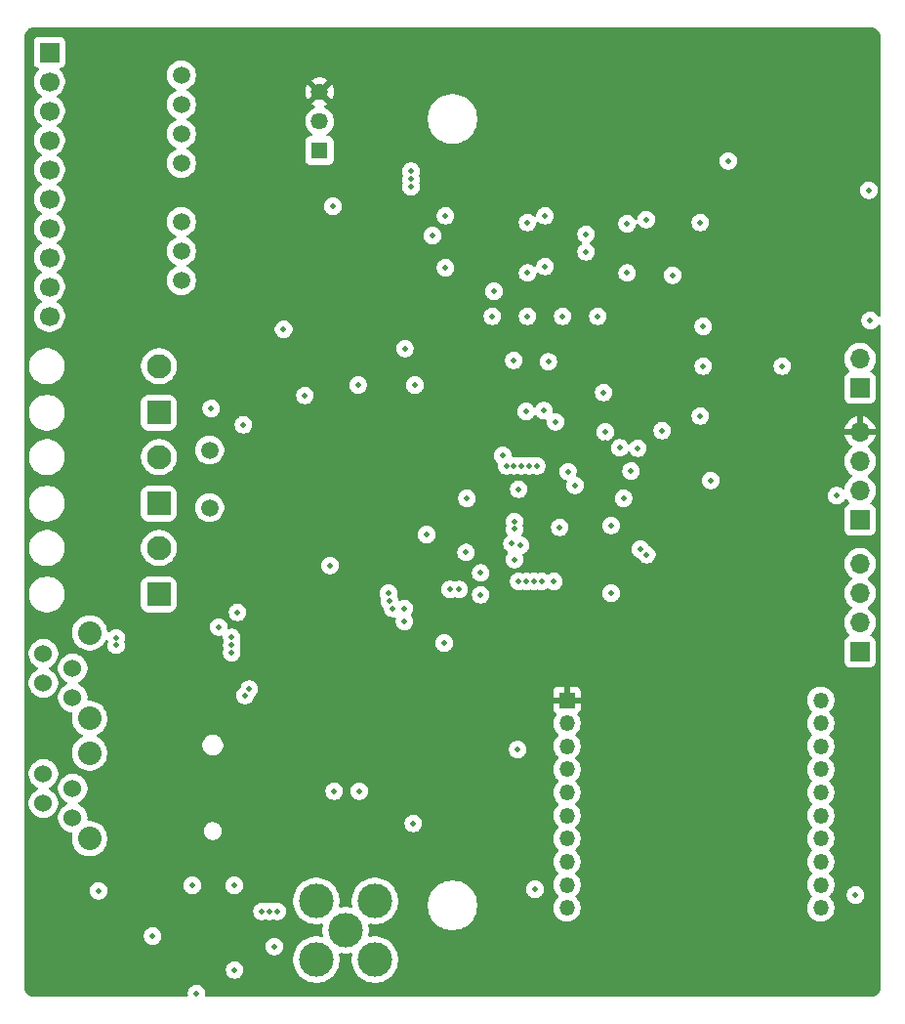
<source format=gbr>
%TF.GenerationSoftware,KiCad,Pcbnew,9.0.1*%
%TF.CreationDate,2025-06-11T13:29:21-05:00*%
%TF.ProjectId,Digital_PCB,44696769-7461-46c5-9f50-43422e6b6963,2.0*%
%TF.SameCoordinates,Original*%
%TF.FileFunction,Copper,L2,Inr*%
%TF.FilePolarity,Positive*%
%FSLAX46Y46*%
G04 Gerber Fmt 4.6, Leading zero omitted, Abs format (unit mm)*
G04 Created by KiCad (PCBNEW 9.0.1) date 2025-06-11 13:29:21*
%MOMM*%
%LPD*%
G01*
G04 APERTURE LIST*
G04 Aperture macros list*
%AMRoundRect*
0 Rectangle with rounded corners*
0 $1 Rounding radius*
0 $2 $3 $4 $5 $6 $7 $8 $9 X,Y pos of 4 corners*
0 Add a 4 corners polygon primitive as box body*
4,1,4,$2,$3,$4,$5,$6,$7,$8,$9,$2,$3,0*
0 Add four circle primitives for the rounded corners*
1,1,$1+$1,$2,$3*
1,1,$1+$1,$4,$5*
1,1,$1+$1,$6,$7*
1,1,$1+$1,$8,$9*
0 Add four rect primitives between the rounded corners*
20,1,$1+$1,$2,$3,$4,$5,0*
20,1,$1+$1,$4,$5,$6,$7,0*
20,1,$1+$1,$6,$7,$8,$9,0*
20,1,$1+$1,$8,$9,$2,$3,0*%
G04 Aperture macros list end*
%TA.AperFunction,ComponentPad*%
%ADD10C,1.500000*%
%TD*%
%TA.AperFunction,ComponentPad*%
%ADD11R,1.700000X1.700000*%
%TD*%
%TA.AperFunction,ComponentPad*%
%ADD12O,1.700000X1.700000*%
%TD*%
%TA.AperFunction,ComponentPad*%
%ADD13C,1.700000*%
%TD*%
%TA.AperFunction,ComponentPad*%
%ADD14RoundRect,0.249900X-0.800100X0.800100X-0.800100X-0.800100X0.800100X-0.800100X0.800100X0.800100X0*%
%TD*%
%TA.AperFunction,ComponentPad*%
%ADD15C,2.100000*%
%TD*%
%TA.AperFunction,ComponentPad*%
%ADD16C,3.000000*%
%TD*%
%TA.AperFunction,ComponentPad*%
%ADD17C,2.032000*%
%TD*%
%TA.AperFunction,ComponentPad*%
%ADD18C,1.524000*%
%TD*%
%TA.AperFunction,ComponentPad*%
%ADD19R,1.468000X1.468000*%
%TD*%
%TA.AperFunction,ComponentPad*%
%ADD20C,1.468000*%
%TD*%
%TA.AperFunction,ComponentPad*%
%ADD21C,1.509000*%
%TD*%
%TA.AperFunction,ComponentPad*%
%ADD22R,1.350000X1.350000*%
%TD*%
%TA.AperFunction,ComponentPad*%
%ADD23O,1.350000X1.350000*%
%TD*%
%TA.AperFunction,ViaPad*%
%ADD24C,0.508000*%
%TD*%
G04 APERTURE END LIST*
D10*
%TO.N,Net-(J9-Pin_2)*%
%TO.C,F1*%
X124318000Y-94655000D03*
%TO.N,Net-(Q1-D)*%
X124318000Y-99655000D03*
%TD*%
D11*
%TO.N,GND*%
%TO.C,J8*%
X180721000Y-100711000D03*
D12*
%TO.N,SWCLK*%
X180721000Y-98171000D03*
%TO.N,SWDIO*%
X180721000Y-95631000D03*
%TO.N,+3V3*%
X180721000Y-93091000D03*
%TD*%
D11*
%TO.N,GND*%
%TO.C,J2*%
X110420000Y-60198000D03*
D13*
%TO.N,+5V*%
X110420000Y-62738000D03*
%TO.N,-5V*%
X110420000Y-65278000D03*
%TO.N,AMP_IN*%
X110420000Y-67818000D03*
%TO.N,AMP_OUT*%
X110420000Y-70358000D03*
%TO.N,GND*%
X110420000Y-72898000D03*
%TO.N,unconnected-(J2-Pin_7-Pad7)*%
X110420000Y-75438000D03*
%TO.N,unconnected-(J2-Pin_8-Pad8)*%
X110420000Y-77978000D03*
%TO.N,unconnected-(J2-Pin_9-Pad9)*%
X110420000Y-80518000D03*
%TO.N,unconnected-(J2-Pin_10-Pad10)*%
X110420000Y-83058000D03*
%TD*%
D14*
%TO.N,GND*%
%TO.C,J9*%
X119910000Y-99300000D03*
D15*
%TO.N,Net-(J9-Pin_2)*%
X119910000Y-95264000D03*
%TD*%
D14*
%TO.N,Net-(D1-K)*%
%TO.C,J10*%
X119910000Y-107174000D03*
D15*
%TO.N,Net-(J10-Pin_2)*%
X119910000Y-103138000D03*
%TD*%
D16*
%TO.N,Net-(AE1-A)*%
%TO.C,AE1*%
X136118600Y-136271000D03*
%TO.N,GND*%
X133578600Y-133731000D03*
%TO.N,N/C*%
X138658600Y-133731000D03*
X138658600Y-138811000D03*
X133578600Y-138811000D03*
%TD*%
D17*
%TO.N,*%
%TO.C,J5*%
X113919000Y-110500546D03*
X113919000Y-117910546D03*
D18*
%TO.N,GND*%
X112445800Y-116113946D03*
%TO.N,Status_LED_R*%
X109905800Y-114843946D03*
%TO.N,Status_LED_G*%
X112445800Y-113573946D03*
%TO.N,Status_LED_B*%
X109905800Y-112303946D03*
%TD*%
D11*
%TO.N,GND*%
%TO.C,J7*%
X180721000Y-89286000D03*
D12*
%TO.N,RESET*%
X180721000Y-86746000D03*
%TD*%
D19*
%TO.N,Net-(PS1-+VIN)*%
%TO.C,PS1*%
X133857000Y-68707000D03*
D20*
%TO.N,GND*%
X133857000Y-66167000D03*
%TO.N,+3V3*%
X133857000Y-63627000D03*
%TD*%
D21*
%TO.N,GND*%
%TO.C,U2*%
X121864400Y-79965800D03*
%TO.N,+BATT*%
X121864400Y-77425800D03*
%TO.N,unconnected-(U2-ON{slash}~{OFF}-Pad3)*%
X121864400Y-74885800D03*
%TO.N,unconnected-(U2-NC-Pad5)*%
X121864400Y-69805800D03*
%TO.N,+5V*%
X121864400Y-67265800D03*
%TO.N,GND*%
X121864400Y-64725800D03*
%TO.N,-5V*%
X121864400Y-62185800D03*
%TD*%
D14*
%TO.N,AMP_IN*%
%TO.C,J1*%
X119910000Y-91426000D03*
D15*
%TO.N,GND*%
X119910000Y-87390000D03*
%TD*%
D22*
%TO.N,+3V3*%
%TO.C,U10*%
X155305000Y-116330000D03*
D23*
%TO.N,XBee_RX*%
X155305000Y-118330000D03*
%TO.N,XBee_TX*%
X155305000Y-120330000D03*
%TO.N,unconnected-(U10-DIO12{slash}MISO-Pad4)*%
X155305000Y-122330000D03*
%TO.N,unconnected-(U10-nRESET-Pad5)*%
X155305000Y-124330000D03*
%TO.N,Net-(U10-~{DIO10{slash}PWM0})*%
X155305000Y-126330000D03*
%TO.N,unconnected-(U10-DIO11{slash}PWM1-Pad7)*%
X155305000Y-128330000D03*
%TO.N,unconnected-(U10-RSVD-Pad8)*%
X155305000Y-130330000D03*
%TO.N,unconnected-(U10-nDTR{slash}DIO8-Pad9)*%
X155305000Y-132330000D03*
%TO.N,GND*%
X155305000Y-134330000D03*
%TO.N,unconnected-(U10-DIO3{slash}MOSI-Pad11)*%
X177305000Y-134330000D03*
%TO.N,unconnected-(U10-nCTS{slash}DIO7-Pad12)*%
X177305000Y-132330000D03*
%TO.N,unconnected-(U10-nSLEEP{slash}DIO9-Pad13)*%
X177305000Y-130330000D03*
%TO.N,unconnected-(U10-VREF-Pad14)*%
X177305000Y-128330000D03*
%TO.N,Net-(U10-Assoc{slash}DIO5)*%
X177305000Y-126330000D03*
%TO.N,unconnected-(U10-nRTS{slash}DIO6-Pad16)*%
X177305000Y-124330000D03*
%TO.N,Net-(U10-AD3{slash}DIO3{slash}nSSEL)*%
X177305000Y-122330000D03*
%TO.N,unconnected-(U10-AD2{slash}DIO2{slash}CLK-Pad18)*%
X177305000Y-120330000D03*
%TO.N,unconnected-(U10-AD1{slash}DIO1{slash}ATTN-Pad19)*%
X177305000Y-118330000D03*
%TO.N,unconnected-(U10-AD0{slash}DIO0-Pad20)*%
X177305000Y-116330000D03*
%TD*%
D11*
%TO.N,Net-(J6-Pin_1)*%
%TO.C,J6*%
X180721000Y-112141000D03*
D12*
%TO.N,Net-(J6-Pin_2)*%
X180721000Y-109601000D03*
%TO.N,Net-(J6-Pin_3)*%
X180721000Y-107061000D03*
%TO.N,Net-(J6-Pin_4)*%
X180721000Y-104521000D03*
%TD*%
D17*
%TO.N,*%
%TO.C,J3*%
X113919000Y-120914546D03*
X113919000Y-128324546D03*
D18*
%TO.N,GND*%
X112445800Y-126527946D03*
%TO.N,Radio_RX*%
X109905800Y-125257946D03*
%TO.N,Radio_TX*%
X112445800Y-123987946D03*
%TO.N,+BATT*%
X109905800Y-122717946D03*
%TD*%
D24*
%TO.N,+3V3*%
X119380000Y-140716000D03*
X158623000Y-93980000D03*
X157480000Y-107061000D03*
X158496000Y-88138000D03*
X165989000Y-83058000D03*
X155265001Y-112026700D03*
X158313001Y-99987100D03*
X136144000Y-110363000D03*
X137404119Y-87753214D03*
X141986000Y-128524000D03*
X145003401Y-104101900D03*
X164084000Y-97282000D03*
X173990000Y-85852000D03*
X143637000Y-85344000D03*
X114681000Y-133858000D03*
X176530000Y-90170000D03*
X150185001Y-98209100D03*
X160274000Y-97282000D03*
X167132000Y-85852000D03*
X142146000Y-85471000D03*
X137320000Y-85922000D03*
X171323000Y-93345000D03*
X145161000Y-85344000D03*
X165989000Y-69977000D03*
%TO.N,RESET*%
X160872624Y-96483624D03*
X154687000Y-101346000D03*
%TO.N,Net-(D1-K)*%
X126746000Y-108712000D03*
%TO.N,Status_LED_G*%
X116216700Y-110921797D03*
X139837764Y-107069045D03*
X126238000Y-110896394D03*
X150749000Y-100838000D03*
%TO.N,Status_LED_B*%
X140208000Y-108379800D03*
X126238000Y-112217200D03*
X150749000Y-104140000D03*
%TO.N,Status_LED_R*%
X126238000Y-111556797D03*
X139923585Y-107773488D03*
X150749000Y-101498403D03*
X116216700Y-111582200D03*
%TO.N,Xacc*%
X141780800Y-70511581D03*
X128854194Y-134620000D03*
%TO.N,Yacc*%
X129514597Y-134620000D03*
X141780800Y-71171984D03*
%TO.N,Zacc*%
X141780800Y-71832387D03*
X130175000Y-134620000D03*
%TO.N,Xacc_Buffered*%
X156972000Y-75946000D03*
X156972000Y-77470000D03*
%TO.N,+5V*%
X144780000Y-74360000D03*
X143637000Y-76073000D03*
X153416000Y-74360000D03*
%TO.N,-5V*%
X160528000Y-79310000D03*
X151892000Y-79310000D03*
%TO.N,Radio_RX*%
X127381000Y-115925600D03*
%TO.N,Radio_TX*%
X127762000Y-115366800D03*
%TO.N,I2C_SDA*%
X145167683Y-106730800D03*
X150536655Y-102770405D03*
%TO.N,I2C_SCL*%
X151278400Y-102896403D03*
X145957946Y-106730799D03*
X141217870Y-109497400D03*
X141217870Y-108379800D03*
%TO.N,SWDIO*%
X178689000Y-98621600D03*
%TO.N,SPI_MOSI*%
X153111209Y-106045000D03*
X152690800Y-96030052D03*
%TO.N,SPI_SCK*%
X151790403Y-106045000D03*
X151370388Y-96014602D03*
X151765000Y-91313000D03*
X153303132Y-91236800D03*
%TO.N,SPI_MISO*%
X152450806Y-106045000D03*
X152030760Y-96008181D03*
%TO.N,XBee_TX*%
X162229800Y-103717975D03*
%TO.N,XBee_RX*%
X161671000Y-103251000D03*
%TO.N,SPI_ADC_DRDY*%
X150710002Y-96009925D03*
X151130000Y-106045000D03*
%TO.N,SPI_Acc_ADC_CS*%
X147827708Y-105313800D03*
X150049606Y-96012847D03*
%TO.N,Boot0*%
X161466384Y-94488000D03*
X159890584Y-94473868D03*
%TO.N,Boot1*%
X154178000Y-106045000D03*
X155397201Y-96521000D03*
%TO.N,ADC_RESET*%
X156005618Y-97712118D03*
X149733000Y-95123000D03*
%TO.N,Net-(U4-CLKIN)*%
X163576000Y-92964000D03*
X154305000Y-92202000D03*
%TO.N,GND*%
X160218001Y-98844100D03*
X159131000Y-107061000D03*
X166878000Y-74930000D03*
X147828000Y-107188000D03*
X146558000Y-103540987D03*
X114681000Y-132842000D03*
X167767000Y-97282000D03*
X151892000Y-83058000D03*
X126492000Y-139700000D03*
X142113000Y-89027000D03*
X124460000Y-91059000D03*
X137193000Y-89027000D03*
X164465000Y-79502000D03*
X154940000Y-83058000D03*
X180340000Y-133223000D03*
X123190000Y-141732000D03*
X129921000Y-137668000D03*
X166878000Y-91694000D03*
X181610000Y-83439000D03*
X148844000Y-83058000D03*
X137287000Y-124206000D03*
X122809000Y-132377000D03*
X158496000Y-89662000D03*
X160528000Y-75057000D03*
X125095000Y-109982000D03*
X157988000Y-83058000D03*
X158623000Y-93091000D03*
X134747000Y-104648000D03*
X126449000Y-132377000D03*
X119380000Y-136779000D03*
X148971000Y-80899000D03*
X152527000Y-132715000D03*
X132588000Y-89916000D03*
X151130000Y-98044000D03*
X151892000Y-74930000D03*
X162179000Y-74676000D03*
X141257000Y-85852000D03*
X135128000Y-124206000D03*
X144780000Y-78867000D03*
X141986000Y-127000000D03*
X173990000Y-87376000D03*
X153416000Y-78740000D03*
X135001000Y-73533000D03*
X127254000Y-92456000D03*
X146629001Y-98844100D03*
X169291000Y-69596000D03*
X159131000Y-101196200D03*
X151028400Y-120599200D03*
X144653000Y-111379000D03*
X167132000Y-87376000D03*
X150702470Y-86876919D03*
X130733800Y-84201000D03*
X167132000Y-83947000D03*
X153685600Y-87007664D03*
X143129000Y-101981000D03*
X181483000Y-72136000D03*
%TD*%
%TA.AperFunction,Conductor*%
%TO.N,+3V3*%
G36*
X181682142Y-58039498D02*
G01*
X181682149Y-58039500D01*
X181730820Y-58039500D01*
X181743162Y-58040106D01*
X181873217Y-58052916D01*
X181897429Y-58057732D01*
X182016540Y-58093864D01*
X182039355Y-58103315D01*
X182149124Y-58161987D01*
X182169655Y-58175704D01*
X182263432Y-58252665D01*
X182265869Y-58254665D01*
X182283333Y-58272129D01*
X182362293Y-58368342D01*
X182376012Y-58388875D01*
X182434684Y-58498644D01*
X182444136Y-58521462D01*
X182480265Y-58640561D01*
X182485084Y-58664788D01*
X182497893Y-58794837D01*
X182498500Y-58807187D01*
X182498500Y-82980905D01*
X182478498Y-83049026D01*
X182424842Y-83095519D01*
X182354568Y-83105623D01*
X182289988Y-83076129D01*
X182267735Y-83050907D01*
X182220961Y-82980905D01*
X182202272Y-82952935D01*
X182096065Y-82846728D01*
X181971179Y-82763282D01*
X181832414Y-82705803D01*
X181685103Y-82676500D01*
X181685100Y-82676500D01*
X181534900Y-82676500D01*
X181534896Y-82676500D01*
X181387585Y-82705803D01*
X181387584Y-82705804D01*
X181248819Y-82763283D01*
X181123939Y-82846725D01*
X181123932Y-82846730D01*
X181017730Y-82952932D01*
X181017725Y-82952939D01*
X180934283Y-83077819D01*
X180876804Y-83216584D01*
X180876803Y-83216585D01*
X180847500Y-83363896D01*
X180847500Y-83514103D01*
X180860506Y-83579484D01*
X180876803Y-83661413D01*
X180934282Y-83800179D01*
X181017728Y-83925065D01*
X181123935Y-84031272D01*
X181248821Y-84114718D01*
X181387587Y-84172197D01*
X181534900Y-84201500D01*
X181685100Y-84201500D01*
X181832413Y-84172197D01*
X181971179Y-84114718D01*
X182096065Y-84031272D01*
X182202272Y-83925065D01*
X182259230Y-83839821D01*
X182267735Y-83827093D01*
X182322211Y-83781565D01*
X182392654Y-83772716D01*
X182456699Y-83803357D01*
X182494010Y-83863759D01*
X182498500Y-83897094D01*
X182498500Y-141258812D01*
X182497893Y-141271162D01*
X182485084Y-141401211D01*
X182480265Y-141425438D01*
X182444136Y-141544537D01*
X182434684Y-141567355D01*
X182376012Y-141677124D01*
X182362289Y-141697663D01*
X182283334Y-141793869D01*
X182265869Y-141811334D01*
X182169663Y-141890289D01*
X182149124Y-141904012D01*
X182039355Y-141962684D01*
X182016537Y-141972136D01*
X181897438Y-142008265D01*
X181873212Y-142013084D01*
X181778587Y-142022403D01*
X181743161Y-142025893D01*
X181730813Y-142026500D01*
X124062390Y-142026500D01*
X123994269Y-142006498D01*
X123947776Y-141952842D01*
X123937672Y-141882568D01*
X123938811Y-141875918D01*
X123940104Y-141869417D01*
X123952500Y-141807100D01*
X123952500Y-141656900D01*
X123923197Y-141509587D01*
X123865718Y-141370821D01*
X123782272Y-141245935D01*
X123676065Y-141139728D01*
X123551179Y-141056282D01*
X123412414Y-140998803D01*
X123265103Y-140969500D01*
X123265100Y-140969500D01*
X123114900Y-140969500D01*
X123114896Y-140969500D01*
X122967585Y-140998803D01*
X122967584Y-140998804D01*
X122828819Y-141056283D01*
X122703939Y-141139725D01*
X122703932Y-141139730D01*
X122597730Y-141245932D01*
X122597725Y-141245939D01*
X122514283Y-141370819D01*
X122456804Y-141509584D01*
X122456803Y-141509585D01*
X122427500Y-141656896D01*
X122427500Y-141807103D01*
X122441189Y-141875918D01*
X122434861Y-141946632D01*
X122391307Y-142002699D01*
X122324355Y-142026319D01*
X122317610Y-142026500D01*
X109029187Y-142026500D01*
X109016837Y-142025893D01*
X108886788Y-142013084D01*
X108862562Y-142008265D01*
X108814997Y-141993836D01*
X108743462Y-141972136D01*
X108720644Y-141962684D01*
X108610875Y-141904012D01*
X108590342Y-141890293D01*
X108494129Y-141811333D01*
X108476665Y-141793869D01*
X108397704Y-141697655D01*
X108383987Y-141677124D01*
X108325315Y-141567355D01*
X108315863Y-141544537D01*
X108305261Y-141509587D01*
X108279732Y-141425429D01*
X108274916Y-141401217D01*
X108262106Y-141271159D01*
X108261500Y-141258808D01*
X108261503Y-141210137D01*
X108261599Y-139624896D01*
X125729500Y-139624896D01*
X125729500Y-139775103D01*
X125758803Y-139922413D01*
X125816282Y-140061179D01*
X125899728Y-140186065D01*
X126005935Y-140292272D01*
X126130821Y-140375718D01*
X126269587Y-140433197D01*
X126416900Y-140462500D01*
X126567100Y-140462500D01*
X126714413Y-140433197D01*
X126853179Y-140375718D01*
X126978065Y-140292272D01*
X127084272Y-140186065D01*
X127167718Y-140061179D01*
X127225197Y-139922413D01*
X127254500Y-139775100D01*
X127254500Y-139624900D01*
X127225197Y-139477587D01*
X127167718Y-139338821D01*
X127084272Y-139213935D01*
X126978065Y-139107728D01*
X126853179Y-139024282D01*
X126714414Y-138966803D01*
X126567103Y-138937500D01*
X126567100Y-138937500D01*
X126416900Y-138937500D01*
X126416896Y-138937500D01*
X126269585Y-138966803D01*
X126269584Y-138966804D01*
X126130819Y-139024283D01*
X126005939Y-139107725D01*
X126005932Y-139107730D01*
X125899730Y-139213932D01*
X125899725Y-139213939D01*
X125816283Y-139338819D01*
X125758804Y-139477584D01*
X125758803Y-139477585D01*
X125729500Y-139624896D01*
X108261599Y-139624896D01*
X108261722Y-137592896D01*
X129158500Y-137592896D01*
X129158500Y-137743103D01*
X129187803Y-137890413D01*
X129245282Y-138029179D01*
X129328728Y-138154065D01*
X129434935Y-138260272D01*
X129559821Y-138343718D01*
X129698587Y-138401197D01*
X129845900Y-138430500D01*
X129996100Y-138430500D01*
X130143413Y-138401197D01*
X130282179Y-138343718D01*
X130407065Y-138260272D01*
X130513272Y-138154065D01*
X130596718Y-138029179D01*
X130654197Y-137890413D01*
X130683500Y-137743100D01*
X130683500Y-137592900D01*
X130654197Y-137445587D01*
X130596718Y-137306821D01*
X130513272Y-137181935D01*
X130407065Y-137075728D01*
X130282179Y-136992282D01*
X130143414Y-136934803D01*
X129996103Y-136905500D01*
X129996100Y-136905500D01*
X129845900Y-136905500D01*
X129845896Y-136905500D01*
X129698585Y-136934803D01*
X129698584Y-136934804D01*
X129559819Y-136992283D01*
X129434939Y-137075725D01*
X129434932Y-137075730D01*
X129328730Y-137181932D01*
X129328725Y-137181939D01*
X129245283Y-137306819D01*
X129187804Y-137445584D01*
X129187803Y-137445585D01*
X129158500Y-137592896D01*
X108261722Y-137592896D01*
X108261776Y-136703896D01*
X118617500Y-136703896D01*
X118617500Y-136854103D01*
X118644987Y-136992283D01*
X118646803Y-137001413D01*
X118704282Y-137140179D01*
X118787728Y-137265065D01*
X118893935Y-137371272D01*
X119018821Y-137454718D01*
X119157587Y-137512197D01*
X119304900Y-137541500D01*
X119455100Y-137541500D01*
X119602413Y-137512197D01*
X119703559Y-137470300D01*
X119703562Y-137470300D01*
X119741174Y-137454720D01*
X119741173Y-137454720D01*
X119741179Y-137454718D01*
X119866065Y-137371272D01*
X119972272Y-137265065D01*
X120055718Y-137140179D01*
X120113197Y-137001413D01*
X120142500Y-136854100D01*
X120142500Y-136703900D01*
X120113197Y-136556587D01*
X120055718Y-136417821D01*
X119972272Y-136292935D01*
X119866065Y-136186728D01*
X119741179Y-136103282D01*
X119602414Y-136045803D01*
X119455103Y-136016500D01*
X119455100Y-136016500D01*
X119304900Y-136016500D01*
X119304896Y-136016500D01*
X119157585Y-136045803D01*
X119157584Y-136045804D01*
X119018819Y-136103283D01*
X118893939Y-136186725D01*
X118893932Y-136186730D01*
X118787730Y-136292932D01*
X118787725Y-136292939D01*
X118704283Y-136417819D01*
X118646804Y-136556584D01*
X118646803Y-136556585D01*
X118617500Y-136703896D01*
X108261776Y-136703896D01*
X108261907Y-134544896D01*
X128091694Y-134544896D01*
X128091694Y-134695103D01*
X128112621Y-134800304D01*
X128120997Y-134842413D01*
X128178476Y-134981179D01*
X128261922Y-135106065D01*
X128368129Y-135212272D01*
X128493015Y-135295718D01*
X128631781Y-135353197D01*
X128779094Y-135382500D01*
X128929294Y-135382500D01*
X129076607Y-135353197D01*
X129136176Y-135328521D01*
X129206765Y-135320932D01*
X129232604Y-135328518D01*
X129292184Y-135353197D01*
X129439497Y-135382500D01*
X129589697Y-135382500D01*
X129737010Y-135353197D01*
X129796579Y-135328521D01*
X129867168Y-135320932D01*
X129893007Y-135328518D01*
X129952587Y-135353197D01*
X130099900Y-135382500D01*
X130250100Y-135382500D01*
X130397413Y-135353197D01*
X130536179Y-135295718D01*
X130661065Y-135212272D01*
X130767272Y-135106065D01*
X130850718Y-134981179D01*
X130908197Y-134842413D01*
X130937500Y-134695100D01*
X130937500Y-134544900D01*
X130908197Y-134397587D01*
X130850718Y-134258821D01*
X130767272Y-134133935D01*
X130661065Y-134027728D01*
X130536179Y-133944282D01*
X130397414Y-133886803D01*
X130250103Y-133857500D01*
X130250100Y-133857500D01*
X130099900Y-133857500D01*
X130099896Y-133857500D01*
X129952586Y-133886803D01*
X129952578Y-133886805D01*
X129893015Y-133911477D01*
X129822425Y-133919066D01*
X129796581Y-133911477D01*
X129737017Y-133886805D01*
X129737010Y-133886803D01*
X129589700Y-133857500D01*
X129589697Y-133857500D01*
X129439497Y-133857500D01*
X129439493Y-133857500D01*
X129292183Y-133886803D01*
X129292175Y-133886805D01*
X129232612Y-133911477D01*
X129162022Y-133919066D01*
X129136178Y-133911477D01*
X129076614Y-133886805D01*
X129076607Y-133886803D01*
X128929297Y-133857500D01*
X128929294Y-133857500D01*
X128779094Y-133857500D01*
X128779090Y-133857500D01*
X128631779Y-133886803D01*
X128631778Y-133886804D01*
X128493013Y-133944283D01*
X128368133Y-134027725D01*
X128368126Y-134027730D01*
X128261924Y-134133932D01*
X128261919Y-134133939D01*
X128178477Y-134258819D01*
X128120998Y-134397584D01*
X128120997Y-134397585D01*
X128091694Y-134544896D01*
X108261907Y-134544896D01*
X108262015Y-132766896D01*
X113918500Y-132766896D01*
X113918500Y-132917103D01*
X113947803Y-133064413D01*
X114005282Y-133203179D01*
X114088728Y-133328065D01*
X114194935Y-133434272D01*
X114319821Y-133517718D01*
X114458587Y-133575197D01*
X114605900Y-133604500D01*
X114756100Y-133604500D01*
X114781975Y-133599353D01*
X131570100Y-133599353D01*
X131570100Y-133862646D01*
X131604464Y-134123672D01*
X131604465Y-134123678D01*
X131604466Y-134123680D01*
X131672610Y-134377997D01*
X131773366Y-134621243D01*
X131773367Y-134621244D01*
X131773372Y-134621255D01*
X131905007Y-134849253D01*
X132065289Y-135058138D01*
X132065298Y-135058148D01*
X132251451Y-135244301D01*
X132251461Y-135244310D01*
X132251462Y-135244311D01*
X132431553Y-135382499D01*
X132460346Y-135404592D01*
X132688344Y-135536227D01*
X132688348Y-135536228D01*
X132688357Y-135536234D01*
X132931603Y-135636990D01*
X133185920Y-135705134D01*
X133185926Y-135705134D01*
X133185927Y-135705135D01*
X133215881Y-135709078D01*
X133446956Y-135739500D01*
X133446963Y-135739500D01*
X133710237Y-135739500D01*
X133710244Y-135739500D01*
X133971280Y-135705134D01*
X133997053Y-135698228D01*
X134068029Y-135699916D01*
X134126825Y-135739710D01*
X134154774Y-135804974D01*
X134151373Y-135852542D01*
X134144464Y-135878327D01*
X134110100Y-136139353D01*
X134110100Y-136402646D01*
X134144465Y-136663677D01*
X134151372Y-136689456D01*
X134149681Y-136760433D01*
X134109886Y-136819228D01*
X134044621Y-136847174D01*
X133997056Y-136843772D01*
X133971277Y-136836865D01*
X133710246Y-136802500D01*
X133710244Y-136802500D01*
X133446956Y-136802500D01*
X133446953Y-136802500D01*
X133185927Y-136836864D01*
X132949345Y-136900256D01*
X132931603Y-136905010D01*
X132698862Y-137001415D01*
X132688355Y-137005767D01*
X132688344Y-137005772D01*
X132460346Y-137137407D01*
X132251461Y-137297689D01*
X132251451Y-137297698D01*
X132065298Y-137483851D01*
X132065289Y-137483861D01*
X131905007Y-137692746D01*
X131773372Y-137920744D01*
X131773367Y-137920755D01*
X131672610Y-138164003D01*
X131604464Y-138418327D01*
X131570100Y-138679353D01*
X131570100Y-138942646D01*
X131604464Y-139203672D01*
X131604465Y-139203678D01*
X131604466Y-139203680D01*
X131672610Y-139457997D01*
X131773366Y-139701243D01*
X131773367Y-139701244D01*
X131773372Y-139701255D01*
X131905007Y-139929253D01*
X132065289Y-140138138D01*
X132065298Y-140138148D01*
X132251451Y-140324301D01*
X132251461Y-140324310D01*
X132251462Y-140324311D01*
X132431553Y-140462499D01*
X132460346Y-140484592D01*
X132688344Y-140616227D01*
X132688348Y-140616228D01*
X132688357Y-140616234D01*
X132931603Y-140716990D01*
X133185920Y-140785134D01*
X133185926Y-140785134D01*
X133185927Y-140785135D01*
X133215881Y-140789078D01*
X133446956Y-140819500D01*
X133446963Y-140819500D01*
X133710237Y-140819500D01*
X133710244Y-140819500D01*
X133971280Y-140785134D01*
X134225597Y-140716990D01*
X134468843Y-140616234D01*
X134696857Y-140484590D01*
X134905738Y-140324311D01*
X135091911Y-140138138D01*
X135252190Y-139929257D01*
X135383834Y-139701243D01*
X135484590Y-139457997D01*
X135552734Y-139203680D01*
X135587100Y-138942644D01*
X135587100Y-138679356D01*
X135552734Y-138418320D01*
X135545827Y-138392542D01*
X135547517Y-138321569D01*
X135587311Y-138262773D01*
X135652575Y-138234825D01*
X135700141Y-138238226D01*
X135725920Y-138245134D01*
X135986956Y-138279500D01*
X135986963Y-138279500D01*
X136250237Y-138279500D01*
X136250244Y-138279500D01*
X136511280Y-138245134D01*
X136537053Y-138238228D01*
X136608029Y-138239916D01*
X136666825Y-138279710D01*
X136694774Y-138344974D01*
X136691373Y-138392542D01*
X136684464Y-138418327D01*
X136650100Y-138679353D01*
X136650100Y-138942646D01*
X136684464Y-139203672D01*
X136684465Y-139203678D01*
X136684466Y-139203680D01*
X136752610Y-139457997D01*
X136853366Y-139701243D01*
X136853367Y-139701244D01*
X136853372Y-139701255D01*
X136985007Y-139929253D01*
X137145289Y-140138138D01*
X137145298Y-140138148D01*
X137331451Y-140324301D01*
X137331461Y-140324310D01*
X137331462Y-140324311D01*
X137511553Y-140462499D01*
X137540346Y-140484592D01*
X137768344Y-140616227D01*
X137768348Y-140616228D01*
X137768357Y-140616234D01*
X138011603Y-140716990D01*
X138265920Y-140785134D01*
X138265926Y-140785134D01*
X138265927Y-140785135D01*
X138295881Y-140789078D01*
X138526956Y-140819500D01*
X138526963Y-140819500D01*
X138790237Y-140819500D01*
X138790244Y-140819500D01*
X139051280Y-140785134D01*
X139305597Y-140716990D01*
X139548843Y-140616234D01*
X139776857Y-140484590D01*
X139985738Y-140324311D01*
X140171911Y-140138138D01*
X140332190Y-139929257D01*
X140463834Y-139701243D01*
X140564590Y-139457997D01*
X140632734Y-139203680D01*
X140667100Y-138942644D01*
X140667100Y-138679356D01*
X140632734Y-138418320D01*
X140564590Y-138164003D01*
X140463834Y-137920757D01*
X140463828Y-137920748D01*
X140463827Y-137920744D01*
X140332192Y-137692746D01*
X140193651Y-137512195D01*
X140171911Y-137483862D01*
X140171910Y-137483861D01*
X140171901Y-137483851D01*
X139985748Y-137297698D01*
X139985738Y-137297689D01*
X139776853Y-137137407D01*
X139548855Y-137005772D01*
X139548847Y-137005768D01*
X139548843Y-137005766D01*
X139305597Y-136905010D01*
X139051280Y-136836866D01*
X139051278Y-136836865D01*
X139051272Y-136836864D01*
X138790246Y-136802500D01*
X138790244Y-136802500D01*
X138526956Y-136802500D01*
X138526953Y-136802500D01*
X138265927Y-136836864D01*
X138240142Y-136843773D01*
X138169165Y-136842081D01*
X138110371Y-136802285D01*
X138082425Y-136737020D01*
X138085828Y-136689452D01*
X138092734Y-136663680D01*
X138127100Y-136402644D01*
X138127100Y-136139356D01*
X138092734Y-135878320D01*
X138085827Y-135852542D01*
X138087517Y-135781569D01*
X138127311Y-135722773D01*
X138192575Y-135694825D01*
X138240141Y-135698226D01*
X138265920Y-135705134D01*
X138526956Y-135739500D01*
X138526963Y-135739500D01*
X138790237Y-135739500D01*
X138790244Y-135739500D01*
X139051280Y-135705134D01*
X139305597Y-135636990D01*
X139548843Y-135536234D01*
X139776857Y-135404590D01*
X139985738Y-135244311D01*
X140171911Y-135058138D01*
X140332190Y-134849257D01*
X140463834Y-134621243D01*
X140564590Y-134377997D01*
X140632734Y-134123680D01*
X140653344Y-133967134D01*
X143230850Y-133967134D01*
X143230850Y-134248865D01*
X143267621Y-134528170D01*
X143267622Y-134528176D01*
X143267623Y-134528178D01*
X143340539Y-134800304D01*
X143448350Y-135060584D01*
X143448351Y-135060585D01*
X143448356Y-135060596D01*
X143589210Y-135304562D01*
X143589215Y-135304569D01*
X143760709Y-135528064D01*
X143760728Y-135528085D01*
X143959914Y-135727271D01*
X143959935Y-135727290D01*
X144183430Y-135898784D01*
X144183437Y-135898789D01*
X144427403Y-136039643D01*
X144427407Y-136039644D01*
X144427416Y-136039650D01*
X144687696Y-136147461D01*
X144959822Y-136220377D01*
X144959828Y-136220377D01*
X144959829Y-136220378D01*
X144991876Y-136224597D01*
X145239137Y-136257150D01*
X145239144Y-136257150D01*
X145520856Y-136257150D01*
X145520863Y-136257150D01*
X145800178Y-136220377D01*
X146072304Y-136147461D01*
X146332584Y-136039650D01*
X146576566Y-135898787D01*
X146800073Y-135727283D01*
X146999283Y-135528073D01*
X147170787Y-135304566D01*
X147311650Y-135060584D01*
X147419461Y-134800304D01*
X147492377Y-134528178D01*
X147529150Y-134248863D01*
X147529150Y-133967137D01*
X147492377Y-133687822D01*
X147419461Y-133415696D01*
X147311650Y-133155416D01*
X147311644Y-133155407D01*
X147311643Y-133155403D01*
X147170789Y-132911437D01*
X147170785Y-132911431D01*
X147016538Y-132710414D01*
X147016537Y-132710413D01*
X146999289Y-132687935D01*
X146999283Y-132687927D01*
X146999276Y-132687920D01*
X146999271Y-132687914D01*
X146951253Y-132639896D01*
X151764500Y-132639896D01*
X151764500Y-132790103D01*
X151788635Y-132911434D01*
X151793803Y-132937413D01*
X151851282Y-133076179D01*
X151934728Y-133201065D01*
X152040935Y-133307272D01*
X152165821Y-133390718D01*
X152304587Y-133448197D01*
X152451900Y-133477500D01*
X152602100Y-133477500D01*
X152749413Y-133448197D01*
X152888179Y-133390718D01*
X153013065Y-133307272D01*
X153119272Y-133201065D01*
X153202718Y-133076179D01*
X153260197Y-132937413D01*
X153289500Y-132790100D01*
X153289500Y-132639900D01*
X153260197Y-132492587D01*
X153202718Y-132353821D01*
X153119272Y-132228935D01*
X153013065Y-132122728D01*
X152888179Y-132039282D01*
X152749414Y-131981803D01*
X152602103Y-131952500D01*
X152602100Y-131952500D01*
X152451900Y-131952500D01*
X152451896Y-131952500D01*
X152304585Y-131981803D01*
X152304584Y-131981804D01*
X152165819Y-132039283D01*
X152040939Y-132122725D01*
X152040932Y-132122730D01*
X151934730Y-132228932D01*
X151934725Y-132228939D01*
X151875743Y-132317213D01*
X151851282Y-132353821D01*
X151850405Y-132355939D01*
X151793804Y-132492584D01*
X151793803Y-132492585D01*
X151764500Y-132639896D01*
X146951253Y-132639896D01*
X146800085Y-132488728D01*
X146800064Y-132488709D01*
X146576569Y-132317215D01*
X146576562Y-132317210D01*
X146332596Y-132176356D01*
X146332588Y-132176352D01*
X146332584Y-132176350D01*
X146072304Y-132068539D01*
X145800178Y-131995623D01*
X145800176Y-131995622D01*
X145800170Y-131995621D01*
X145520865Y-131958850D01*
X145520863Y-131958850D01*
X145239137Y-131958850D01*
X145239134Y-131958850D01*
X144959829Y-131995621D01*
X144729241Y-132057407D01*
X144687696Y-132068539D01*
X144451723Y-132166282D01*
X144427414Y-132176351D01*
X144427403Y-132176356D01*
X144183437Y-132317210D01*
X144183430Y-132317215D01*
X143959935Y-132488709D01*
X143959914Y-132488728D01*
X143760728Y-132687914D01*
X143760709Y-132687935D01*
X143589215Y-132911430D01*
X143589210Y-132911437D01*
X143448356Y-133155403D01*
X143448351Y-133155414D01*
X143448350Y-133155416D01*
X143350886Y-133390716D01*
X143340539Y-133415696D01*
X143267621Y-133687829D01*
X143230850Y-133967134D01*
X140653344Y-133967134D01*
X140667100Y-133862644D01*
X140667100Y-133599356D01*
X140632734Y-133338320D01*
X140564590Y-133084003D01*
X140463834Y-132840757D01*
X140463828Y-132840748D01*
X140463827Y-132840744D01*
X140332192Y-132612746D01*
X140321961Y-132599413D01*
X140171911Y-132403862D01*
X140171910Y-132403861D01*
X140171901Y-132403851D01*
X139985748Y-132217698D01*
X139985738Y-132217689D01*
X139776853Y-132057407D01*
X139548855Y-131925772D01*
X139548847Y-131925768D01*
X139548843Y-131925766D01*
X139305597Y-131825010D01*
X139051280Y-131756866D01*
X139051278Y-131756865D01*
X139051272Y-131756864D01*
X138790246Y-131722500D01*
X138790244Y-131722500D01*
X138526956Y-131722500D01*
X138526953Y-131722500D01*
X138265927Y-131756864D01*
X138161930Y-131784730D01*
X138011603Y-131825010D01*
X137852447Y-131890935D01*
X137768355Y-131925767D01*
X137768344Y-131925772D01*
X137540346Y-132057407D01*
X137331461Y-132217689D01*
X137331451Y-132217698D01*
X137145298Y-132403851D01*
X137145289Y-132403861D01*
X136985007Y-132612746D01*
X136853372Y-132840744D01*
X136853367Y-132840755D01*
X136853366Y-132840757D01*
X136800133Y-132969272D01*
X136752610Y-133084003D01*
X136684464Y-133338327D01*
X136650100Y-133599353D01*
X136650100Y-133862646D01*
X136684465Y-134123677D01*
X136691372Y-134149456D01*
X136689681Y-134220433D01*
X136649886Y-134279228D01*
X136584621Y-134307174D01*
X136537056Y-134303772D01*
X136511277Y-134296865D01*
X136250246Y-134262500D01*
X136250244Y-134262500D01*
X135986956Y-134262500D01*
X135986953Y-134262500D01*
X135725927Y-134296864D01*
X135700142Y-134303773D01*
X135629165Y-134302081D01*
X135570371Y-134262285D01*
X135542425Y-134197020D01*
X135545828Y-134149452D01*
X135552734Y-134123680D01*
X135587100Y-133862644D01*
X135587100Y-133599356D01*
X135552734Y-133338320D01*
X135484590Y-133084003D01*
X135383834Y-132840757D01*
X135383828Y-132840748D01*
X135383827Y-132840744D01*
X135252192Y-132612746D01*
X135241961Y-132599413D01*
X135091911Y-132403862D01*
X135091910Y-132403861D01*
X135091901Y-132403851D01*
X134905748Y-132217698D01*
X134905738Y-132217689D01*
X134696853Y-132057407D01*
X134468855Y-131925772D01*
X134468847Y-131925768D01*
X134468843Y-131925766D01*
X134225597Y-131825010D01*
X133971280Y-131756866D01*
X133971278Y-131756865D01*
X133971272Y-131756864D01*
X133710246Y-131722500D01*
X133710244Y-131722500D01*
X133446956Y-131722500D01*
X133446953Y-131722500D01*
X133185927Y-131756864D01*
X133081930Y-131784730D01*
X132931603Y-131825010D01*
X132772447Y-131890935D01*
X132688355Y-131925767D01*
X132688344Y-131925772D01*
X132460346Y-132057407D01*
X132251461Y-132217689D01*
X132251451Y-132217698D01*
X132065298Y-132403851D01*
X132065289Y-132403861D01*
X131905007Y-132612746D01*
X131773372Y-132840744D01*
X131773367Y-132840755D01*
X131773366Y-132840757D01*
X131720133Y-132969272D01*
X131672610Y-133084003D01*
X131604464Y-133338327D01*
X131570100Y-133599353D01*
X114781975Y-133599353D01*
X114903413Y-133575197D01*
X115042179Y-133517718D01*
X115167065Y-133434272D01*
X115273272Y-133328065D01*
X115356718Y-133203179D01*
X115414197Y-133064413D01*
X115443500Y-132917100D01*
X115443500Y-132766900D01*
X115414197Y-132619587D01*
X115356718Y-132480821D01*
X115273272Y-132355935D01*
X115219233Y-132301896D01*
X122046500Y-132301896D01*
X122046500Y-132452103D01*
X122065433Y-132547282D01*
X122075803Y-132599413D01*
X122133282Y-132738179D01*
X122216728Y-132863065D01*
X122322935Y-132969272D01*
X122447821Y-133052718D01*
X122586587Y-133110197D01*
X122733900Y-133139500D01*
X122884100Y-133139500D01*
X123031413Y-133110197D01*
X123170179Y-133052718D01*
X123295065Y-132969272D01*
X123401272Y-132863065D01*
X123484718Y-132738179D01*
X123542197Y-132599413D01*
X123571500Y-132452100D01*
X123571500Y-132301900D01*
X123571499Y-132301896D01*
X125686500Y-132301896D01*
X125686500Y-132452103D01*
X125705433Y-132547282D01*
X125715803Y-132599413D01*
X125773282Y-132738179D01*
X125856728Y-132863065D01*
X125962935Y-132969272D01*
X126087821Y-133052718D01*
X126226587Y-133110197D01*
X126373900Y-133139500D01*
X126524100Y-133139500D01*
X126671413Y-133110197D01*
X126810179Y-133052718D01*
X126935065Y-132969272D01*
X127041272Y-132863065D01*
X127124718Y-132738179D01*
X127182197Y-132599413D01*
X127211500Y-132452100D01*
X127211500Y-132301900D01*
X127182197Y-132154587D01*
X127124718Y-132015821D01*
X127041272Y-131890935D01*
X126935065Y-131784728D01*
X126810179Y-131701282D01*
X126671414Y-131643803D01*
X126524103Y-131614500D01*
X126524100Y-131614500D01*
X126373900Y-131614500D01*
X126373896Y-131614500D01*
X126226585Y-131643803D01*
X126226584Y-131643804D01*
X126087819Y-131701283D01*
X125962939Y-131784725D01*
X125962932Y-131784730D01*
X125856730Y-131890932D01*
X125856725Y-131890939D01*
X125773283Y-132015819D01*
X125715804Y-132154584D01*
X125715803Y-132154585D01*
X125686500Y-132301896D01*
X123571499Y-132301896D01*
X123542197Y-132154587D01*
X123484718Y-132015821D01*
X123401272Y-131890935D01*
X123295065Y-131784728D01*
X123170179Y-131701282D01*
X123031414Y-131643803D01*
X122884103Y-131614500D01*
X122884100Y-131614500D01*
X122733900Y-131614500D01*
X122733896Y-131614500D01*
X122586585Y-131643803D01*
X122586584Y-131643804D01*
X122447819Y-131701283D01*
X122322939Y-131784725D01*
X122322932Y-131784730D01*
X122216730Y-131890932D01*
X122216725Y-131890939D01*
X122133283Y-132015819D01*
X122075804Y-132154584D01*
X122075803Y-132154585D01*
X122046500Y-132301896D01*
X115219233Y-132301896D01*
X115167065Y-132249728D01*
X115042179Y-132166282D01*
X114903414Y-132108803D01*
X114756103Y-132079500D01*
X114756100Y-132079500D01*
X114605900Y-132079500D01*
X114605896Y-132079500D01*
X114458585Y-132108803D01*
X114458584Y-132108804D01*
X114424976Y-132122725D01*
X114348063Y-132154584D01*
X114319819Y-132166283D01*
X114194939Y-132249725D01*
X114194932Y-132249730D01*
X114088730Y-132355932D01*
X114088725Y-132355939D01*
X114024471Y-132452103D01*
X114005282Y-132480821D01*
X114002007Y-132488728D01*
X113947804Y-132619584D01*
X113947803Y-132619585D01*
X113918500Y-132766896D01*
X108262015Y-132766896D01*
X108262476Y-125165365D01*
X108262631Y-122617955D01*
X108635300Y-122617955D01*
X108635300Y-122817937D01*
X108656263Y-122950289D01*
X108666585Y-123015461D01*
X108728379Y-123205644D01*
X108728381Y-123205649D01*
X108772079Y-123291410D01*
X108819172Y-123383836D01*
X108883812Y-123472804D01*
X108936717Y-123545621D01*
X108936719Y-123545623D01*
X108936721Y-123545626D01*
X109078119Y-123687024D01*
X109078122Y-123687026D01*
X109078125Y-123687029D01*
X109239913Y-123804575D01*
X109379462Y-123875679D01*
X109431077Y-123924428D01*
X109448143Y-123993343D01*
X109425242Y-124060544D01*
X109379462Y-124100212D01*
X109325952Y-124127477D01*
X109239910Y-124171318D01*
X109078122Y-124288865D01*
X109078119Y-124288867D01*
X108936721Y-124430265D01*
X108936719Y-124430268D01*
X108819172Y-124592055D01*
X108728382Y-124770241D01*
X108728379Y-124770247D01*
X108666585Y-124960430D01*
X108666584Y-124960435D01*
X108666584Y-124960436D01*
X108635300Y-125157955D01*
X108635300Y-125357937D01*
X108666584Y-125555456D01*
X108666585Y-125555461D01*
X108716704Y-125709711D01*
X108728381Y-125745649D01*
X108728382Y-125745650D01*
X108819172Y-125923836D01*
X108899483Y-126034374D01*
X108936717Y-126085621D01*
X108936719Y-126085623D01*
X108936721Y-126085626D01*
X109078119Y-126227024D01*
X109078122Y-126227026D01*
X109078125Y-126227029D01*
X109132869Y-126266803D01*
X109239909Y-126344573D01*
X109239913Y-126344575D01*
X109418097Y-126435365D01*
X109608284Y-126497160D01*
X109608285Y-126497160D01*
X109608290Y-126497162D01*
X109805809Y-126528446D01*
X109805812Y-126528446D01*
X110005788Y-126528446D01*
X110005791Y-126528446D01*
X110203310Y-126497162D01*
X110393503Y-126435365D01*
X110571687Y-126344575D01*
X110733475Y-126227029D01*
X110874883Y-126085621D01*
X110992429Y-125923833D01*
X111083219Y-125745649D01*
X111145016Y-125555456D01*
X111176300Y-125357937D01*
X111176300Y-125157955D01*
X111145016Y-124960436D01*
X111083219Y-124770243D01*
X110992429Y-124592059D01*
X110992427Y-124592055D01*
X110930732Y-124507141D01*
X110874883Y-124430271D01*
X110874880Y-124430268D01*
X110874878Y-124430265D01*
X110733480Y-124288867D01*
X110733477Y-124288865D01*
X110733475Y-124288863D01*
X110571687Y-124171317D01*
X110432135Y-124100211D01*
X110424486Y-124092987D01*
X110414600Y-124089385D01*
X110399118Y-124069028D01*
X110380522Y-124051465D01*
X110377992Y-124041250D01*
X110371622Y-124032874D01*
X110369603Y-124007375D01*
X110363456Y-123982550D01*
X110366850Y-123972589D01*
X110366020Y-123962099D01*
X110378106Y-123939557D01*
X110386357Y-123915348D01*
X110395488Y-123907141D01*
X110399570Y-123899530D01*
X110415374Y-123887955D01*
X111175300Y-123887955D01*
X111175300Y-124087937D01*
X111198887Y-124236856D01*
X111206585Y-124285461D01*
X111268379Y-124475644D01*
X111268381Y-124475649D01*
X111268382Y-124475650D01*
X111359172Y-124653836D01*
X111439483Y-124764374D01*
X111476717Y-124815621D01*
X111476719Y-124815623D01*
X111476721Y-124815626D01*
X111618119Y-124957024D01*
X111618122Y-124957026D01*
X111618125Y-124957029D01*
X111779913Y-125074575D01*
X111919462Y-125145679D01*
X111971077Y-125194428D01*
X111988143Y-125263343D01*
X111965242Y-125330544D01*
X111919462Y-125370212D01*
X111865952Y-125397477D01*
X111779910Y-125441318D01*
X111618122Y-125558865D01*
X111618119Y-125558867D01*
X111476721Y-125700265D01*
X111476719Y-125700268D01*
X111359172Y-125862055D01*
X111268382Y-126040241D01*
X111268379Y-126040247D01*
X111206585Y-126230430D01*
X111206584Y-126230435D01*
X111206584Y-126230436D01*
X111175300Y-126427955D01*
X111175300Y-126627937D01*
X111205389Y-126817912D01*
X111206585Y-126825461D01*
X111268379Y-127015644D01*
X111268381Y-127015649D01*
X111272369Y-127023475D01*
X111359172Y-127193836D01*
X111390170Y-127236500D01*
X111476717Y-127355621D01*
X111476719Y-127355623D01*
X111476721Y-127355626D01*
X111618119Y-127497024D01*
X111618122Y-127497026D01*
X111618125Y-127497029D01*
X111657355Y-127525531D01*
X111779909Y-127614573D01*
X111779913Y-127614575D01*
X111958097Y-127705365D01*
X112148284Y-127767160D01*
X112148285Y-127767160D01*
X112148290Y-127767162D01*
X112334366Y-127796633D01*
X112398518Y-127827046D01*
X112436045Y-127887314D01*
X112435031Y-127958303D01*
X112434489Y-127960013D01*
X112432039Y-127967553D01*
X112432038Y-127967556D01*
X112432038Y-127967558D01*
X112394500Y-128204565D01*
X112394500Y-128444527D01*
X112432038Y-128681534D01*
X112432039Y-128681539D01*
X112506188Y-128909746D01*
X112506190Y-128909751D01*
X112558624Y-129012657D01*
X112615132Y-129123561D01*
X112696367Y-129235370D01*
X112756177Y-129317691D01*
X112756179Y-129317693D01*
X112756181Y-129317696D01*
X112925849Y-129487364D01*
X112925852Y-129487366D01*
X112925855Y-129487369D01*
X113018094Y-129554384D01*
X113119984Y-129628413D01*
X113119988Y-129628415D01*
X113333795Y-129737356D01*
X113562012Y-129811508D01*
X113799019Y-129849046D01*
X113799022Y-129849046D01*
X114038978Y-129849046D01*
X114038981Y-129849046D01*
X114275988Y-129811508D01*
X114504205Y-129737356D01*
X114718012Y-129628415D01*
X114912145Y-129487369D01*
X115081823Y-129317691D01*
X115222869Y-129123558D01*
X115331810Y-128909751D01*
X115405962Y-128681534D01*
X115443500Y-128444527D01*
X115443500Y-128204565D01*
X115405962Y-127967558D01*
X115331810Y-127739341D01*
X115261126Y-127600617D01*
X123811500Y-127600617D01*
X123811500Y-127753382D01*
X123820464Y-127798446D01*
X123841302Y-127903205D01*
X123899761Y-128044337D01*
X123956468Y-128129205D01*
X123984629Y-128171351D01*
X123984634Y-128171357D01*
X124092642Y-128279365D01*
X124092648Y-128279370D01*
X124219663Y-128364239D01*
X124360795Y-128422698D01*
X124510620Y-128452500D01*
X124510621Y-128452500D01*
X124663379Y-128452500D01*
X124663380Y-128452500D01*
X124813205Y-128422698D01*
X124954337Y-128364239D01*
X125081352Y-128279370D01*
X125189370Y-128171352D01*
X125274239Y-128044337D01*
X125332698Y-127903205D01*
X125362500Y-127753380D01*
X125362500Y-127600620D01*
X125332698Y-127450795D01*
X125274239Y-127309663D01*
X125189370Y-127182648D01*
X125189365Y-127182642D01*
X125081357Y-127074634D01*
X125081351Y-127074629D01*
X125004793Y-127023475D01*
X125000607Y-127020678D01*
X124954337Y-126989761D01*
X124813205Y-126931302D01*
X124781000Y-126924896D01*
X141223500Y-126924896D01*
X141223500Y-127075103D01*
X141252803Y-127222413D01*
X141310282Y-127361179D01*
X141393728Y-127486065D01*
X141499935Y-127592272D01*
X141624821Y-127675718D01*
X141763587Y-127733197D01*
X141910900Y-127762500D01*
X142061100Y-127762500D01*
X142208413Y-127733197D01*
X142347179Y-127675718D01*
X142472065Y-127592272D01*
X142578272Y-127486065D01*
X142661718Y-127361179D01*
X142719197Y-127222413D01*
X142748500Y-127075100D01*
X142748500Y-126924900D01*
X142719197Y-126777587D01*
X142661718Y-126638821D01*
X142578272Y-126513935D01*
X142472065Y-126407728D01*
X142347179Y-126324282D01*
X142208414Y-126266803D01*
X142061103Y-126237500D01*
X142061100Y-126237500D01*
X141910900Y-126237500D01*
X141910896Y-126237500D01*
X141763585Y-126266803D01*
X141763584Y-126266804D01*
X141624819Y-126324283D01*
X141499939Y-126407725D01*
X141499932Y-126407730D01*
X141393730Y-126513932D01*
X141393725Y-126513939D01*
X141310283Y-126638819D01*
X141252804Y-126777584D01*
X141252803Y-126777585D01*
X141223500Y-126924896D01*
X124781000Y-126924896D01*
X124663382Y-126901500D01*
X124663380Y-126901500D01*
X124510620Y-126901500D01*
X124510617Y-126901500D01*
X124360794Y-126931302D01*
X124360789Y-126931304D01*
X124219663Y-126989761D01*
X124092648Y-127074629D01*
X124092642Y-127074634D01*
X123984634Y-127182642D01*
X123984629Y-127182648D01*
X123899761Y-127309663D01*
X123841304Y-127450789D01*
X123841302Y-127450794D01*
X123811500Y-127600617D01*
X115261126Y-127600617D01*
X115222869Y-127525534D01*
X115081823Y-127331401D01*
X115081820Y-127331398D01*
X115081818Y-127331395D01*
X114912150Y-127161727D01*
X114912147Y-127161725D01*
X114912145Y-127161723D01*
X114828566Y-127100999D01*
X114718015Y-127020678D01*
X114579865Y-126950287D01*
X114504205Y-126911736D01*
X114504202Y-126911735D01*
X114504200Y-126911734D01*
X114275993Y-126837585D01*
X114275989Y-126837584D01*
X114275988Y-126837584D01*
X114038981Y-126800046D01*
X113836568Y-126800046D01*
X113768447Y-126780044D01*
X113721954Y-126726388D01*
X113711850Y-126656114D01*
X113712119Y-126654337D01*
X113716300Y-126627937D01*
X113716300Y-126427958D01*
X113715538Y-126423144D01*
X113685016Y-126230436D01*
X113623219Y-126040243D01*
X113532429Y-125862059D01*
X113532427Y-125862055D01*
X113470732Y-125777141D01*
X113414883Y-125700271D01*
X113414880Y-125700268D01*
X113414878Y-125700265D01*
X113273480Y-125558867D01*
X113273477Y-125558865D01*
X113273475Y-125558863D01*
X113111687Y-125441317D01*
X112972135Y-125370211D01*
X112920522Y-125321465D01*
X112903456Y-125252550D01*
X112926357Y-125185348D01*
X112972134Y-125145681D01*
X113111687Y-125074575D01*
X113273475Y-124957029D01*
X113414883Y-124815621D01*
X113532429Y-124653833D01*
X113623219Y-124475649D01*
X113685016Y-124285456D01*
X113709496Y-124130896D01*
X134365500Y-124130896D01*
X134365500Y-124281103D01*
X134393754Y-124423141D01*
X134394803Y-124428413D01*
X134452282Y-124567179D01*
X134535728Y-124692065D01*
X134641935Y-124798272D01*
X134766821Y-124881718D01*
X134905587Y-124939197D01*
X135052900Y-124968500D01*
X135203100Y-124968500D01*
X135350413Y-124939197D01*
X135489179Y-124881718D01*
X135614065Y-124798272D01*
X135720272Y-124692065D01*
X135803718Y-124567179D01*
X135861197Y-124428413D01*
X135890500Y-124281100D01*
X135890500Y-124130900D01*
X135890499Y-124130896D01*
X136524500Y-124130896D01*
X136524500Y-124281103D01*
X136552754Y-124423141D01*
X136553803Y-124428413D01*
X136611282Y-124567179D01*
X136694728Y-124692065D01*
X136800935Y-124798272D01*
X136925821Y-124881718D01*
X137064587Y-124939197D01*
X137211900Y-124968500D01*
X137362100Y-124968500D01*
X137509413Y-124939197D01*
X137648179Y-124881718D01*
X137773065Y-124798272D01*
X137879272Y-124692065D01*
X137962718Y-124567179D01*
X138020197Y-124428413D01*
X138049500Y-124281100D01*
X138049500Y-124130900D01*
X138020197Y-123983587D01*
X137962718Y-123844821D01*
X137879272Y-123719935D01*
X137773065Y-123613728D01*
X137648179Y-123530282D01*
X137509414Y-123472803D01*
X137362103Y-123443500D01*
X137362100Y-123443500D01*
X137211900Y-123443500D01*
X137211896Y-123443500D01*
X137064585Y-123472803D01*
X137064584Y-123472804D01*
X136925819Y-123530283D01*
X136800939Y-123613725D01*
X136800932Y-123613730D01*
X136694730Y-123719932D01*
X136694725Y-123719939D01*
X136611283Y-123844819D01*
X136553804Y-123983584D01*
X136553803Y-123983585D01*
X136524500Y-124130896D01*
X135890499Y-124130896D01*
X135861197Y-123983587D01*
X135803718Y-123844821D01*
X135720272Y-123719935D01*
X135614065Y-123613728D01*
X135489179Y-123530282D01*
X135350414Y-123472803D01*
X135203103Y-123443500D01*
X135203100Y-123443500D01*
X135052900Y-123443500D01*
X135052896Y-123443500D01*
X134905585Y-123472803D01*
X134905584Y-123472804D01*
X134766819Y-123530283D01*
X134641939Y-123613725D01*
X134641932Y-123613730D01*
X134535730Y-123719932D01*
X134535725Y-123719939D01*
X134452283Y-123844819D01*
X134394804Y-123983584D01*
X134394803Y-123983585D01*
X134365500Y-124130896D01*
X113709496Y-124130896D01*
X113716300Y-124087937D01*
X113716300Y-123887955D01*
X113685016Y-123690436D01*
X113623219Y-123500243D01*
X113532429Y-123322059D01*
X113532427Y-123322055D01*
X113467518Y-123232717D01*
X113414883Y-123160271D01*
X113414880Y-123160268D01*
X113414878Y-123160265D01*
X113273480Y-123018867D01*
X113273477Y-123018865D01*
X113273475Y-123018863D01*
X113222228Y-122981629D01*
X113111690Y-122901318D01*
X113019264Y-122854225D01*
X112933503Y-122810527D01*
X112933500Y-122810526D01*
X112933498Y-122810525D01*
X112743313Y-122748731D01*
X112743317Y-122748731D01*
X112706543Y-122742906D01*
X112545791Y-122717446D01*
X112345809Y-122717446D01*
X112148290Y-122748730D01*
X112148284Y-122748731D01*
X111958101Y-122810525D01*
X111958095Y-122810528D01*
X111779909Y-122901318D01*
X111618122Y-123018865D01*
X111618119Y-123018867D01*
X111476721Y-123160265D01*
X111476719Y-123160268D01*
X111359172Y-123322055D01*
X111268382Y-123500241D01*
X111268379Y-123500247D01*
X111206585Y-123690430D01*
X111206584Y-123690435D01*
X111206584Y-123690436D01*
X111175300Y-123887955D01*
X110415374Y-123887955D01*
X110423282Y-123882163D01*
X110428116Y-123877820D01*
X110430083Y-123876725D01*
X110571687Y-123804575D01*
X110733475Y-123687029D01*
X110874883Y-123545621D01*
X110992429Y-123383833D01*
X111083219Y-123205649D01*
X111145016Y-123015456D01*
X111176300Y-122817937D01*
X111176300Y-122617955D01*
X111145016Y-122420436D01*
X111083219Y-122230243D01*
X110992429Y-122052059D01*
X110992427Y-122052055D01*
X110930732Y-121967141D01*
X110874883Y-121890271D01*
X110874880Y-121890268D01*
X110874878Y-121890265D01*
X110733480Y-121748867D01*
X110733477Y-121748865D01*
X110733475Y-121748863D01*
X110679587Y-121709711D01*
X110571690Y-121631318D01*
X110479264Y-121584225D01*
X110393503Y-121540527D01*
X110393500Y-121540526D01*
X110393498Y-121540525D01*
X110203313Y-121478731D01*
X110203317Y-121478731D01*
X110166543Y-121472906D01*
X110005791Y-121447446D01*
X109805809Y-121447446D01*
X109608290Y-121478730D01*
X109608284Y-121478731D01*
X109418101Y-121540525D01*
X109418095Y-121540528D01*
X109239909Y-121631318D01*
X109078122Y-121748865D01*
X109078119Y-121748867D01*
X108936721Y-121890265D01*
X108936719Y-121890268D01*
X108819172Y-122052055D01*
X108728382Y-122230241D01*
X108728379Y-122230247D01*
X108666585Y-122420430D01*
X108666584Y-122420435D01*
X108666584Y-122420436D01*
X108635300Y-122617955D01*
X108262631Y-122617955D01*
X108262631Y-122612996D01*
X108263185Y-113463820D01*
X108263261Y-112203955D01*
X108635300Y-112203955D01*
X108635300Y-112403937D01*
X108662929Y-112578379D01*
X108666585Y-112601461D01*
X108728379Y-112791644D01*
X108728381Y-112791649D01*
X108772079Y-112877410D01*
X108819172Y-112969836D01*
X108869883Y-113039632D01*
X108936717Y-113131621D01*
X108936719Y-113131623D01*
X108936721Y-113131626D01*
X109078119Y-113273024D01*
X109078122Y-113273026D01*
X109078125Y-113273029D01*
X109239913Y-113390575D01*
X109379462Y-113461679D01*
X109431077Y-113510428D01*
X109448143Y-113579343D01*
X109425242Y-113646544D01*
X109379462Y-113686212D01*
X109325952Y-113713477D01*
X109239910Y-113757318D01*
X109078122Y-113874865D01*
X109078119Y-113874867D01*
X108936721Y-114016265D01*
X108936719Y-114016268D01*
X108819172Y-114178055D01*
X108728382Y-114356241D01*
X108728379Y-114356247D01*
X108666585Y-114546430D01*
X108666584Y-114546435D01*
X108666584Y-114546436D01*
X108635300Y-114743955D01*
X108635300Y-114943937D01*
X108666584Y-115141456D01*
X108666585Y-115141461D01*
X108728379Y-115331644D01*
X108728381Y-115331649D01*
X108729237Y-115333329D01*
X108819172Y-115509836D01*
X108889341Y-115606414D01*
X108936717Y-115671621D01*
X108936719Y-115671623D01*
X108936721Y-115671626D01*
X109078119Y-115813024D01*
X109078122Y-115813026D01*
X109078125Y-115813029D01*
X109148309Y-115864021D01*
X109239909Y-115930573D01*
X109239913Y-115930575D01*
X109418097Y-116021365D01*
X109608284Y-116083160D01*
X109608285Y-116083160D01*
X109608290Y-116083162D01*
X109805809Y-116114446D01*
X109805812Y-116114446D01*
X110005788Y-116114446D01*
X110005791Y-116114446D01*
X110203310Y-116083162D01*
X110393503Y-116021365D01*
X110571687Y-115930575D01*
X110572479Y-115930000D01*
X110588522Y-115918343D01*
X110733475Y-115813029D01*
X110874883Y-115671621D01*
X110992429Y-115509833D01*
X111083219Y-115331649D01*
X111145016Y-115141456D01*
X111176300Y-114943937D01*
X111176300Y-114743955D01*
X111145016Y-114546436D01*
X111083219Y-114356243D01*
X110992429Y-114178059D01*
X110992427Y-114178055D01*
X110930732Y-114093141D01*
X110874883Y-114016271D01*
X110874880Y-114016268D01*
X110874878Y-114016265D01*
X110733480Y-113874867D01*
X110733477Y-113874865D01*
X110733475Y-113874863D01*
X110571687Y-113757317D01*
X110432135Y-113686211D01*
X110424486Y-113678987D01*
X110414600Y-113675385D01*
X110399118Y-113655028D01*
X110380522Y-113637465D01*
X110377992Y-113627250D01*
X110371622Y-113618874D01*
X110369603Y-113593375D01*
X110363456Y-113568550D01*
X110366850Y-113558589D01*
X110366020Y-113548099D01*
X110378106Y-113525557D01*
X110386357Y-113501348D01*
X110395488Y-113493141D01*
X110399570Y-113485530D01*
X110415374Y-113473955D01*
X111175300Y-113473955D01*
X111175300Y-113673937D01*
X111206584Y-113871456D01*
X111206585Y-113871461D01*
X111268379Y-114061644D01*
X111268381Y-114061649D01*
X111268382Y-114061650D01*
X111359172Y-114239836D01*
X111439483Y-114350374D01*
X111476717Y-114401621D01*
X111476719Y-114401623D01*
X111476721Y-114401626D01*
X111618119Y-114543024D01*
X111618122Y-114543026D01*
X111618125Y-114543029D01*
X111779913Y-114660575D01*
X111919462Y-114731679D01*
X111971077Y-114780428D01*
X111988143Y-114849343D01*
X111965242Y-114916544D01*
X111919462Y-114956212D01*
X111865952Y-114983477D01*
X111779910Y-115027318D01*
X111618122Y-115144865D01*
X111618119Y-115144867D01*
X111476721Y-115286265D01*
X111476719Y-115286268D01*
X111359172Y-115448055D01*
X111268382Y-115626241D01*
X111268379Y-115626247D01*
X111206585Y-115816430D01*
X111206584Y-115816435D01*
X111206584Y-115816436D01*
X111175300Y-116013955D01*
X111175300Y-116213937D01*
X111205389Y-116403912D01*
X111206585Y-116411461D01*
X111268273Y-116601318D01*
X111268381Y-116601649D01*
X111293058Y-116650080D01*
X111359172Y-116779836D01*
X111439483Y-116890374D01*
X111476717Y-116941621D01*
X111476719Y-116941623D01*
X111476721Y-116941626D01*
X111618119Y-117083024D01*
X111618122Y-117083026D01*
X111618125Y-117083029D01*
X111657359Y-117111534D01*
X111779909Y-117200573D01*
X111779913Y-117200575D01*
X111958097Y-117291365D01*
X112148284Y-117353160D01*
X112148285Y-117353160D01*
X112148290Y-117353162D01*
X112334366Y-117382633D01*
X112398518Y-117413046D01*
X112436045Y-117473314D01*
X112435031Y-117544303D01*
X112434489Y-117546013D01*
X112432039Y-117553553D01*
X112432038Y-117553556D01*
X112432038Y-117553558D01*
X112394500Y-117790565D01*
X112394500Y-118030527D01*
X112432038Y-118267534D01*
X112432039Y-118267539D01*
X112506188Y-118495746D01*
X112506190Y-118495751D01*
X112506191Y-118495752D01*
X112615132Y-118709561D01*
X112711499Y-118842198D01*
X112756177Y-118903691D01*
X112756179Y-118903693D01*
X112756181Y-118903696D01*
X112925849Y-119073364D01*
X112925852Y-119073366D01*
X112925855Y-119073369D01*
X113119988Y-119214415D01*
X113288505Y-119300279D01*
X113340120Y-119349028D01*
X113357186Y-119417943D01*
X113334285Y-119485144D01*
X113288506Y-119524812D01*
X113221411Y-119558999D01*
X113119985Y-119610678D01*
X112925852Y-119751725D01*
X112925849Y-119751727D01*
X112756181Y-119921395D01*
X112756179Y-119921398D01*
X112615132Y-120115530D01*
X112506191Y-120329339D01*
X112506188Y-120329345D01*
X112432039Y-120557552D01*
X112432038Y-120557557D01*
X112432038Y-120557558D01*
X112394500Y-120794565D01*
X112394500Y-121034527D01*
X112419358Y-121191474D01*
X112432039Y-121271539D01*
X112499360Y-121478731D01*
X112506190Y-121499751D01*
X112506191Y-121499752D01*
X112615132Y-121713561D01*
X112711499Y-121846198D01*
X112756177Y-121907691D01*
X112756179Y-121907693D01*
X112756181Y-121907696D01*
X112925849Y-122077364D01*
X112925852Y-122077366D01*
X112925855Y-122077369D01*
X113018094Y-122144384D01*
X113119984Y-122218413D01*
X113119988Y-122218415D01*
X113333795Y-122327356D01*
X113562012Y-122401508D01*
X113799019Y-122439046D01*
X113799022Y-122439046D01*
X114038978Y-122439046D01*
X114038981Y-122439046D01*
X114275988Y-122401508D01*
X114504205Y-122327356D01*
X114718012Y-122218415D01*
X114912145Y-122077369D01*
X115081823Y-121907691D01*
X115222869Y-121713558D01*
X115331810Y-121499751D01*
X115405962Y-121271534D01*
X115443500Y-121034527D01*
X115443500Y-120794565D01*
X115405962Y-120557558D01*
X115331810Y-120329341D01*
X115234472Y-120138306D01*
X123686500Y-120138306D01*
X123686500Y-120315693D01*
X123689215Y-120329341D01*
X123721106Y-120489666D01*
X123788987Y-120653547D01*
X123802854Y-120674300D01*
X123887535Y-120801034D01*
X123887540Y-120801040D01*
X124012959Y-120926459D01*
X124012965Y-120926464D01*
X124160453Y-121025013D01*
X124324334Y-121092894D01*
X124498309Y-121127500D01*
X124498310Y-121127500D01*
X124675690Y-121127500D01*
X124675691Y-121127500D01*
X124849666Y-121092894D01*
X125013547Y-121025013D01*
X125161035Y-120926464D01*
X125286464Y-120801035D01*
X125385013Y-120653547D01*
X125438633Y-120524096D01*
X150265900Y-120524096D01*
X150265900Y-120674303D01*
X150295203Y-120821613D01*
X150352682Y-120960379D01*
X150436128Y-121085265D01*
X150542335Y-121191472D01*
X150667221Y-121274918D01*
X150805987Y-121332397D01*
X150953300Y-121361700D01*
X151103500Y-121361700D01*
X151250813Y-121332397D01*
X151389579Y-121274918D01*
X151514465Y-121191472D01*
X151620672Y-121085265D01*
X151704118Y-120960379D01*
X151761597Y-120821613D01*
X151790900Y-120674300D01*
X151790900Y-120524100D01*
X151761597Y-120376787D01*
X151704118Y-120238021D01*
X151620672Y-120113135D01*
X151514465Y-120006928D01*
X151389579Y-119923482D01*
X151250814Y-119866003D01*
X151103503Y-119836700D01*
X151103500Y-119836700D01*
X150953300Y-119836700D01*
X150953296Y-119836700D01*
X150805985Y-119866003D01*
X150805984Y-119866004D01*
X150724695Y-119899675D01*
X150672253Y-119921398D01*
X150667219Y-119923483D01*
X150542339Y-120006925D01*
X150542332Y-120006930D01*
X150436130Y-120113132D01*
X150436125Y-120113139D01*
X150352683Y-120238019D01*
X150295204Y-120376784D01*
X150295203Y-120376785D01*
X150265900Y-120524096D01*
X125438633Y-120524096D01*
X125452894Y-120489666D01*
X125487500Y-120315691D01*
X125487500Y-120138309D01*
X125452894Y-119964334D01*
X125385013Y-119800453D01*
X125286464Y-119652965D01*
X125286459Y-119652959D01*
X125161040Y-119527540D01*
X125161034Y-119527535D01*
X125097591Y-119485144D01*
X125013547Y-119428987D01*
X124873663Y-119371046D01*
X124849671Y-119361108D01*
X124849666Y-119361106D01*
X124675693Y-119326500D01*
X124675691Y-119326500D01*
X124498309Y-119326500D01*
X124498306Y-119326500D01*
X124324333Y-119361106D01*
X124324328Y-119361108D01*
X124160453Y-119428987D01*
X124012965Y-119527535D01*
X124012959Y-119527540D01*
X123887540Y-119652959D01*
X123887535Y-119652965D01*
X123788987Y-119800453D01*
X123721108Y-119964328D01*
X123721106Y-119964333D01*
X123686500Y-120138306D01*
X115234472Y-120138306D01*
X115222869Y-120115534D01*
X115081823Y-119921401D01*
X115081820Y-119921398D01*
X115081818Y-119921395D01*
X114912150Y-119751727D01*
X114912147Y-119751725D01*
X114912145Y-119751723D01*
X114718012Y-119610677D01*
X114549491Y-119524811D01*
X114497879Y-119476065D01*
X114480813Y-119407150D01*
X114503714Y-119339948D01*
X114549491Y-119300281D01*
X114718012Y-119214415D01*
X114912145Y-119073369D01*
X115081823Y-118903691D01*
X115222869Y-118709558D01*
X115331810Y-118495751D01*
X115405962Y-118267534D01*
X115410821Y-118236858D01*
X154121500Y-118236858D01*
X154121500Y-118423141D01*
X154150642Y-118607141D01*
X154208205Y-118784302D01*
X154208206Y-118784305D01*
X154208207Y-118784306D01*
X154292780Y-118950289D01*
X154347528Y-119025644D01*
X154402276Y-119101000D01*
X154533998Y-119232722D01*
X154535720Y-119234193D01*
X154536191Y-119234915D01*
X154537501Y-119236225D01*
X154537225Y-119236500D01*
X154574526Y-119293646D01*
X154575030Y-119364640D01*
X154537070Y-119424637D01*
X154535720Y-119425807D01*
X154533998Y-119427277D01*
X154402276Y-119558999D01*
X154292780Y-119709711D01*
X154292779Y-119709712D01*
X154208205Y-119875697D01*
X154150642Y-120052858D01*
X154150641Y-120052861D01*
X154150641Y-120052863D01*
X154121500Y-120236856D01*
X154121500Y-120423144D01*
X154137490Y-120524100D01*
X154150642Y-120607141D01*
X154208205Y-120784302D01*
X154208206Y-120784305D01*
X154208207Y-120784306D01*
X154292780Y-120950289D01*
X154347069Y-121025012D01*
X154402276Y-121101000D01*
X154533998Y-121232722D01*
X154535720Y-121234193D01*
X154536191Y-121234915D01*
X154537501Y-121236225D01*
X154537225Y-121236500D01*
X154574526Y-121293646D01*
X154575030Y-121364640D01*
X154537070Y-121424637D01*
X154535720Y-121425807D01*
X154533998Y-121427277D01*
X154402276Y-121558999D01*
X154292780Y-121709711D01*
X154292779Y-121709712D01*
X154208205Y-121875697D01*
X154150642Y-122052858D01*
X154150641Y-122052861D01*
X154150641Y-122052863D01*
X154122548Y-122230243D01*
X154121500Y-122236858D01*
X154121500Y-122423141D01*
X154150642Y-122607141D01*
X154208205Y-122784302D01*
X154208206Y-122784305D01*
X154208207Y-122784306D01*
X154292780Y-122950289D01*
X154340126Y-123015456D01*
X154402276Y-123101000D01*
X154533998Y-123232722D01*
X154535720Y-123234193D01*
X154536191Y-123234915D01*
X154537501Y-123236225D01*
X154537225Y-123236500D01*
X154574526Y-123293646D01*
X154575030Y-123364640D01*
X154537070Y-123424637D01*
X154535720Y-123425807D01*
X154533998Y-123427277D01*
X154402276Y-123558999D01*
X154292780Y-123709711D01*
X154292779Y-123709712D01*
X154208205Y-123875697D01*
X154150642Y-124052858D01*
X154150641Y-124052861D01*
X154150641Y-124052863D01*
X154121500Y-124236856D01*
X154121500Y-124423144D01*
X154148253Y-124592059D01*
X154150642Y-124607141D01*
X154208205Y-124784302D01*
X154208206Y-124784305D01*
X154208207Y-124784306D01*
X154292780Y-124950289D01*
X154306011Y-124968500D01*
X154402276Y-125101000D01*
X154533998Y-125232722D01*
X154535720Y-125234193D01*
X154536191Y-125234915D01*
X154537501Y-125236225D01*
X154537225Y-125236500D01*
X154574526Y-125293646D01*
X154575030Y-125364640D01*
X154537070Y-125424637D01*
X154535720Y-125425807D01*
X154533998Y-125427277D01*
X154402276Y-125558999D01*
X154292780Y-125709711D01*
X154292779Y-125709712D01*
X154208205Y-125875697D01*
X154150642Y-126052858D01*
X154150641Y-126052861D01*
X154150641Y-126052863D01*
X154121500Y-126236856D01*
X154121500Y-126423144D01*
X154138178Y-126528446D01*
X154150642Y-126607141D01*
X154208205Y-126784302D01*
X154208206Y-126784305D01*
X154208207Y-126784306D01*
X154292780Y-126950289D01*
X154321458Y-126989761D01*
X154402276Y-127101000D01*
X154533998Y-127232722D01*
X154535720Y-127234193D01*
X154536191Y-127234915D01*
X154537501Y-127236225D01*
X154537225Y-127236500D01*
X154574526Y-127293646D01*
X154575030Y-127364640D01*
X154537070Y-127424637D01*
X154535720Y-127425807D01*
X154533998Y-127427277D01*
X154402276Y-127558999D01*
X154292780Y-127709711D01*
X154292779Y-127709712D01*
X154208205Y-127875697D01*
X154150642Y-128052858D01*
X154150641Y-128052861D01*
X154150641Y-128052863D01*
X154121500Y-128236856D01*
X154121500Y-128423144D01*
X154150641Y-128607137D01*
X154150642Y-128607141D01*
X154208205Y-128784302D01*
X154208206Y-128784305D01*
X154208207Y-128784306D01*
X154292780Y-128950289D01*
X154347528Y-129025644D01*
X154402276Y-129101000D01*
X154533998Y-129232722D01*
X154535720Y-129234193D01*
X154536191Y-129234915D01*
X154537501Y-129236225D01*
X154537225Y-129236500D01*
X154574526Y-129293646D01*
X154575030Y-129364640D01*
X154537070Y-129424637D01*
X154535720Y-129425807D01*
X154533998Y-129427277D01*
X154402276Y-129558999D01*
X154292780Y-129709711D01*
X154292779Y-129709712D01*
X154208205Y-129875697D01*
X154150642Y-130052858D01*
X154121500Y-130236858D01*
X154121500Y-130423141D01*
X154150642Y-130607141D01*
X154208205Y-130784302D01*
X154208206Y-130784305D01*
X154208207Y-130784306D01*
X154292780Y-130950289D01*
X154347528Y-131025644D01*
X154402276Y-131101000D01*
X154533998Y-131232722D01*
X154535720Y-131234193D01*
X154536191Y-131234915D01*
X154537501Y-131236225D01*
X154537225Y-131236500D01*
X154574526Y-131293646D01*
X154575030Y-131364640D01*
X154537070Y-131424637D01*
X154535720Y-131425807D01*
X154533998Y-131427277D01*
X154402276Y-131558999D01*
X154292780Y-131709711D01*
X154292779Y-131709712D01*
X154208205Y-131875697D01*
X154150642Y-132052858D01*
X154150641Y-132052861D01*
X154150641Y-132052863D01*
X154121500Y-132236856D01*
X154121500Y-132423144D01*
X154149418Y-132599413D01*
X154150642Y-132607141D01*
X154208205Y-132784302D01*
X154208206Y-132784305D01*
X154208207Y-132784306D01*
X154292780Y-132950289D01*
X154329321Y-133000584D01*
X154402276Y-133101000D01*
X154533998Y-133232722D01*
X154535720Y-133234193D01*
X154536191Y-133234915D01*
X154537501Y-133236225D01*
X154537225Y-133236500D01*
X154574526Y-133293646D01*
X154575030Y-133364640D01*
X154537070Y-133424637D01*
X154535720Y-133425807D01*
X154533998Y-133427277D01*
X154402276Y-133558999D01*
X154292780Y-133709711D01*
X154292779Y-133709712D01*
X154208205Y-133875697D01*
X154150642Y-134052858D01*
X154150641Y-134052861D01*
X154150641Y-134052863D01*
X154121500Y-134236856D01*
X154121500Y-134423144D01*
X154140784Y-134544899D01*
X154150642Y-134607141D01*
X154208205Y-134784302D01*
X154208206Y-134784305D01*
X154208207Y-134784306D01*
X154292780Y-134950289D01*
X154347528Y-135025644D01*
X154402276Y-135101000D01*
X154533999Y-135232723D01*
X154549948Y-135244310D01*
X154684711Y-135342220D01*
X154850694Y-135426793D01*
X155027863Y-135484359D01*
X155211856Y-135513500D01*
X155211858Y-135513500D01*
X155398142Y-135513500D01*
X155398144Y-135513500D01*
X155582137Y-135484359D01*
X155759306Y-135426793D01*
X155925289Y-135342220D01*
X156075999Y-135232724D01*
X156207724Y-135100999D01*
X156317220Y-134950289D01*
X156401793Y-134784306D01*
X156459359Y-134607137D01*
X156488500Y-134423144D01*
X156488500Y-134236856D01*
X156459359Y-134052863D01*
X156401793Y-133875694D01*
X156317220Y-133709711D01*
X156237041Y-133599353D01*
X156207723Y-133558999D01*
X156076006Y-133427282D01*
X156074287Y-133425814D01*
X156073814Y-133425090D01*
X156072499Y-133423775D01*
X156072775Y-133423498D01*
X156035476Y-133366365D01*
X156034966Y-133295370D01*
X156072920Y-133235370D01*
X156074287Y-133234186D01*
X156075991Y-133232729D01*
X156075999Y-133232724D01*
X156207724Y-133100999D01*
X156317220Y-132950289D01*
X156401793Y-132784306D01*
X156459359Y-132607137D01*
X156488500Y-132423144D01*
X156488500Y-132236856D01*
X156459359Y-132052863D01*
X156401793Y-131875694D01*
X156317220Y-131709711D01*
X156207724Y-131559001D01*
X156207723Y-131558999D01*
X156076006Y-131427282D01*
X156074287Y-131425814D01*
X156073814Y-131425090D01*
X156072499Y-131423775D01*
X156072775Y-131423498D01*
X156035476Y-131366365D01*
X156034966Y-131295370D01*
X156072920Y-131235370D01*
X156074287Y-131234186D01*
X156075991Y-131232729D01*
X156075999Y-131232724D01*
X156207724Y-131100999D01*
X156317220Y-130950289D01*
X156401793Y-130784306D01*
X156459359Y-130607137D01*
X156488500Y-130423144D01*
X156488500Y-130236856D01*
X156459359Y-130052863D01*
X156401793Y-129875694D01*
X156317220Y-129709711D01*
X156207724Y-129559001D01*
X156207723Y-129558999D01*
X156076006Y-129427282D01*
X156074287Y-129425814D01*
X156073814Y-129425090D01*
X156072499Y-129423775D01*
X156072775Y-129423498D01*
X156035476Y-129366365D01*
X156034966Y-129295370D01*
X156072920Y-129235370D01*
X156074287Y-129234186D01*
X156075991Y-129232729D01*
X156075999Y-129232724D01*
X156207724Y-129100999D01*
X156317220Y-128950289D01*
X156401793Y-128784306D01*
X156459359Y-128607137D01*
X156488500Y-128423144D01*
X156488500Y-128236856D01*
X156459359Y-128052863D01*
X156401793Y-127875694D01*
X156317220Y-127709711D01*
X156237962Y-127600620D01*
X156207723Y-127558999D01*
X156076006Y-127427282D01*
X156074287Y-127425814D01*
X156073814Y-127425090D01*
X156072499Y-127423775D01*
X156072775Y-127423498D01*
X156035476Y-127366365D01*
X156034966Y-127295370D01*
X156072920Y-127235370D01*
X156074287Y-127234186D01*
X156075991Y-127232729D01*
X156075999Y-127232724D01*
X156207724Y-127100999D01*
X156317220Y-126950289D01*
X156401793Y-126784306D01*
X156459359Y-126607137D01*
X156488500Y-126423144D01*
X156488500Y-126236856D01*
X156459359Y-126052863D01*
X156401793Y-125875694D01*
X156317220Y-125709711D01*
X156207724Y-125559001D01*
X156207723Y-125558999D01*
X156076006Y-125427282D01*
X156074287Y-125425814D01*
X156073814Y-125425090D01*
X156072499Y-125423775D01*
X156072775Y-125423498D01*
X156035476Y-125366365D01*
X156034966Y-125295370D01*
X156072920Y-125235370D01*
X156074287Y-125234186D01*
X156075991Y-125232729D01*
X156075999Y-125232724D01*
X156207724Y-125100999D01*
X156317220Y-124950289D01*
X156401793Y-124784306D01*
X156459359Y-124607137D01*
X156488500Y-124423144D01*
X156488500Y-124236856D01*
X156459359Y-124052863D01*
X156401793Y-123875694D01*
X156317220Y-123709711D01*
X156207724Y-123559001D01*
X156207723Y-123558999D01*
X156076006Y-123427282D01*
X156074287Y-123425814D01*
X156073814Y-123425090D01*
X156072499Y-123423775D01*
X156072775Y-123423498D01*
X156035476Y-123366365D01*
X156034966Y-123295370D01*
X156072920Y-123235370D01*
X156074287Y-123234186D01*
X156075991Y-123232729D01*
X156075999Y-123232724D01*
X156207724Y-123100999D01*
X156317220Y-122950289D01*
X156401793Y-122784306D01*
X156459359Y-122607137D01*
X156488500Y-122423144D01*
X156488500Y-122236856D01*
X156459359Y-122052863D01*
X156401793Y-121875694D01*
X156317220Y-121709711D01*
X156207724Y-121559001D01*
X156207723Y-121558999D01*
X156076006Y-121427282D01*
X156074287Y-121425814D01*
X156073814Y-121425090D01*
X156072499Y-121423775D01*
X156072775Y-121423498D01*
X156035476Y-121366365D01*
X156034966Y-121295370D01*
X156072920Y-121235370D01*
X156074287Y-121234186D01*
X156075991Y-121232729D01*
X156075999Y-121232724D01*
X156207724Y-121100999D01*
X156317220Y-120950289D01*
X156401793Y-120784306D01*
X156459359Y-120607137D01*
X156488500Y-120423144D01*
X156488500Y-120236856D01*
X156459359Y-120052863D01*
X156401793Y-119875694D01*
X156317220Y-119709711D01*
X156207724Y-119559001D01*
X156207723Y-119558999D01*
X156076006Y-119427282D01*
X156074287Y-119425814D01*
X156073814Y-119425090D01*
X156072499Y-119423775D01*
X156072775Y-119423498D01*
X156035476Y-119366365D01*
X156034966Y-119295370D01*
X156072920Y-119235370D01*
X156074287Y-119234186D01*
X156075991Y-119232729D01*
X156075999Y-119232724D01*
X156207724Y-119100999D01*
X156317220Y-118950289D01*
X156401793Y-118784306D01*
X156459359Y-118607137D01*
X156488500Y-118423144D01*
X156488500Y-118236856D01*
X156459359Y-118052863D01*
X156401793Y-117875694D01*
X156317220Y-117709711D01*
X156238426Y-117601259D01*
X156214568Y-117534391D01*
X156230650Y-117465240D01*
X156264855Y-117426330D01*
X156342904Y-117367903D01*
X156430444Y-117250965D01*
X156430444Y-117250964D01*
X156481494Y-117114093D01*
X156487999Y-117053597D01*
X156488000Y-117053585D01*
X156488000Y-116584000D01*
X155616686Y-116584000D01*
X155625080Y-116575606D01*
X155677741Y-116484394D01*
X155705000Y-116382661D01*
X155705000Y-116277339D01*
X155694153Y-116236856D01*
X176121500Y-116236856D01*
X176121500Y-116423144D01*
X176150641Y-116607137D01*
X176150642Y-116607141D01*
X176208205Y-116784302D01*
X176208206Y-116784305D01*
X176208207Y-116784306D01*
X176292780Y-116950289D01*
X176347528Y-117025644D01*
X176402276Y-117101000D01*
X176533998Y-117232722D01*
X176535720Y-117234193D01*
X176536191Y-117234915D01*
X176537501Y-117236225D01*
X176537225Y-117236500D01*
X176574526Y-117293646D01*
X176575030Y-117364640D01*
X176537070Y-117424637D01*
X176535720Y-117425807D01*
X176533998Y-117427277D01*
X176402276Y-117558999D01*
X176292780Y-117709711D01*
X176292779Y-117709712D01*
X176208205Y-117875697D01*
X176150642Y-118052858D01*
X176121500Y-118236858D01*
X176121500Y-118423141D01*
X176150642Y-118607141D01*
X176208205Y-118784302D01*
X176208206Y-118784305D01*
X176208207Y-118784306D01*
X176292780Y-118950289D01*
X176347528Y-119025644D01*
X176402276Y-119101000D01*
X176533998Y-119232722D01*
X176535720Y-119234193D01*
X176536191Y-119234915D01*
X176537501Y-119236225D01*
X176537225Y-119236500D01*
X176574526Y-119293646D01*
X176575030Y-119364640D01*
X176537070Y-119424637D01*
X176535720Y-119425807D01*
X176533998Y-119427277D01*
X176402276Y-119558999D01*
X176292780Y-119709711D01*
X176292779Y-119709712D01*
X176208205Y-119875697D01*
X176150642Y-120052858D01*
X176150641Y-120052861D01*
X176150641Y-120052863D01*
X176121500Y-120236856D01*
X176121500Y-120423144D01*
X176137490Y-120524100D01*
X176150642Y-120607141D01*
X176208205Y-120784302D01*
X176208206Y-120784305D01*
X176208207Y-120784306D01*
X176292780Y-120950289D01*
X176347069Y-121025012D01*
X176402276Y-121101000D01*
X176533998Y-121232722D01*
X176535720Y-121234193D01*
X176536191Y-121234915D01*
X176537501Y-121236225D01*
X176537225Y-121236500D01*
X176574526Y-121293646D01*
X176575030Y-121364640D01*
X176537070Y-121424637D01*
X176535720Y-121425807D01*
X176533998Y-121427277D01*
X176402276Y-121558999D01*
X176292780Y-121709711D01*
X176292779Y-121709712D01*
X176208205Y-121875697D01*
X176150642Y-122052858D01*
X176150641Y-122052861D01*
X176150641Y-122052863D01*
X176122548Y-122230243D01*
X176121500Y-122236858D01*
X176121500Y-122423141D01*
X176150642Y-122607141D01*
X176208205Y-122784302D01*
X176208206Y-122784305D01*
X176208207Y-122784306D01*
X176292780Y-122950289D01*
X176340126Y-123015456D01*
X176402276Y-123101000D01*
X176533998Y-123232722D01*
X176535720Y-123234193D01*
X176536191Y-123234915D01*
X176537501Y-123236225D01*
X176537225Y-123236500D01*
X176574526Y-123293646D01*
X176575030Y-123364640D01*
X176537070Y-123424637D01*
X176535720Y-123425807D01*
X176533998Y-123427277D01*
X176402276Y-123558999D01*
X176292780Y-123709711D01*
X176292779Y-123709712D01*
X176208205Y-123875697D01*
X176150642Y-124052858D01*
X176150641Y-124052861D01*
X176150641Y-124052863D01*
X176121500Y-124236856D01*
X176121500Y-124423144D01*
X176148253Y-124592059D01*
X176150642Y-124607141D01*
X176208205Y-124784302D01*
X176208206Y-124784305D01*
X176208207Y-124784306D01*
X176292780Y-124950289D01*
X176306011Y-124968500D01*
X176402276Y-125101000D01*
X176533998Y-125232722D01*
X176535720Y-125234193D01*
X176536191Y-125234915D01*
X176537501Y-125236225D01*
X176537225Y-125236500D01*
X176574526Y-125293646D01*
X176575030Y-125364640D01*
X176537070Y-125424637D01*
X176535720Y-125425807D01*
X176533998Y-125427277D01*
X176402276Y-125558999D01*
X176292780Y-125709711D01*
X176292779Y-125709712D01*
X176208205Y-125875697D01*
X176150642Y-126052858D01*
X176150641Y-126052861D01*
X176150641Y-126052863D01*
X176121500Y-126236856D01*
X176121500Y-126423144D01*
X176138178Y-126528446D01*
X176150642Y-126607141D01*
X176208205Y-126784302D01*
X176208206Y-126784305D01*
X176208207Y-126784306D01*
X176292780Y-126950289D01*
X176321458Y-126989761D01*
X176402276Y-127101000D01*
X176533998Y-127232722D01*
X176535720Y-127234193D01*
X176536191Y-127234915D01*
X176537501Y-127236225D01*
X176537225Y-127236500D01*
X176574526Y-127293646D01*
X176575030Y-127364640D01*
X176537070Y-127424637D01*
X176535720Y-127425807D01*
X176533998Y-127427277D01*
X176402276Y-127558999D01*
X176292780Y-127709711D01*
X176292779Y-127709712D01*
X176208205Y-127875697D01*
X176150642Y-128052858D01*
X176150641Y-128052861D01*
X176150641Y-128052863D01*
X176121500Y-128236856D01*
X176121500Y-128423144D01*
X176150641Y-128607137D01*
X176150642Y-128607141D01*
X176208205Y-128784302D01*
X176208206Y-128784305D01*
X176208207Y-128784306D01*
X176292780Y-128950289D01*
X176347528Y-129025644D01*
X176402276Y-129101000D01*
X176533998Y-129232722D01*
X176535720Y-129234193D01*
X176536191Y-129234915D01*
X176537501Y-129236225D01*
X176537225Y-129236500D01*
X176574526Y-129293646D01*
X176575030Y-129364640D01*
X176537070Y-129424637D01*
X176535720Y-129425807D01*
X176533998Y-129427277D01*
X176402276Y-129558999D01*
X176292780Y-129709711D01*
X176292779Y-129709712D01*
X176208205Y-129875697D01*
X176150642Y-130052858D01*
X176121500Y-130236858D01*
X176121500Y-130423141D01*
X176150642Y-130607141D01*
X176208205Y-130784302D01*
X176208206Y-130784305D01*
X176208207Y-130784306D01*
X176292780Y-130950289D01*
X176347528Y-131025644D01*
X176402276Y-131101000D01*
X176533998Y-131232722D01*
X176535720Y-131234193D01*
X176536191Y-131234915D01*
X176537501Y-131236225D01*
X176537225Y-131236500D01*
X176574526Y-131293646D01*
X176575030Y-131364640D01*
X176537070Y-131424637D01*
X176535720Y-131425807D01*
X176533998Y-131427277D01*
X176402276Y-131558999D01*
X176292780Y-131709711D01*
X176292779Y-131709712D01*
X176208205Y-131875697D01*
X176150642Y-132052858D01*
X176150641Y-132052861D01*
X176150641Y-132052863D01*
X176121500Y-132236856D01*
X176121500Y-132423144D01*
X176149418Y-132599413D01*
X176150642Y-132607141D01*
X176208205Y-132784302D01*
X176208206Y-132784305D01*
X176208207Y-132784306D01*
X176292780Y-132950289D01*
X176329321Y-133000584D01*
X176402276Y-133101000D01*
X176533998Y-133232722D01*
X176535720Y-133234193D01*
X176536191Y-133234915D01*
X176537501Y-133236225D01*
X176537225Y-133236500D01*
X176574526Y-133293646D01*
X176575030Y-133364640D01*
X176537070Y-133424637D01*
X176535720Y-133425807D01*
X176533998Y-133427277D01*
X176402276Y-133558999D01*
X176292780Y-133709711D01*
X176292779Y-133709712D01*
X176208205Y-133875697D01*
X176150642Y-134052858D01*
X176150641Y-134052861D01*
X176150641Y-134052863D01*
X176121500Y-134236856D01*
X176121500Y-134423144D01*
X176140784Y-134544899D01*
X176150642Y-134607141D01*
X176208205Y-134784302D01*
X176208206Y-134784305D01*
X176208207Y-134784306D01*
X176292780Y-134950289D01*
X176347528Y-135025644D01*
X176402276Y-135101000D01*
X176533999Y-135232723D01*
X176549948Y-135244310D01*
X176684711Y-135342220D01*
X176850694Y-135426793D01*
X177027863Y-135484359D01*
X177211856Y-135513500D01*
X177211858Y-135513500D01*
X177398142Y-135513500D01*
X177398144Y-135513500D01*
X177582137Y-135484359D01*
X177759306Y-135426793D01*
X177925289Y-135342220D01*
X178075999Y-135232724D01*
X178207724Y-135100999D01*
X178317220Y-134950289D01*
X178401793Y-134784306D01*
X178459359Y-134607137D01*
X178488500Y-134423144D01*
X178488500Y-134236856D01*
X178459359Y-134052863D01*
X178401793Y-133875694D01*
X178317220Y-133709711D01*
X178237041Y-133599353D01*
X178207723Y-133558999D01*
X178076006Y-133427282D01*
X178074287Y-133425814D01*
X178073814Y-133425090D01*
X178072499Y-133423775D01*
X178072775Y-133423498D01*
X178035476Y-133366365D01*
X178034966Y-133295370D01*
X178072920Y-133235370D01*
X178074287Y-133234186D01*
X178075991Y-133232729D01*
X178075999Y-133232724D01*
X178160827Y-133147896D01*
X179577500Y-133147896D01*
X179577500Y-133298103D01*
X179602499Y-133423775D01*
X179606803Y-133445413D01*
X179664282Y-133584179D01*
X179747728Y-133709065D01*
X179853935Y-133815272D01*
X179978821Y-133898718D01*
X180117587Y-133956197D01*
X180264900Y-133985500D01*
X180415100Y-133985500D01*
X180562413Y-133956197D01*
X180701179Y-133898718D01*
X180826065Y-133815272D01*
X180932272Y-133709065D01*
X181015718Y-133584179D01*
X181073197Y-133445413D01*
X181102500Y-133298100D01*
X181102500Y-133147900D01*
X181073197Y-133000587D01*
X181015718Y-132861821D01*
X180932272Y-132736935D01*
X180826065Y-132630728D01*
X180701179Y-132547282D01*
X180562414Y-132489803D01*
X180415103Y-132460500D01*
X180415100Y-132460500D01*
X180264900Y-132460500D01*
X180264896Y-132460500D01*
X180117585Y-132489803D01*
X180117584Y-132489804D01*
X179978819Y-132547283D01*
X179853939Y-132630725D01*
X179853932Y-132630730D01*
X179747730Y-132736932D01*
X179747725Y-132736939D01*
X179664283Y-132861819D01*
X179606804Y-133000584D01*
X179606803Y-133000585D01*
X179577500Y-133147896D01*
X178160827Y-133147896D01*
X178207724Y-133100999D01*
X178225757Y-133076179D01*
X178231953Y-133067651D01*
X178231953Y-133067650D01*
X178317220Y-132950289D01*
X178401793Y-132784306D01*
X178459359Y-132607137D01*
X178488500Y-132423144D01*
X178488500Y-132236856D01*
X178459359Y-132052863D01*
X178401793Y-131875694D01*
X178317220Y-131709711D01*
X178207724Y-131559001D01*
X178207723Y-131558999D01*
X178076006Y-131427282D01*
X178074287Y-131425814D01*
X178073814Y-131425090D01*
X178072499Y-131423775D01*
X178072775Y-131423498D01*
X178035476Y-131366365D01*
X178034966Y-131295370D01*
X178072920Y-131235370D01*
X178074287Y-131234186D01*
X178075991Y-131232729D01*
X178075999Y-131232724D01*
X178207724Y-131100999D01*
X178317220Y-130950289D01*
X178401793Y-130784306D01*
X178459359Y-130607137D01*
X178488500Y-130423144D01*
X178488500Y-130236856D01*
X178459359Y-130052863D01*
X178401793Y-129875694D01*
X178317220Y-129709711D01*
X178207724Y-129559001D01*
X178207723Y-129558999D01*
X178076006Y-129427282D01*
X178074287Y-129425814D01*
X178073814Y-129425090D01*
X178072499Y-129423775D01*
X178072775Y-129423498D01*
X178035476Y-129366365D01*
X178034966Y-129295370D01*
X178072920Y-129235370D01*
X178074287Y-129234186D01*
X178075991Y-129232729D01*
X178075999Y-129232724D01*
X178207724Y-129100999D01*
X178317220Y-128950289D01*
X178401793Y-128784306D01*
X178459359Y-128607137D01*
X178488500Y-128423144D01*
X178488500Y-128236856D01*
X178459359Y-128052863D01*
X178401793Y-127875694D01*
X178317220Y-127709711D01*
X178237962Y-127600620D01*
X178207723Y-127558999D01*
X178076006Y-127427282D01*
X178074287Y-127425814D01*
X178073814Y-127425090D01*
X178072499Y-127423775D01*
X178072775Y-127423498D01*
X178035476Y-127366365D01*
X178034966Y-127295370D01*
X178072920Y-127235370D01*
X178074287Y-127234186D01*
X178075991Y-127232729D01*
X178075999Y-127232724D01*
X178207724Y-127100999D01*
X178317220Y-126950289D01*
X178401793Y-126784306D01*
X178459359Y-126607137D01*
X178488500Y-126423144D01*
X178488500Y-126236856D01*
X178459359Y-126052863D01*
X178401793Y-125875694D01*
X178317220Y-125709711D01*
X178207724Y-125559001D01*
X178207723Y-125558999D01*
X178076006Y-125427282D01*
X178074287Y-125425814D01*
X178073814Y-125425090D01*
X178072499Y-125423775D01*
X178072775Y-125423498D01*
X178035476Y-125366365D01*
X178034966Y-125295370D01*
X178072920Y-125235370D01*
X178074287Y-125234186D01*
X178075991Y-125232729D01*
X178075999Y-125232724D01*
X178207724Y-125100999D01*
X178317220Y-124950289D01*
X178401793Y-124784306D01*
X178459359Y-124607137D01*
X178488500Y-124423144D01*
X178488500Y-124236856D01*
X178459359Y-124052863D01*
X178401793Y-123875694D01*
X178317220Y-123709711D01*
X178207724Y-123559001D01*
X178207723Y-123558999D01*
X178076006Y-123427282D01*
X178074287Y-123425814D01*
X178073814Y-123425090D01*
X178072499Y-123423775D01*
X178072775Y-123423498D01*
X178035476Y-123366365D01*
X178034966Y-123295370D01*
X178072920Y-123235370D01*
X178074287Y-123234186D01*
X178075991Y-123232729D01*
X178075999Y-123232724D01*
X178207724Y-123100999D01*
X178317220Y-122950289D01*
X178401793Y-122784306D01*
X178459359Y-122607137D01*
X178488500Y-122423144D01*
X178488500Y-122236856D01*
X178459359Y-122052863D01*
X178401793Y-121875694D01*
X178317220Y-121709711D01*
X178207724Y-121559001D01*
X178207723Y-121558999D01*
X178076006Y-121427282D01*
X178074287Y-121425814D01*
X178073814Y-121425090D01*
X178072499Y-121423775D01*
X178072775Y-121423498D01*
X178035476Y-121366365D01*
X178034966Y-121295370D01*
X178072920Y-121235370D01*
X178074287Y-121234186D01*
X178075991Y-121232729D01*
X178075999Y-121232724D01*
X178207724Y-121100999D01*
X178317220Y-120950289D01*
X178401793Y-120784306D01*
X178459359Y-120607137D01*
X178488500Y-120423144D01*
X178488500Y-120236856D01*
X178459359Y-120052863D01*
X178401793Y-119875694D01*
X178317220Y-119709711D01*
X178207724Y-119559001D01*
X178207723Y-119558999D01*
X178076006Y-119427282D01*
X178074287Y-119425814D01*
X178073814Y-119425090D01*
X178072499Y-119423775D01*
X178072775Y-119423498D01*
X178035476Y-119366365D01*
X178034966Y-119295370D01*
X178072920Y-119235370D01*
X178074287Y-119234186D01*
X178075991Y-119232729D01*
X178075999Y-119232724D01*
X178207724Y-119100999D01*
X178317220Y-118950289D01*
X178401793Y-118784306D01*
X178459359Y-118607137D01*
X178488500Y-118423144D01*
X178488500Y-118236856D01*
X178459359Y-118052863D01*
X178401793Y-117875694D01*
X178317220Y-117709711D01*
X178207724Y-117559001D01*
X178207723Y-117558999D01*
X178076006Y-117427282D01*
X178074287Y-117425814D01*
X178073814Y-117425090D01*
X178072499Y-117423775D01*
X178072775Y-117423498D01*
X178035476Y-117366365D01*
X178034966Y-117295370D01*
X178072920Y-117235370D01*
X178074287Y-117234186D01*
X178075991Y-117232729D01*
X178075999Y-117232724D01*
X178207724Y-117100999D01*
X178317220Y-116950289D01*
X178401793Y-116784306D01*
X178459359Y-116607137D01*
X178488500Y-116423144D01*
X178488500Y-116236856D01*
X178459359Y-116052863D01*
X178401793Y-115875694D01*
X178317220Y-115709711D01*
X178211662Y-115564421D01*
X178207723Y-115558999D01*
X178076000Y-115427276D01*
X178000644Y-115372528D01*
X177925289Y-115317780D01*
X177759306Y-115233207D01*
X177759305Y-115233206D01*
X177759302Y-115233205D01*
X177582141Y-115175642D01*
X177582139Y-115175641D01*
X177582137Y-115175641D01*
X177398144Y-115146500D01*
X177211856Y-115146500D01*
X177027863Y-115175641D01*
X177027861Y-115175641D01*
X177027858Y-115175642D01*
X176850697Y-115233205D01*
X176684712Y-115317779D01*
X176684711Y-115317780D01*
X176533999Y-115427276D01*
X176402276Y-115558999D01*
X176292780Y-115709711D01*
X176292779Y-115709712D01*
X176208205Y-115875697D01*
X176150642Y-116052858D01*
X176150641Y-116052861D01*
X176150641Y-116052863D01*
X176121500Y-116236856D01*
X155694153Y-116236856D01*
X155677741Y-116175606D01*
X155625080Y-116084394D01*
X155616686Y-116076000D01*
X156488000Y-116076000D01*
X156488000Y-115606414D01*
X156487999Y-115606402D01*
X156481494Y-115545906D01*
X156430444Y-115409035D01*
X156430444Y-115409034D01*
X156342904Y-115292095D01*
X156225965Y-115204555D01*
X156089093Y-115153505D01*
X156028597Y-115147000D01*
X155559000Y-115147000D01*
X155559000Y-116018314D01*
X155550606Y-116009920D01*
X155459394Y-115957259D01*
X155357661Y-115930000D01*
X155252339Y-115930000D01*
X155150606Y-115957259D01*
X155059394Y-116009920D01*
X155051000Y-116018314D01*
X155051000Y-115147000D01*
X154581402Y-115147000D01*
X154520906Y-115153505D01*
X154384035Y-115204555D01*
X154384034Y-115204555D01*
X154267095Y-115292095D01*
X154179555Y-115409034D01*
X154179555Y-115409035D01*
X154128505Y-115545906D01*
X154122000Y-115606402D01*
X154122000Y-116076000D01*
X154993314Y-116076000D01*
X154984920Y-116084394D01*
X154932259Y-116175606D01*
X154905000Y-116277339D01*
X154905000Y-116382661D01*
X154932259Y-116484394D01*
X154984920Y-116575606D01*
X154993314Y-116584000D01*
X154122000Y-116584000D01*
X154122000Y-117053597D01*
X154128505Y-117114093D01*
X154179555Y-117250964D01*
X154179555Y-117250965D01*
X154267094Y-117367902D01*
X154345146Y-117426332D01*
X154387692Y-117483168D01*
X154392756Y-117553984D01*
X154371573Y-117601260D01*
X154292780Y-117709711D01*
X154292779Y-117709712D01*
X154208205Y-117875697D01*
X154150642Y-118052858D01*
X154121500Y-118236858D01*
X115410821Y-118236858D01*
X115443500Y-118030527D01*
X115443500Y-117790565D01*
X115405962Y-117553558D01*
X115331810Y-117325341D01*
X115222869Y-117111534D01*
X115222867Y-117111530D01*
X115148838Y-117009640D01*
X115081823Y-116917401D01*
X115081820Y-116917398D01*
X115081818Y-116917395D01*
X114912150Y-116747727D01*
X114912147Y-116747725D01*
X114912145Y-116747723D01*
X114830080Y-116688099D01*
X114718015Y-116606678D01*
X114607111Y-116550170D01*
X114504205Y-116497736D01*
X114504202Y-116497735D01*
X114504200Y-116497734D01*
X114275993Y-116423585D01*
X114275989Y-116423584D01*
X114275988Y-116423584D01*
X114038981Y-116386046D01*
X113836568Y-116386046D01*
X113768447Y-116366044D01*
X113721954Y-116312388D01*
X113711850Y-116242114D01*
X113712119Y-116240337D01*
X113716300Y-116213937D01*
X113716300Y-116013958D01*
X113716300Y-116013955D01*
X113690411Y-115850496D01*
X126618500Y-115850496D01*
X126618500Y-116000703D01*
X126634903Y-116083162D01*
X126647803Y-116148013D01*
X126705282Y-116286779D01*
X126788728Y-116411665D01*
X126894935Y-116517872D01*
X127019821Y-116601318D01*
X127158587Y-116658797D01*
X127305900Y-116688100D01*
X127456100Y-116688100D01*
X127603413Y-116658797D01*
X127742179Y-116601318D01*
X127867065Y-116517872D01*
X127973272Y-116411665D01*
X128056718Y-116286779D01*
X128114197Y-116148013D01*
X128127801Y-116079617D01*
X128129131Y-116074895D01*
X128145482Y-116048814D01*
X128159745Y-116021548D01*
X128165695Y-116016575D01*
X128166844Y-116014743D01*
X128169230Y-116013620D01*
X128180417Y-116004272D01*
X128248065Y-115959072D01*
X128354272Y-115852865D01*
X128437718Y-115727979D01*
X128495197Y-115589213D01*
X128524500Y-115441900D01*
X128524500Y-115291700D01*
X128495197Y-115144387D01*
X128437718Y-115005621D01*
X128354272Y-114880735D01*
X128248065Y-114774528D01*
X128123179Y-114691082D01*
X127984414Y-114633603D01*
X127837103Y-114604300D01*
X127837100Y-114604300D01*
X127686900Y-114604300D01*
X127686896Y-114604300D01*
X127539585Y-114633603D01*
X127539584Y-114633604D01*
X127400819Y-114691083D01*
X127275939Y-114774525D01*
X127275932Y-114774530D01*
X127169730Y-114880732D01*
X127169725Y-114880739D01*
X127086282Y-115005620D01*
X127028803Y-115144387D01*
X127028801Y-115144394D01*
X127016159Y-115207945D01*
X126983251Y-115270854D01*
X126962584Y-115288126D01*
X126894933Y-115333329D01*
X126788726Y-115439537D01*
X126788725Y-115439539D01*
X126705283Y-115564419D01*
X126647804Y-115703184D01*
X126647803Y-115703185D01*
X126618500Y-115850496D01*
X113690411Y-115850496D01*
X113685016Y-115816436D01*
X113623219Y-115626243D01*
X113532429Y-115448059D01*
X113532427Y-115448055D01*
X113470732Y-115363141D01*
X113414883Y-115286271D01*
X113414880Y-115286268D01*
X113414878Y-115286265D01*
X113273480Y-115144867D01*
X113273477Y-115144865D01*
X113273475Y-115144863D01*
X113111687Y-115027317D01*
X112972135Y-114956211D01*
X112920522Y-114907465D01*
X112903456Y-114838550D01*
X112926357Y-114771348D01*
X112972134Y-114731681D01*
X113111687Y-114660575D01*
X113273475Y-114543029D01*
X113414883Y-114401621D01*
X113532429Y-114239833D01*
X113623219Y-114061649D01*
X113685016Y-113871456D01*
X113716300Y-113673937D01*
X113716300Y-113473955D01*
X113685016Y-113276436D01*
X113623219Y-113086243D01*
X113532429Y-112908059D01*
X113532427Y-112908055D01*
X113460799Y-112809469D01*
X113414883Y-112746271D01*
X113414880Y-112746268D01*
X113414878Y-112746265D01*
X113273480Y-112604867D01*
X113273477Y-112604865D01*
X113273475Y-112604863D01*
X113222228Y-112567629D01*
X113111690Y-112487318D01*
X113018063Y-112439613D01*
X112933503Y-112396527D01*
X112933500Y-112396526D01*
X112933498Y-112396525D01*
X112743313Y-112334731D01*
X112743317Y-112334731D01*
X112706543Y-112328906D01*
X112545791Y-112303446D01*
X112345809Y-112303446D01*
X112148290Y-112334730D01*
X112148284Y-112334731D01*
X111958101Y-112396525D01*
X111958095Y-112396528D01*
X111779909Y-112487318D01*
X111618122Y-112604865D01*
X111618119Y-112604867D01*
X111476721Y-112746265D01*
X111476719Y-112746268D01*
X111359172Y-112908055D01*
X111268382Y-113086241D01*
X111268379Y-113086247D01*
X111206585Y-113276430D01*
X111206584Y-113276435D01*
X111206584Y-113276436D01*
X111175300Y-113473955D01*
X110415374Y-113473955D01*
X110423282Y-113468163D01*
X110428116Y-113463820D01*
X110430083Y-113462725D01*
X110571687Y-113390575D01*
X110733475Y-113273029D01*
X110874883Y-113131621D01*
X110992429Y-112969833D01*
X111083219Y-112791649D01*
X111145016Y-112601456D01*
X111176300Y-112403937D01*
X111176300Y-112203955D01*
X111145016Y-112006436D01*
X111083219Y-111816243D01*
X110992429Y-111638059D01*
X110992427Y-111638055D01*
X110930732Y-111553141D01*
X110874883Y-111476271D01*
X110874880Y-111476268D01*
X110874878Y-111476265D01*
X110733480Y-111334867D01*
X110733477Y-111334865D01*
X110733475Y-111334863D01*
X110650822Y-111274812D01*
X110571690Y-111217318D01*
X110458137Y-111159460D01*
X110393503Y-111126527D01*
X110393500Y-111126526D01*
X110393498Y-111126525D01*
X110203313Y-111064731D01*
X110203317Y-111064731D01*
X110166543Y-111058906D01*
X110005791Y-111033446D01*
X109805809Y-111033446D01*
X109608290Y-111064730D01*
X109608284Y-111064731D01*
X109418101Y-111126525D01*
X109418095Y-111126528D01*
X109239909Y-111217318D01*
X109078122Y-111334865D01*
X109078119Y-111334867D01*
X108936721Y-111476265D01*
X108936719Y-111476268D01*
X108819172Y-111638055D01*
X108728382Y-111816241D01*
X108728379Y-111816247D01*
X108666585Y-112006430D01*
X108666584Y-112006435D01*
X108666584Y-112006436D01*
X108635300Y-112203955D01*
X108263261Y-112203955D01*
X108263371Y-110380565D01*
X112394500Y-110380565D01*
X112394500Y-110620527D01*
X112430322Y-110846697D01*
X112432039Y-110857539D01*
X112499360Y-111064731D01*
X112506190Y-111085751D01*
X112531492Y-111135409D01*
X112615132Y-111299561D01*
X112658891Y-111359789D01*
X112756177Y-111493691D01*
X112756179Y-111493693D01*
X112756181Y-111493696D01*
X112925849Y-111663364D01*
X112925852Y-111663366D01*
X112925855Y-111663369D01*
X113018094Y-111730384D01*
X113119984Y-111804413D01*
X113127981Y-111808488D01*
X113333795Y-111913356D01*
X113562012Y-111987508D01*
X113799019Y-112025046D01*
X113799022Y-112025046D01*
X114038978Y-112025046D01*
X114038981Y-112025046D01*
X114275988Y-111987508D01*
X114504205Y-111913356D01*
X114718012Y-111804415D01*
X114912145Y-111663369D01*
X115081823Y-111493691D01*
X115222869Y-111299558D01*
X115278043Y-111191271D01*
X115290175Y-111178426D01*
X115298087Y-111162620D01*
X115314048Y-111153148D01*
X115326790Y-111139658D01*
X115343944Y-111135409D01*
X115359144Y-111126391D01*
X115377691Y-111127052D01*
X115395705Y-111122592D01*
X115412433Y-111128292D01*
X115430096Y-111128923D01*
X115445338Y-111139505D01*
X115462906Y-111145492D01*
X115474080Y-111159460D01*
X115488415Y-111169412D01*
X115506716Y-111200254D01*
X115508175Y-111203776D01*
X115515767Y-111274366D01*
X115508177Y-111300215D01*
X115483505Y-111359778D01*
X115483503Y-111359786D01*
X115454200Y-111507096D01*
X115454200Y-111657303D01*
X115483503Y-111804613D01*
X115540982Y-111943379D01*
X115624428Y-112068265D01*
X115730635Y-112174472D01*
X115855521Y-112257918D01*
X115994287Y-112315397D01*
X116141600Y-112344700D01*
X116291800Y-112344700D01*
X116439113Y-112315397D01*
X116577879Y-112257918D01*
X116702765Y-112174472D01*
X116808972Y-112068265D01*
X116892418Y-111943379D01*
X116949897Y-111804613D01*
X116979200Y-111657300D01*
X116979200Y-111507100D01*
X116949897Y-111359787D01*
X116925220Y-111300213D01*
X116917632Y-111229627D01*
X116925222Y-111203779D01*
X116949897Y-111144210D01*
X116979200Y-110996897D01*
X116979200Y-110846697D01*
X116949897Y-110699384D01*
X116892418Y-110560618D01*
X116808972Y-110435732D01*
X116702765Y-110329525D01*
X116577879Y-110246079D01*
X116439114Y-110188600D01*
X116291803Y-110159297D01*
X116291800Y-110159297D01*
X116141600Y-110159297D01*
X116141596Y-110159297D01*
X115994285Y-110188600D01*
X115994284Y-110188601D01*
X115855519Y-110246080D01*
X115730639Y-110329522D01*
X115730637Y-110329523D01*
X115650640Y-110409520D01*
X115588327Y-110443545D01*
X115517512Y-110438479D01*
X115460676Y-110395932D01*
X115437096Y-110340137D01*
X115405962Y-110143558D01*
X115331810Y-109915341D01*
X115327507Y-109906896D01*
X124332500Y-109906896D01*
X124332500Y-110057103D01*
X124361803Y-110204413D01*
X124419282Y-110343179D01*
X124502728Y-110468065D01*
X124608935Y-110574272D01*
X124733821Y-110657718D01*
X124872587Y-110715197D01*
X125019900Y-110744500D01*
X125170100Y-110744500D01*
X125317413Y-110715197D01*
X125317414Y-110715196D01*
X125323484Y-110713989D01*
X125323975Y-110716460D01*
X125383918Y-110715925D01*
X125443984Y-110753774D01*
X125474052Y-110818089D01*
X125475500Y-110837133D01*
X125475500Y-110971497D01*
X125504803Y-111118807D01*
X125504805Y-111118814D01*
X125529477Y-111178378D01*
X125537066Y-111248968D01*
X125529477Y-111274812D01*
X125504805Y-111334375D01*
X125504803Y-111334383D01*
X125475500Y-111481693D01*
X125475500Y-111631900D01*
X125504803Y-111779210D01*
X125504805Y-111779217D01*
X125529477Y-111838781D01*
X125537066Y-111909371D01*
X125529477Y-111935215D01*
X125504805Y-111994778D01*
X125504803Y-111994786D01*
X125475500Y-112142096D01*
X125475500Y-112292303D01*
X125497706Y-112403937D01*
X125504803Y-112439613D01*
X125562282Y-112578379D01*
X125645728Y-112703265D01*
X125751935Y-112809472D01*
X125876821Y-112892918D01*
X126015587Y-112950397D01*
X126162900Y-112979700D01*
X126313100Y-112979700D01*
X126460413Y-112950397D01*
X126599179Y-112892918D01*
X126724065Y-112809472D01*
X126830272Y-112703265D01*
X126913718Y-112578379D01*
X126971197Y-112439613D01*
X127000500Y-112292300D01*
X127000500Y-112142100D01*
X126971197Y-111994787D01*
X126946520Y-111935213D01*
X126938932Y-111864627D01*
X126946522Y-111838779D01*
X126971197Y-111779210D01*
X127000500Y-111631897D01*
X127000500Y-111481697D01*
X126971197Y-111334384D01*
X126958568Y-111303896D01*
X143890500Y-111303896D01*
X143890500Y-111454103D01*
X143919803Y-111601413D01*
X143977282Y-111740179D01*
X144060728Y-111865065D01*
X144166935Y-111971272D01*
X144291821Y-112054718D01*
X144430587Y-112112197D01*
X144577900Y-112141500D01*
X144728100Y-112141500D01*
X144875413Y-112112197D01*
X145014179Y-112054718D01*
X145139065Y-111971272D01*
X145245272Y-111865065D01*
X145328718Y-111740179D01*
X145386197Y-111601413D01*
X145415500Y-111454100D01*
X145415500Y-111303900D01*
X145386197Y-111156587D01*
X145328718Y-111017821D01*
X145245272Y-110892935D01*
X145139065Y-110786728D01*
X145014179Y-110703282D01*
X144875414Y-110645803D01*
X144728103Y-110616500D01*
X144728100Y-110616500D01*
X144577900Y-110616500D01*
X144577896Y-110616500D01*
X144430585Y-110645803D01*
X144430584Y-110645804D01*
X144349295Y-110679475D01*
X144301237Y-110699382D01*
X144291819Y-110703283D01*
X144166939Y-110786725D01*
X144166932Y-110786730D01*
X144060730Y-110892932D01*
X144060725Y-110892939D01*
X143977283Y-111017819D01*
X143919804Y-111156584D01*
X143919803Y-111156585D01*
X143890500Y-111303896D01*
X126958568Y-111303896D01*
X126946328Y-111274345D01*
X126946150Y-111273906D01*
X126942670Y-111238989D01*
X126938932Y-111204224D01*
X126939136Y-111203527D01*
X126939110Y-111203260D01*
X126939357Y-111202775D01*
X126946522Y-111178376D01*
X126950235Y-111169412D01*
X126971197Y-111118807D01*
X127000500Y-110971494D01*
X127000500Y-110821294D01*
X126971197Y-110673981D01*
X126913718Y-110535215D01*
X126830272Y-110410329D01*
X126724065Y-110304122D01*
X126599179Y-110220676D01*
X126460414Y-110163197D01*
X126313103Y-110133894D01*
X126313100Y-110133894D01*
X126162900Y-110133894D01*
X126162896Y-110133894D01*
X126058858Y-110154589D01*
X126015587Y-110163197D01*
X126015585Y-110163197D01*
X126009516Y-110164405D01*
X126009027Y-110161948D01*
X125949005Y-110162446D01*
X125888963Y-110124559D01*
X125858935Y-110060225D01*
X125857500Y-110041260D01*
X125857500Y-109906899D01*
X125857499Y-109906896D01*
X125847888Y-109858579D01*
X125828197Y-109759587D01*
X125770718Y-109620821D01*
X125687272Y-109495935D01*
X125581065Y-109389728D01*
X125456179Y-109306282D01*
X125317414Y-109248803D01*
X125170103Y-109219500D01*
X125170100Y-109219500D01*
X125019900Y-109219500D01*
X125019896Y-109219500D01*
X124872585Y-109248803D01*
X124872584Y-109248804D01*
X124733819Y-109306283D01*
X124608939Y-109389725D01*
X124608932Y-109389730D01*
X124502730Y-109495932D01*
X124502725Y-109495939D01*
X124419283Y-109620819D01*
X124361804Y-109759584D01*
X124361803Y-109759585D01*
X124332500Y-109906896D01*
X115327507Y-109906896D01*
X115222869Y-109701534D01*
X115222867Y-109701530D01*
X115129120Y-109572500D01*
X115081823Y-109507401D01*
X115081820Y-109507398D01*
X115081818Y-109507395D01*
X114912150Y-109337727D01*
X114912147Y-109337725D01*
X114912145Y-109337723D01*
X114836666Y-109282884D01*
X114718015Y-109196678D01*
X114553778Y-109112995D01*
X114504205Y-109087736D01*
X114504202Y-109087735D01*
X114504200Y-109087734D01*
X114275993Y-109013585D01*
X114275989Y-109013584D01*
X114275988Y-109013584D01*
X114038981Y-108976046D01*
X113799019Y-108976046D01*
X113576212Y-109011335D01*
X113562006Y-109013585D01*
X113333799Y-109087734D01*
X113333793Y-109087737D01*
X113119984Y-109196678D01*
X112925852Y-109337725D01*
X112925849Y-109337727D01*
X112756181Y-109507395D01*
X112756179Y-109507398D01*
X112615132Y-109701530D01*
X112506191Y-109915339D01*
X112506188Y-109915345D01*
X112432039Y-110143552D01*
X112432038Y-110143557D01*
X112432038Y-110143558D01*
X112394500Y-110380565D01*
X108263371Y-110380565D01*
X108263573Y-107051973D01*
X108659500Y-107051973D01*
X108659500Y-107296027D01*
X108697679Y-107537076D01*
X108697680Y-107537080D01*
X108762546Y-107736718D01*
X108773096Y-107769185D01*
X108883894Y-107986639D01*
X109027345Y-108184083D01*
X109027347Y-108184085D01*
X109027349Y-108184088D01*
X109199911Y-108356650D01*
X109199914Y-108356652D01*
X109199917Y-108356655D01*
X109397361Y-108500106D01*
X109614815Y-108610904D01*
X109846924Y-108686321D01*
X110087973Y-108724500D01*
X110087976Y-108724500D01*
X110332024Y-108724500D01*
X110332027Y-108724500D01*
X110573076Y-108686321D01*
X110805185Y-108610904D01*
X111022639Y-108500106D01*
X111220083Y-108356655D01*
X111392655Y-108184083D01*
X111508494Y-108024644D01*
X118351499Y-108024644D01*
X118362111Y-108128503D01*
X118362112Y-108128506D01*
X118417877Y-108296796D01*
X118503753Y-108436023D01*
X118510949Y-108447689D01*
X118510954Y-108447695D01*
X118636304Y-108573045D01*
X118636310Y-108573050D01*
X118636311Y-108573051D01*
X118787204Y-108666123D01*
X118955494Y-108721888D01*
X118976268Y-108724010D01*
X119059356Y-108732500D01*
X119059364Y-108732500D01*
X120760644Y-108732500D01*
X120838940Y-108724500D01*
X120864506Y-108721888D01*
X121032796Y-108666123D01*
X121080180Y-108636896D01*
X125983500Y-108636896D01*
X125983500Y-108787103D01*
X126012803Y-108934413D01*
X126070282Y-109073179D01*
X126153728Y-109198065D01*
X126259935Y-109304272D01*
X126384821Y-109387718D01*
X126523587Y-109445197D01*
X126670900Y-109474500D01*
X126821100Y-109474500D01*
X126968413Y-109445197D01*
X127107179Y-109387718D01*
X127232065Y-109304272D01*
X127338272Y-109198065D01*
X127421718Y-109073179D01*
X127479197Y-108934413D01*
X127508500Y-108787100D01*
X127508500Y-108636900D01*
X127479197Y-108489587D01*
X127421718Y-108350821D01*
X127338272Y-108225935D01*
X127232065Y-108119728D01*
X127107179Y-108036282D01*
X126968414Y-107978803D01*
X126821103Y-107949500D01*
X126821100Y-107949500D01*
X126670900Y-107949500D01*
X126670896Y-107949500D01*
X126523585Y-107978803D01*
X126523584Y-107978804D01*
X126482304Y-107995903D01*
X126412918Y-108024644D01*
X126384819Y-108036283D01*
X126259939Y-108119725D01*
X126259932Y-108119730D01*
X126153730Y-108225932D01*
X126153725Y-108225939D01*
X126090895Y-108319972D01*
X126070282Y-108350821D01*
X126055795Y-108385796D01*
X126012804Y-108489584D01*
X126012803Y-108489585D01*
X125983500Y-108636896D01*
X121080180Y-108636896D01*
X121183689Y-108573051D01*
X121191946Y-108564794D01*
X121215126Y-108541615D01*
X121309045Y-108447695D01*
X121309051Y-108447689D01*
X121402123Y-108296796D01*
X121457888Y-108128506D01*
X121461086Y-108097201D01*
X121468500Y-108024644D01*
X121468500Y-106993941D01*
X139075264Y-106993941D01*
X139075264Y-107144148D01*
X139102967Y-107283414D01*
X139104567Y-107291458D01*
X139162046Y-107430224D01*
X139162047Y-107430225D01*
X139173643Y-107447580D01*
X139194858Y-107515333D01*
X139190753Y-107544838D01*
X139191596Y-107545006D01*
X139190389Y-107551071D01*
X139190388Y-107551075D01*
X139177215Y-107617300D01*
X139161085Y-107698386D01*
X139161085Y-107848591D01*
X139188546Y-107986642D01*
X139190388Y-107995901D01*
X139247867Y-108134667D01*
X139331313Y-108259553D01*
X139331315Y-108259555D01*
X139408595Y-108336835D01*
X139442621Y-108399147D01*
X139445500Y-108425930D01*
X139445500Y-108454903D01*
X139469001Y-108573045D01*
X139474803Y-108602213D01*
X139532282Y-108740979D01*
X139615728Y-108865865D01*
X139721935Y-108972072D01*
X139846821Y-109055518D01*
X139985587Y-109112997D01*
X140132900Y-109142300D01*
X140283100Y-109142300D01*
X140335508Y-109131875D01*
X140406220Y-109138202D01*
X140462288Y-109181756D01*
X140485908Y-109248708D01*
X140483668Y-109280036D01*
X140455370Y-109422296D01*
X140455370Y-109572503D01*
X140482306Y-109707916D01*
X140484673Y-109719813D01*
X140542152Y-109858579D01*
X140625598Y-109983465D01*
X140731805Y-110089672D01*
X140856691Y-110173118D01*
X140995457Y-110230597D01*
X141142770Y-110259900D01*
X141292970Y-110259900D01*
X141440283Y-110230597D01*
X141579049Y-110173118D01*
X141703935Y-110089672D01*
X141810142Y-109983465D01*
X141893588Y-109858579D01*
X141951067Y-109719813D01*
X141980370Y-109572500D01*
X141980370Y-109422300D01*
X141951067Y-109274987D01*
X141893588Y-109136221D01*
X141810142Y-109011335D01*
X141810139Y-109011332D01*
X141808315Y-109008602D01*
X141787100Y-108940849D01*
X141805883Y-108872382D01*
X141808315Y-108868598D01*
X141810139Y-108865867D01*
X141810142Y-108865865D01*
X141893588Y-108740979D01*
X141951067Y-108602213D01*
X141980370Y-108454900D01*
X141980370Y-108304700D01*
X141951067Y-108157387D01*
X141893588Y-108018621D01*
X141810142Y-107893735D01*
X141703935Y-107787528D01*
X141579049Y-107704082D01*
X141440284Y-107646603D01*
X141292973Y-107617300D01*
X141292970Y-107617300D01*
X141142770Y-107617300D01*
X141142766Y-107617300D01*
X140995455Y-107646603D01*
X140995454Y-107646604D01*
X140929170Y-107674060D01*
X140870438Y-107698388D01*
X140856684Y-107704085D01*
X140853328Y-107705879D01*
X140851370Y-107706286D01*
X140850973Y-107706451D01*
X140850941Y-107706375D01*
X140783821Y-107720346D01*
X140717526Y-107694938D01*
X140675492Y-107637723D01*
X140670360Y-107619335D01*
X140669955Y-107617300D01*
X140656782Y-107551075D01*
X140599303Y-107412309D01*
X140587703Y-107394949D01*
X140566490Y-107327200D01*
X140570601Y-107297697D01*
X140569753Y-107297529D01*
X140570960Y-107291459D01*
X140570961Y-107291458D01*
X140600264Y-107144145D01*
X140600264Y-106993945D01*
X140570961Y-106846632D01*
X140513482Y-106707866D01*
X140478623Y-106655696D01*
X144405183Y-106655696D01*
X144405183Y-106805903D01*
X144413285Y-106846632D01*
X144434486Y-106953213D01*
X144491965Y-107091979D01*
X144575411Y-107216865D01*
X144681618Y-107323072D01*
X144806504Y-107406518D01*
X144945270Y-107463997D01*
X145092583Y-107493300D01*
X145242783Y-107493300D01*
X145390096Y-107463997D01*
X145390102Y-107463994D01*
X145390107Y-107463993D01*
X145514596Y-107412427D01*
X145585185Y-107404837D01*
X145611028Y-107412424D01*
X145735533Y-107463996D01*
X145882846Y-107493299D01*
X146033046Y-107493299D01*
X146180359Y-107463996D01*
X146319125Y-107406517D01*
X146444011Y-107323071D01*
X146550218Y-107216864D01*
X146619687Y-107112896D01*
X147065500Y-107112896D01*
X147065500Y-107263103D01*
X147094028Y-107406516D01*
X147094803Y-107410413D01*
X147152282Y-107549179D01*
X147235728Y-107674065D01*
X147341935Y-107780272D01*
X147466821Y-107863718D01*
X147605587Y-107921197D01*
X147752900Y-107950500D01*
X147903100Y-107950500D01*
X148050413Y-107921197D01*
X148189179Y-107863718D01*
X148314065Y-107780272D01*
X148420272Y-107674065D01*
X148503718Y-107549179D01*
X148561197Y-107410413D01*
X148590500Y-107263100D01*
X148590500Y-107112900D01*
X148565237Y-106985896D01*
X158368500Y-106985896D01*
X158368500Y-107136103D01*
X158384566Y-107216867D01*
X158397803Y-107283413D01*
X158455282Y-107422179D01*
X158538728Y-107547065D01*
X158644935Y-107653272D01*
X158769821Y-107736718D01*
X158908587Y-107794197D01*
X159055900Y-107823500D01*
X159206100Y-107823500D01*
X159353413Y-107794197D01*
X159492179Y-107736718D01*
X159617065Y-107653272D01*
X159723272Y-107547065D01*
X159806718Y-107422179D01*
X159864197Y-107283413D01*
X159893500Y-107136100D01*
X159893500Y-106985900D01*
X159864197Y-106838587D01*
X159806718Y-106699821D01*
X159723272Y-106574935D01*
X159617065Y-106468728D01*
X159492179Y-106385282D01*
X159353414Y-106327803D01*
X159206103Y-106298500D01*
X159206100Y-106298500D01*
X159055900Y-106298500D01*
X159055896Y-106298500D01*
X158908585Y-106327803D01*
X158908584Y-106327804D01*
X158769819Y-106385283D01*
X158644939Y-106468725D01*
X158644932Y-106468730D01*
X158538730Y-106574932D01*
X158538725Y-106574939D01*
X158484763Y-106655700D01*
X158455282Y-106699821D01*
X158451950Y-106707866D01*
X158397804Y-106838584D01*
X158397803Y-106838585D01*
X158368500Y-106985896D01*
X148565237Y-106985896D01*
X148561197Y-106965587D01*
X148503718Y-106826821D01*
X148420272Y-106701935D01*
X148314065Y-106595728D01*
X148189179Y-106512282D01*
X148050414Y-106454803D01*
X147903103Y-106425500D01*
X147903100Y-106425500D01*
X147752900Y-106425500D01*
X147752896Y-106425500D01*
X147605585Y-106454803D01*
X147605584Y-106454804D01*
X147571976Y-106468725D01*
X147476225Y-106508387D01*
X147466819Y-106512283D01*
X147341939Y-106595725D01*
X147341932Y-106595730D01*
X147235730Y-106701932D01*
X147235725Y-106701939D01*
X147152283Y-106826819D01*
X147094804Y-106965584D01*
X147094803Y-106965585D01*
X147065500Y-107112896D01*
X146619687Y-107112896D01*
X146633664Y-107091978D01*
X146647535Y-107058491D01*
X146691139Y-106953223D01*
X146691140Y-106953218D01*
X146691143Y-106953212D01*
X146720446Y-106805899D01*
X146720446Y-106655699D01*
X146691143Y-106508386D01*
X146633664Y-106369620D01*
X146550218Y-106244734D01*
X146444011Y-106138527D01*
X146319125Y-106055081D01*
X146180360Y-105997602D01*
X146033049Y-105968299D01*
X146033046Y-105968299D01*
X145882846Y-105968299D01*
X145882842Y-105968299D01*
X145735531Y-105997602D01*
X145735526Y-105997604D01*
X145611031Y-106049172D01*
X145540441Y-106056761D01*
X145514595Y-106049172D01*
X145390102Y-105997605D01*
X145390097Y-105997603D01*
X145242786Y-105968300D01*
X145242783Y-105968300D01*
X145092583Y-105968300D01*
X145092579Y-105968300D01*
X144945268Y-105997603D01*
X144945267Y-105997604D01*
X144879616Y-106024798D01*
X144806507Y-106055081D01*
X144806502Y-106055083D01*
X144681622Y-106138525D01*
X144681615Y-106138530D01*
X144575413Y-106244732D01*
X144575408Y-106244739D01*
X144491966Y-106369619D01*
X144434487Y-106508384D01*
X144434486Y-106508385D01*
X144405183Y-106655696D01*
X140478623Y-106655696D01*
X140430036Y-106582980D01*
X140323829Y-106476773D01*
X140198943Y-106393327D01*
X140060178Y-106335848D01*
X139912867Y-106306545D01*
X139912864Y-106306545D01*
X139762664Y-106306545D01*
X139762660Y-106306545D01*
X139615349Y-106335848D01*
X139615348Y-106335849D01*
X139583621Y-106348991D01*
X139496008Y-106385282D01*
X139476583Y-106393328D01*
X139351703Y-106476770D01*
X139351696Y-106476775D01*
X139245494Y-106582977D01*
X139245489Y-106582984D01*
X139162049Y-106707862D01*
X139162046Y-106707866D01*
X139143135Y-106753521D01*
X139104568Y-106846629D01*
X139104567Y-106846630D01*
X139075264Y-106993941D01*
X121468500Y-106993941D01*
X121468500Y-106323355D01*
X121457888Y-106219496D01*
X121457888Y-106219494D01*
X121402123Y-106051204D01*
X121309051Y-105900311D01*
X121309050Y-105900310D01*
X121309045Y-105900304D01*
X121183695Y-105774954D01*
X121183689Y-105774949D01*
X121122321Y-105737097D01*
X121032796Y-105681877D01*
X120864506Y-105626112D01*
X120864503Y-105626111D01*
X120760644Y-105615500D01*
X120760636Y-105615500D01*
X119059364Y-105615500D01*
X119059356Y-105615500D01*
X118955496Y-105626111D01*
X118787204Y-105681877D01*
X118636310Y-105774949D01*
X118636304Y-105774954D01*
X118510954Y-105900304D01*
X118510949Y-105900310D01*
X118417877Y-106051204D01*
X118362111Y-106219496D01*
X118351500Y-106323355D01*
X118351500Y-108024644D01*
X118351499Y-108024644D01*
X111508494Y-108024644D01*
X111536106Y-107986639D01*
X111646904Y-107769185D01*
X111722321Y-107537076D01*
X111760500Y-107296027D01*
X111760500Y-107051973D01*
X111722321Y-106810924D01*
X111646904Y-106578815D01*
X111536106Y-106361361D01*
X111392655Y-106163917D01*
X111392652Y-106163914D01*
X111392650Y-106163911D01*
X111220088Y-105991349D01*
X111220085Y-105991347D01*
X111220083Y-105991345D01*
X111022639Y-105847894D01*
X110805185Y-105737096D01*
X110805182Y-105737095D01*
X110805180Y-105737094D01*
X110573080Y-105661680D01*
X110573078Y-105661679D01*
X110573076Y-105661679D01*
X110332027Y-105623500D01*
X110087973Y-105623500D01*
X109846924Y-105661679D01*
X109846922Y-105661679D01*
X109846919Y-105661680D01*
X109614819Y-105737094D01*
X109614813Y-105737097D01*
X109397357Y-105847896D01*
X109199914Y-105991347D01*
X109199911Y-105991349D01*
X109027349Y-106163911D01*
X109027347Y-106163914D01*
X108883896Y-106361357D01*
X108773097Y-106578813D01*
X108773094Y-106578819D01*
X108697680Y-106810919D01*
X108697679Y-106810922D01*
X108697679Y-106810924D01*
X108659500Y-107051973D01*
X108263573Y-107051973D01*
X108263818Y-103015973D01*
X108659500Y-103015973D01*
X108659500Y-103260027D01*
X108696806Y-103495562D01*
X108697680Y-103501080D01*
X108770168Y-103724176D01*
X108773096Y-103733185D01*
X108878672Y-103940390D01*
X108883896Y-103950642D01*
X108908275Y-103984197D01*
X109027345Y-104148083D01*
X109027347Y-104148085D01*
X109027349Y-104148088D01*
X109199911Y-104320650D01*
X109199914Y-104320652D01*
X109199917Y-104320655D01*
X109397361Y-104464106D01*
X109614815Y-104574904D01*
X109846924Y-104650321D01*
X110087973Y-104688500D01*
X110087976Y-104688500D01*
X110332024Y-104688500D01*
X110332027Y-104688500D01*
X110573076Y-104650321D01*
X110805185Y-104574904D01*
X111022639Y-104464106D01*
X111220083Y-104320655D01*
X111392655Y-104148083D01*
X111536106Y-103950639D01*
X111646904Y-103733185D01*
X111722321Y-103501076D01*
X111760500Y-103260027D01*
X111760500Y-103015973D01*
X111760400Y-103015343D01*
X118351500Y-103015343D01*
X118351500Y-103260657D01*
X118370793Y-103382468D01*
X118389876Y-103502952D01*
X118438935Y-103653939D01*
X118464684Y-103733186D01*
X118465682Y-103736255D01*
X118465685Y-103736263D01*
X118577051Y-103954832D01*
X118721244Y-104153296D01*
X118894703Y-104326755D01*
X118894706Y-104326757D01*
X119093168Y-104470949D01*
X119311744Y-104582318D01*
X119545050Y-104658124D01*
X119787343Y-104696500D01*
X119787346Y-104696500D01*
X120032654Y-104696500D01*
X120032657Y-104696500D01*
X120274950Y-104658124D01*
X120508256Y-104582318D01*
X120526748Y-104572896D01*
X133984500Y-104572896D01*
X133984500Y-104723103D01*
X134013803Y-104870413D01*
X134071282Y-105009179D01*
X134154728Y-105134065D01*
X134260935Y-105240272D01*
X134385821Y-105323718D01*
X134524587Y-105381197D01*
X134671900Y-105410500D01*
X134822100Y-105410500D01*
X134969413Y-105381197D01*
X135108179Y-105323718D01*
X135233065Y-105240272D01*
X135234641Y-105238696D01*
X147065208Y-105238696D01*
X147065208Y-105388903D01*
X147079111Y-105458794D01*
X147094511Y-105536213D01*
X147151990Y-105674979D01*
X147235436Y-105799865D01*
X147341643Y-105906072D01*
X147466529Y-105989518D01*
X147605295Y-106046997D01*
X147752608Y-106076300D01*
X147902808Y-106076300D01*
X148050121Y-106046997D01*
X148188887Y-105989518D01*
X148218253Y-105969896D01*
X150367500Y-105969896D01*
X150367500Y-106120103D01*
X150392293Y-106244739D01*
X150396803Y-106267413D01*
X150454282Y-106406179D01*
X150537728Y-106531065D01*
X150643935Y-106637272D01*
X150768821Y-106720718D01*
X150907587Y-106778197D01*
X151054900Y-106807500D01*
X151205100Y-106807500D01*
X151352413Y-106778197D01*
X151411982Y-106753521D01*
X151482571Y-106745932D01*
X151508410Y-106753518D01*
X151567990Y-106778197D01*
X151715303Y-106807500D01*
X151865503Y-106807500D01*
X152012816Y-106778197D01*
X152072385Y-106753521D01*
X152142974Y-106745932D01*
X152168813Y-106753518D01*
X152228393Y-106778197D01*
X152375706Y-106807500D01*
X152525906Y-106807500D01*
X152673219Y-106778197D01*
X152732788Y-106753521D01*
X152803377Y-106745932D01*
X152829216Y-106753518D01*
X152888796Y-106778197D01*
X153036109Y-106807500D01*
X153186309Y-106807500D01*
X153333622Y-106778197D01*
X153472388Y-106720718D01*
X153574604Y-106652419D01*
X153642354Y-106631205D01*
X153710821Y-106649988D01*
X153714596Y-106652413D01*
X153816821Y-106720718D01*
X153955587Y-106778197D01*
X154102900Y-106807500D01*
X154253100Y-106807500D01*
X154400413Y-106778197D01*
X154539179Y-106720718D01*
X154664065Y-106637272D01*
X154770272Y-106531065D01*
X154853718Y-106406179D01*
X154911197Y-106267413D01*
X154940500Y-106120100D01*
X154940500Y-105969900D01*
X154911197Y-105822587D01*
X154853718Y-105683821D01*
X154770272Y-105558935D01*
X154664065Y-105452728D01*
X154539179Y-105369282D01*
X154400414Y-105311803D01*
X154253103Y-105282500D01*
X154253100Y-105282500D01*
X154102900Y-105282500D01*
X154102896Y-105282500D01*
X153955585Y-105311803D01*
X153955584Y-105311804D01*
X153816820Y-105369282D01*
X153714605Y-105437580D01*
X153646852Y-105458794D01*
X153578385Y-105440011D01*
X153574602Y-105437579D01*
X153490220Y-105381197D01*
X153472388Y-105369282D01*
X153333623Y-105311803D01*
X153186312Y-105282500D01*
X153186309Y-105282500D01*
X153036109Y-105282500D01*
X153036105Y-105282500D01*
X152888795Y-105311803D01*
X152888787Y-105311805D01*
X152829224Y-105336477D01*
X152758634Y-105344066D01*
X152732790Y-105336477D01*
X152673226Y-105311805D01*
X152673219Y-105311803D01*
X152525909Y-105282500D01*
X152525906Y-105282500D01*
X152375706Y-105282500D01*
X152375702Y-105282500D01*
X152228392Y-105311803D01*
X152228384Y-105311805D01*
X152168821Y-105336477D01*
X152098231Y-105344066D01*
X152072387Y-105336477D01*
X152012823Y-105311805D01*
X152012816Y-105311803D01*
X151865506Y-105282500D01*
X151865503Y-105282500D01*
X151715303Y-105282500D01*
X151715299Y-105282500D01*
X151567989Y-105311803D01*
X151567981Y-105311805D01*
X151508418Y-105336477D01*
X151437828Y-105344066D01*
X151411984Y-105336477D01*
X151352420Y-105311805D01*
X151352413Y-105311803D01*
X151205103Y-105282500D01*
X151205100Y-105282500D01*
X151054900Y-105282500D01*
X151054896Y-105282500D01*
X150907585Y-105311803D01*
X150907584Y-105311804D01*
X150768819Y-105369283D01*
X150643939Y-105452725D01*
X150643932Y-105452730D01*
X150537730Y-105558932D01*
X150537725Y-105558939D01*
X150454456Y-105683561D01*
X150454282Y-105683821D01*
X150454071Y-105684331D01*
X150396804Y-105822584D01*
X150396803Y-105822585D01*
X150367500Y-105969896D01*
X148218253Y-105969896D01*
X148313773Y-105906072D01*
X148419980Y-105799865D01*
X148503426Y-105674979D01*
X148560905Y-105536213D01*
X148590208Y-105388900D01*
X148590208Y-105238700D01*
X148560905Y-105091387D01*
X148503426Y-104952621D01*
X148419980Y-104827735D01*
X148313773Y-104721528D01*
X148188887Y-104638082D01*
X148050122Y-104580603D01*
X147902811Y-104551300D01*
X147902808Y-104551300D01*
X147752608Y-104551300D01*
X147752604Y-104551300D01*
X147605293Y-104580603D01*
X147605292Y-104580604D01*
X147524003Y-104614275D01*
X147491082Y-104627912D01*
X147466527Y-104638083D01*
X147341647Y-104721525D01*
X147341640Y-104721530D01*
X147235438Y-104827732D01*
X147235433Y-104827739D01*
X147151991Y-104952619D01*
X147094512Y-105091384D01*
X147094511Y-105091385D01*
X147065208Y-105238696D01*
X135234641Y-105238696D01*
X135339272Y-105134065D01*
X135422718Y-105009179D01*
X135480197Y-104870413D01*
X135509500Y-104723100D01*
X135509500Y-104572900D01*
X135480197Y-104425587D01*
X135422718Y-104286821D01*
X135339272Y-104161935D01*
X135233065Y-104055728D01*
X135108179Y-103972282D01*
X134969414Y-103914803D01*
X134822103Y-103885500D01*
X134822100Y-103885500D01*
X134671900Y-103885500D01*
X134671896Y-103885500D01*
X134524585Y-103914803D01*
X134524584Y-103914804D01*
X134385819Y-103972283D01*
X134260939Y-104055725D01*
X134260932Y-104055730D01*
X134154730Y-104161932D01*
X134154725Y-104161939D01*
X134079726Y-104274184D01*
X134071282Y-104286821D01*
X134054741Y-104326755D01*
X134013804Y-104425584D01*
X134013803Y-104425585D01*
X133984500Y-104572896D01*
X120526748Y-104572896D01*
X120726832Y-104470949D01*
X120925294Y-104326757D01*
X121098757Y-104153294D01*
X121242949Y-103954832D01*
X121354318Y-103736256D01*
X121430124Y-103502950D01*
X121435995Y-103465883D01*
X145795500Y-103465883D01*
X145795500Y-103616090D01*
X145819565Y-103737067D01*
X145824803Y-103763400D01*
X145882282Y-103902166D01*
X145965728Y-104027052D01*
X146071935Y-104133259D01*
X146196821Y-104216705D01*
X146335587Y-104274184D01*
X146482900Y-104303487D01*
X146633100Y-104303487D01*
X146780413Y-104274184D01*
X146919179Y-104216705D01*
X147044065Y-104133259D01*
X147150272Y-104027052D01*
X147233718Y-103902166D01*
X147291197Y-103763400D01*
X147320500Y-103616087D01*
X147320500Y-103465887D01*
X147291197Y-103318574D01*
X147233718Y-103179808D01*
X147150272Y-103054922D01*
X147044065Y-102948715D01*
X146919179Y-102865269D01*
X146813034Y-102821302D01*
X146780416Y-102807791D01*
X146780414Y-102807790D01*
X146633103Y-102778487D01*
X146633100Y-102778487D01*
X146482900Y-102778487D01*
X146482896Y-102778487D01*
X146335585Y-102807790D01*
X146335584Y-102807791D01*
X146196819Y-102865270D01*
X146071939Y-102948712D01*
X146071932Y-102948717D01*
X145965730Y-103054919D01*
X145965725Y-103054926D01*
X145882283Y-103179806D01*
X145824804Y-103318571D01*
X145824803Y-103318572D01*
X145795500Y-103465883D01*
X121435995Y-103465883D01*
X121468500Y-103260657D01*
X121468500Y-103015343D01*
X121430124Y-102773050D01*
X121354318Y-102539744D01*
X121242949Y-102321168D01*
X121113669Y-102143230D01*
X121098755Y-102122703D01*
X120925296Y-101949244D01*
X120865633Y-101905896D01*
X142366500Y-101905896D01*
X142366500Y-102056103D01*
X142387805Y-102163206D01*
X142395803Y-102203413D01*
X142453282Y-102342179D01*
X142536728Y-102467065D01*
X142642935Y-102573272D01*
X142767821Y-102656718D01*
X142906587Y-102714197D01*
X143053900Y-102743500D01*
X143204100Y-102743500D01*
X143351413Y-102714197D01*
X143397032Y-102695301D01*
X149774155Y-102695301D01*
X149774155Y-102845508D01*
X149803458Y-102992818D01*
X149860937Y-103131584D01*
X149944383Y-103256470D01*
X150050590Y-103362677D01*
X150161155Y-103436554D01*
X150206683Y-103491031D01*
X150215531Y-103561474D01*
X150184890Y-103625518D01*
X150180250Y-103630413D01*
X150156727Y-103653936D01*
X150156725Y-103653939D01*
X150073283Y-103778819D01*
X150015804Y-103917584D01*
X150015803Y-103917585D01*
X149986500Y-104064896D01*
X149986500Y-104215103D01*
X150008710Y-104326755D01*
X150015803Y-104362413D01*
X150073282Y-104501179D01*
X150156728Y-104626065D01*
X150262935Y-104732272D01*
X150387821Y-104815718D01*
X150526587Y-104873197D01*
X150673900Y-104902500D01*
X150824100Y-104902500D01*
X150971413Y-104873197D01*
X151110179Y-104815718D01*
X151235065Y-104732272D01*
X151341272Y-104626065D01*
X151424718Y-104501179D01*
X151482197Y-104362413D01*
X151511500Y-104215100D01*
X151511500Y-104064900D01*
X151482197Y-103917587D01*
X151431321Y-103794763D01*
X151423733Y-103724176D01*
X151455512Y-103660689D01*
X151499513Y-103630138D01*
X151500810Y-103629600D01*
X151500813Y-103629600D01*
X151639579Y-103572121D01*
X151764465Y-103488675D01*
X151870672Y-103382468D01*
X151954118Y-103257582D01*
X151987954Y-103175896D01*
X160908500Y-103175896D01*
X160908500Y-103326103D01*
X160936305Y-103465883D01*
X160937803Y-103473413D01*
X160995282Y-103612179D01*
X161078728Y-103737065D01*
X161184935Y-103843272D01*
X161309821Y-103926718D01*
X161448587Y-103984197D01*
X161454631Y-103985399D01*
X161517541Y-104018302D01*
X161546462Y-104060759D01*
X161554082Y-104079154D01*
X161637528Y-104204040D01*
X161743735Y-104310247D01*
X161868621Y-104393693D01*
X162007387Y-104451172D01*
X162154700Y-104480475D01*
X162304900Y-104480475D01*
X162452213Y-104451172D01*
X162541751Y-104414084D01*
X179362500Y-104414084D01*
X179362500Y-104627916D01*
X179394149Y-104827739D01*
X179395952Y-104839121D01*
X179432830Y-104952621D01*
X179462028Y-105042483D01*
X179559106Y-105233009D01*
X179684794Y-105406004D01*
X179684796Y-105406006D01*
X179684798Y-105406009D01*
X179835990Y-105557201D01*
X179835993Y-105557203D01*
X179835996Y-105557206D01*
X180008991Y-105682894D01*
X180008996Y-105682896D01*
X180010088Y-105683566D01*
X180010418Y-105683931D01*
X180012996Y-105685804D01*
X180012602Y-105686345D01*
X180057721Y-105736213D01*
X180069328Y-105806255D01*
X180041226Y-105871453D01*
X180012870Y-105896023D01*
X180012996Y-105896196D01*
X180010982Y-105897658D01*
X180010088Y-105898434D01*
X180008987Y-105899108D01*
X179835993Y-106024796D01*
X179835990Y-106024798D01*
X179684798Y-106175990D01*
X179684796Y-106175993D01*
X179559108Y-106348987D01*
X179462029Y-106539515D01*
X179462026Y-106539521D01*
X179395952Y-106742878D01*
X179395951Y-106742883D01*
X179395951Y-106742884D01*
X179362500Y-106954084D01*
X179362500Y-107167916D01*
X179389736Y-107339876D01*
X179395952Y-107379121D01*
X179451207Y-107549179D01*
X179462028Y-107582483D01*
X179559106Y-107773009D01*
X179559108Y-107773012D01*
X179574499Y-107794196D01*
X179684794Y-107946004D01*
X179684796Y-107946006D01*
X179684798Y-107946009D01*
X179835990Y-108097201D01*
X179835993Y-108097203D01*
X179835996Y-108097206D01*
X180008991Y-108222894D01*
X180008996Y-108222896D01*
X180010088Y-108223566D01*
X180010418Y-108223931D01*
X180012996Y-108225804D01*
X180012602Y-108226345D01*
X180057721Y-108276213D01*
X180069328Y-108346255D01*
X180041226Y-108411453D01*
X180012870Y-108436023D01*
X180012996Y-108436196D01*
X180010982Y-108437658D01*
X180010088Y-108438434D01*
X180008987Y-108439108D01*
X179835993Y-108564796D01*
X179835990Y-108564798D01*
X179684798Y-108715990D01*
X179684796Y-108715993D01*
X179559108Y-108888987D01*
X179462029Y-109079515D01*
X179462026Y-109079521D01*
X179395952Y-109282878D01*
X179395951Y-109282883D01*
X179395951Y-109282884D01*
X179362500Y-109494084D01*
X179362500Y-109707916D01*
X179370684Y-109759585D01*
X179395952Y-109919121D01*
X179462026Y-110122478D01*
X179462028Y-110122483D01*
X179554578Y-110304122D01*
X179559108Y-110313012D01*
X179571107Y-110329527D01*
X179684794Y-110486004D01*
X179684796Y-110486006D01*
X179684798Y-110486009D01*
X179787770Y-110588981D01*
X179821796Y-110651293D01*
X179816731Y-110722108D01*
X179774184Y-110778944D01*
X179742708Y-110796131D01*
X179624797Y-110840110D01*
X179624792Y-110840112D01*
X179507738Y-110927738D01*
X179420112Y-111044792D01*
X179420110Y-111044797D01*
X179369011Y-111181795D01*
X179369009Y-111181803D01*
X179362500Y-111242350D01*
X179362500Y-113039649D01*
X179369009Y-113100196D01*
X179369011Y-113100204D01*
X179420110Y-113237202D01*
X179420112Y-113237207D01*
X179507738Y-113354261D01*
X179624792Y-113441887D01*
X179624794Y-113441888D01*
X179624796Y-113441889D01*
X179677855Y-113461679D01*
X179761795Y-113492988D01*
X179761803Y-113492990D01*
X179822350Y-113499499D01*
X179822355Y-113499499D01*
X179822362Y-113499500D01*
X179822368Y-113499500D01*
X181619632Y-113499500D01*
X181619638Y-113499500D01*
X181619645Y-113499499D01*
X181619649Y-113499499D01*
X181680196Y-113492990D01*
X181680199Y-113492989D01*
X181680201Y-113492989D01*
X181817204Y-113441889D01*
X181923146Y-113362582D01*
X181934261Y-113354261D01*
X182021887Y-113237207D01*
X182021887Y-113237206D01*
X182021889Y-113237204D01*
X182072989Y-113100201D01*
X182074490Y-113086247D01*
X182079499Y-113039649D01*
X182079500Y-113039632D01*
X182079500Y-111242367D01*
X182079499Y-111242350D01*
X182072990Y-111181803D01*
X182072988Y-111181795D01*
X182037165Y-111085752D01*
X182021889Y-111044796D01*
X182021888Y-111044794D01*
X182021887Y-111044792D01*
X181934261Y-110927738D01*
X181817207Y-110840112D01*
X181817203Y-110840110D01*
X181699291Y-110796131D01*
X181642455Y-110753585D01*
X181617645Y-110687064D01*
X181632737Y-110617690D01*
X181654226Y-110588983D01*
X181757206Y-110486004D01*
X181882894Y-110313009D01*
X181979972Y-110122483D01*
X182046049Y-109919116D01*
X182079500Y-109707916D01*
X182079500Y-109494084D01*
X182046049Y-109282884D01*
X181979972Y-109079517D01*
X181882894Y-108888991D01*
X181757206Y-108715996D01*
X181757203Y-108715993D01*
X181757201Y-108715990D01*
X181606009Y-108564798D01*
X181606006Y-108564796D01*
X181606004Y-108564794D01*
X181433009Y-108439106D01*
X181433007Y-108439105D01*
X181431920Y-108438439D01*
X181431591Y-108438075D01*
X181429004Y-108436196D01*
X181429398Y-108435652D01*
X181384283Y-108385796D01*
X181372670Y-108315756D01*
X181400766Y-108250555D01*
X181429130Y-108225978D01*
X181429004Y-108225804D01*
X181431030Y-108224331D01*
X181431920Y-108223561D01*
X181432997Y-108222899D01*
X181433009Y-108222894D01*
X181606004Y-108097206D01*
X181757206Y-107946004D01*
X181882894Y-107773009D01*
X181979972Y-107582483D01*
X182046049Y-107379116D01*
X182079500Y-107167916D01*
X182079500Y-106954084D01*
X182046049Y-106742884D01*
X181979972Y-106539517D01*
X181882894Y-106348991D01*
X181757206Y-106175996D01*
X181757203Y-106175993D01*
X181757201Y-106175990D01*
X181606009Y-106024798D01*
X181606006Y-106024796D01*
X181606004Y-106024794D01*
X181433009Y-105899106D01*
X181433007Y-105899105D01*
X181431920Y-105898439D01*
X181431591Y-105898075D01*
X181429004Y-105896196D01*
X181429398Y-105895652D01*
X181384283Y-105845796D01*
X181372670Y-105775756D01*
X181400766Y-105710555D01*
X181429130Y-105685978D01*
X181429004Y-105685804D01*
X181431030Y-105684331D01*
X181431920Y-105683561D01*
X181432997Y-105682899D01*
X181433009Y-105682894D01*
X181606004Y-105557206D01*
X181757206Y-105406004D01*
X181882894Y-105233009D01*
X181979972Y-105042483D01*
X182046049Y-104839116D01*
X182079500Y-104627916D01*
X182079500Y-104414084D01*
X182046049Y-104202884D01*
X181979972Y-103999517D01*
X181882894Y-103808991D01*
X181757206Y-103635996D01*
X181757203Y-103635993D01*
X181757201Y-103635990D01*
X181606009Y-103484798D01*
X181606006Y-103484796D01*
X181606004Y-103484794D01*
X181433009Y-103359106D01*
X181242483Y-103262028D01*
X181242480Y-103262027D01*
X181242478Y-103262026D01*
X181039120Y-103195952D01*
X181039123Y-103195952D01*
X180999801Y-103189724D01*
X180827916Y-103162500D01*
X180614084Y-103162500D01*
X180402884Y-103195951D01*
X180402878Y-103195952D01*
X180199521Y-103262026D01*
X180199515Y-103262029D01*
X180008987Y-103359108D01*
X179835993Y-103484796D01*
X179835990Y-103484798D01*
X179684798Y-103635990D01*
X179684796Y-103635993D01*
X179559108Y-103808987D01*
X179462029Y-103999515D01*
X179462026Y-103999521D01*
X179395952Y-104202878D01*
X179395951Y-104202883D01*
X179395951Y-104202884D01*
X179362500Y-104414084D01*
X162541751Y-104414084D01*
X162590979Y-104393693D01*
X162715865Y-104310247D01*
X162822072Y-104204040D01*
X162905518Y-104079154D01*
X162962997Y-103940388D01*
X162992300Y-103793075D01*
X162992300Y-103642875D01*
X162962997Y-103495562D01*
X162905518Y-103356796D01*
X162822072Y-103231910D01*
X162715865Y-103125703D01*
X162590979Y-103042257D01*
X162452213Y-102984778D01*
X162452209Y-102984777D01*
X162452205Y-102984776D01*
X162446154Y-102983572D01*
X162383247Y-102950660D01*
X162354336Y-102908213D01*
X162346718Y-102889821D01*
X162263272Y-102764935D01*
X162157065Y-102658728D01*
X162032179Y-102575282D01*
X161893414Y-102517803D01*
X161746103Y-102488500D01*
X161746100Y-102488500D01*
X161595900Y-102488500D01*
X161595896Y-102488500D01*
X161448585Y-102517803D01*
X161448584Y-102517804D01*
X161309819Y-102575283D01*
X161184939Y-102658725D01*
X161184932Y-102658730D01*
X161078730Y-102764932D01*
X161078725Y-102764939D01*
X160995283Y-102889819D01*
X160937804Y-103028584D01*
X160937803Y-103028585D01*
X160908500Y-103175896D01*
X151987954Y-103175896D01*
X152010489Y-103121491D01*
X152010491Y-103121488D01*
X152011593Y-103118827D01*
X152011594Y-103118822D01*
X152011597Y-103118816D01*
X152040900Y-102971503D01*
X152040900Y-102821303D01*
X152011597Y-102673990D01*
X151954118Y-102535224D01*
X151870672Y-102410338D01*
X151764465Y-102304131D01*
X151639579Y-102220685D01*
X151500815Y-102163207D01*
X151500817Y-102163207D01*
X151500813Y-102163206D01*
X151470479Y-102157172D01*
X151439517Y-102151013D01*
X151376608Y-102118104D01*
X151341478Y-102056408D01*
X151345279Y-101985514D01*
X151359333Y-101957437D01*
X151424718Y-101859582D01*
X151482197Y-101720816D01*
X151511500Y-101573503D01*
X151511500Y-101423303D01*
X151482197Y-101275990D01*
X151480087Y-101270896D01*
X153924500Y-101270896D01*
X153924500Y-101421103D01*
X153951608Y-101557379D01*
X153953803Y-101568413D01*
X154011282Y-101707179D01*
X154094728Y-101832065D01*
X154200935Y-101938272D01*
X154325821Y-102021718D01*
X154464587Y-102079197D01*
X154611900Y-102108500D01*
X154762100Y-102108500D01*
X154909413Y-102079197D01*
X155048179Y-102021718D01*
X155173065Y-101938272D01*
X155279272Y-101832065D01*
X155362718Y-101707179D01*
X155420197Y-101568413D01*
X155449500Y-101421100D01*
X155449500Y-101270900D01*
X155420197Y-101123587D01*
X155419165Y-101121096D01*
X158368500Y-101121096D01*
X158368500Y-101271303D01*
X158397803Y-101418613D01*
X158455282Y-101557379D01*
X158538728Y-101682265D01*
X158644935Y-101788472D01*
X158769821Y-101871918D01*
X158908587Y-101929397D01*
X159055900Y-101958700D01*
X159206100Y-101958700D01*
X159353413Y-101929397D01*
X159492179Y-101871918D01*
X159617065Y-101788472D01*
X159723272Y-101682265D01*
X159806718Y-101557379D01*
X159864197Y-101418613D01*
X159893500Y-101271300D01*
X159893500Y-101121100D01*
X159864197Y-100973787D01*
X159806718Y-100835021D01*
X159723272Y-100710135D01*
X159617065Y-100603928D01*
X159492179Y-100520482D01*
X159353414Y-100463003D01*
X159206103Y-100433700D01*
X159206100Y-100433700D01*
X159055900Y-100433700D01*
X159055896Y-100433700D01*
X158908585Y-100463003D01*
X158908584Y-100463004D01*
X158769819Y-100520483D01*
X158644939Y-100603925D01*
X158644932Y-100603930D01*
X158538730Y-100710132D01*
X158538725Y-100710139D01*
X158464453Y-100821296D01*
X158455282Y-100835021D01*
X158444962Y-100859935D01*
X158397804Y-100973784D01*
X158397803Y-100973785D01*
X158368500Y-101121096D01*
X155419165Y-101121096D01*
X155362718Y-100984821D01*
X155279272Y-100859935D01*
X155173065Y-100753728D01*
X155048179Y-100670282D01*
X154909414Y-100612803D01*
X154762103Y-100583500D01*
X154762100Y-100583500D01*
X154611900Y-100583500D01*
X154611896Y-100583500D01*
X154464585Y-100612803D01*
X154464584Y-100612804D01*
X154325819Y-100670283D01*
X154200939Y-100753725D01*
X154200932Y-100753730D01*
X154094730Y-100859932D01*
X154094725Y-100859939D01*
X154011283Y-100984819D01*
X153953804Y-101123584D01*
X153953803Y-101123585D01*
X153924500Y-101270896D01*
X151480087Y-101270896D01*
X151456324Y-101213529D01*
X151455280Y-101210606D01*
X151453406Y-101178150D01*
X151449932Y-101145830D01*
X151451276Y-101141249D01*
X151451189Y-101139727D01*
X151452305Y-101137748D01*
X151457522Y-101119982D01*
X151482195Y-101060417D01*
X151482197Y-101060413D01*
X151511500Y-100913100D01*
X151511500Y-100762900D01*
X151482197Y-100615587D01*
X151424718Y-100476821D01*
X151341272Y-100351935D01*
X151235065Y-100245728D01*
X151110179Y-100162282D01*
X150971414Y-100104803D01*
X150824103Y-100075500D01*
X150824100Y-100075500D01*
X150673900Y-100075500D01*
X150673896Y-100075500D01*
X150526585Y-100104803D01*
X150526584Y-100104804D01*
X150507669Y-100112639D01*
X150415918Y-100150644D01*
X150387819Y-100162283D01*
X150262939Y-100245725D01*
X150262932Y-100245730D01*
X150156730Y-100351932D01*
X150156725Y-100351939D01*
X150074594Y-100474858D01*
X150073282Y-100476821D01*
X150055197Y-100520482D01*
X150015804Y-100615584D01*
X150015803Y-100615585D01*
X149986500Y-100762896D01*
X149986500Y-100913103D01*
X150015803Y-101060413D01*
X150015805Y-101060420D01*
X150040477Y-101119984D01*
X150048066Y-101190574D01*
X150040477Y-101216418D01*
X150015805Y-101275981D01*
X150015803Y-101275989D01*
X149986500Y-101423299D01*
X149986500Y-101573506D01*
X150015803Y-101720816D01*
X150073282Y-101859582D01*
X150081525Y-101871918D01*
X150143427Y-101964562D01*
X150164642Y-102032315D01*
X150145859Y-102100782D01*
X150108664Y-102139329D01*
X150050594Y-102178130D01*
X150050587Y-102178135D01*
X149944385Y-102284337D01*
X149944380Y-102284344D01*
X149905736Y-102342180D01*
X149860937Y-102409226D01*
X149860475Y-102410342D01*
X149803459Y-102547989D01*
X149803458Y-102547990D01*
X149774155Y-102695301D01*
X143397032Y-102695301D01*
X143490179Y-102656718D01*
X143615065Y-102573272D01*
X143721272Y-102467065D01*
X143804718Y-102342179D01*
X143862197Y-102203413D01*
X143891500Y-102056100D01*
X143891500Y-101905900D01*
X143862197Y-101758587D01*
X143804718Y-101619821D01*
X143721272Y-101494935D01*
X143615065Y-101388728D01*
X143490179Y-101305282D01*
X143351414Y-101247803D01*
X143204103Y-101218500D01*
X143204100Y-101218500D01*
X143053900Y-101218500D01*
X143053896Y-101218500D01*
X142906585Y-101247803D01*
X142906584Y-101247804D01*
X142767819Y-101305283D01*
X142642939Y-101388725D01*
X142642932Y-101388730D01*
X142536730Y-101494932D01*
X142536725Y-101494939D01*
X142453283Y-101619819D01*
X142395804Y-101758584D01*
X142395803Y-101758585D01*
X142366500Y-101905896D01*
X120865633Y-101905896D01*
X120726832Y-101805051D01*
X120508263Y-101693685D01*
X120508258Y-101693683D01*
X120508256Y-101693682D01*
X120430487Y-101668413D01*
X120274952Y-101617876D01*
X120178032Y-101602525D01*
X120032657Y-101579500D01*
X119787343Y-101579500D01*
X119666196Y-101598688D01*
X119545047Y-101617876D01*
X119311744Y-101693682D01*
X119311736Y-101693685D01*
X119093167Y-101805051D01*
X118894703Y-101949244D01*
X118721244Y-102122703D01*
X118577051Y-102321167D01*
X118465685Y-102539736D01*
X118465682Y-102539744D01*
X118389876Y-102773047D01*
X118371381Y-102889819D01*
X118351500Y-103015343D01*
X111760400Y-103015343D01*
X111722321Y-102774924D01*
X111646904Y-102542815D01*
X111536106Y-102325361D01*
X111392655Y-102127917D01*
X111392652Y-102127914D01*
X111392650Y-102127911D01*
X111220088Y-101955349D01*
X111220085Y-101955347D01*
X111220083Y-101955345D01*
X111022639Y-101811894D01*
X110805185Y-101701096D01*
X110805182Y-101701095D01*
X110805180Y-101701094D01*
X110573080Y-101625680D01*
X110573078Y-101625679D01*
X110573076Y-101625679D01*
X110332027Y-101587500D01*
X110087973Y-101587500D01*
X109846924Y-101625679D01*
X109846922Y-101625679D01*
X109846919Y-101625680D01*
X109614819Y-101701094D01*
X109614813Y-101701097D01*
X109397357Y-101811896D01*
X109199914Y-101955347D01*
X109199911Y-101955349D01*
X109027349Y-102127911D01*
X109027347Y-102127914D01*
X108883896Y-102325357D01*
X108773097Y-102542813D01*
X108773094Y-102542819D01*
X108697680Y-102774919D01*
X108697679Y-102774922D01*
X108697679Y-102774924D01*
X108659500Y-103015973D01*
X108263818Y-103015973D01*
X108264050Y-99177973D01*
X108659500Y-99177973D01*
X108659500Y-99422027D01*
X108697679Y-99663076D01*
X108697680Y-99663080D01*
X108746186Y-99812367D01*
X108773096Y-99895185D01*
X108879902Y-100104804D01*
X108883896Y-100112642D01*
X108902390Y-100138097D01*
X109027345Y-100310083D01*
X109027347Y-100310085D01*
X109027349Y-100310088D01*
X109199911Y-100482650D01*
X109199914Y-100482652D01*
X109199917Y-100482655D01*
X109397361Y-100626106D01*
X109614815Y-100736904D01*
X109846924Y-100812321D01*
X110087973Y-100850500D01*
X110087976Y-100850500D01*
X110332024Y-100850500D01*
X110332027Y-100850500D01*
X110573076Y-100812321D01*
X110805185Y-100736904D01*
X111022639Y-100626106D01*
X111220083Y-100482655D01*
X111392655Y-100310083D01*
X111508494Y-100150644D01*
X118351499Y-100150644D01*
X118362111Y-100254503D01*
X118362112Y-100254506D01*
X118417877Y-100422796D01*
X118454797Y-100482652D01*
X118510949Y-100573689D01*
X118510954Y-100573695D01*
X118636304Y-100699045D01*
X118636310Y-100699050D01*
X118636311Y-100699051D01*
X118787204Y-100792123D01*
X118955494Y-100847888D01*
X118976268Y-100850010D01*
X119059356Y-100858500D01*
X119059364Y-100858500D01*
X120760644Y-100858500D01*
X120838940Y-100850500D01*
X120864506Y-100847888D01*
X121032796Y-100792123D01*
X121183689Y-100699051D01*
X121309051Y-100573689D01*
X121402123Y-100422796D01*
X121457888Y-100254506D01*
X121460782Y-100226177D01*
X121468500Y-100150644D01*
X121468500Y-99555954D01*
X123059500Y-99555954D01*
X123059500Y-99754046D01*
X123090488Y-99949700D01*
X123151702Y-100138097D01*
X123241634Y-100314598D01*
X123241636Y-100314601D01*
X123358071Y-100474860D01*
X123498139Y-100614928D01*
X123499046Y-100615587D01*
X123658402Y-100731366D01*
X123834903Y-100821298D01*
X124023300Y-100882512D01*
X124218954Y-100913500D01*
X124218957Y-100913500D01*
X124417043Y-100913500D01*
X124417046Y-100913500D01*
X124612700Y-100882512D01*
X124801097Y-100821298D01*
X124977598Y-100731366D01*
X125137858Y-100614930D01*
X125277930Y-100474858D01*
X125394366Y-100314598D01*
X125484298Y-100138097D01*
X125545512Y-99949700D01*
X125576500Y-99754046D01*
X125576500Y-99555954D01*
X125545512Y-99360300D01*
X125484298Y-99171903D01*
X125394366Y-98995402D01*
X125277930Y-98835142D01*
X125277927Y-98835139D01*
X125277925Y-98835136D01*
X125211785Y-98768996D01*
X145866501Y-98768996D01*
X145866501Y-98919203D01*
X145893714Y-99056006D01*
X145895804Y-99066513D01*
X145953283Y-99205279D01*
X146036729Y-99330165D01*
X146142936Y-99436372D01*
X146267822Y-99519818D01*
X146406588Y-99577297D01*
X146553901Y-99606600D01*
X146704101Y-99606600D01*
X146851414Y-99577297D01*
X146990180Y-99519818D01*
X147115066Y-99436372D01*
X147221273Y-99330165D01*
X147304719Y-99205279D01*
X147362198Y-99066513D01*
X147391501Y-98919200D01*
X147391501Y-98769000D01*
X147362198Y-98621687D01*
X147304719Y-98482921D01*
X147221273Y-98358035D01*
X147115066Y-98251828D01*
X146990180Y-98168382D01*
X146851415Y-98110903D01*
X146727675Y-98086289D01*
X146704104Y-98081600D01*
X146704101Y-98081600D01*
X146553901Y-98081600D01*
X146553897Y-98081600D01*
X146406586Y-98110903D01*
X146406585Y-98110904D01*
X146267820Y-98168383D01*
X146142940Y-98251825D01*
X146142933Y-98251830D01*
X146036731Y-98358032D01*
X146036726Y-98358039D01*
X145958832Y-98474617D01*
X145953283Y-98482921D01*
X145950888Y-98488703D01*
X145895805Y-98621684D01*
X145895804Y-98621685D01*
X145866501Y-98768996D01*
X125211785Y-98768996D01*
X125137860Y-98695071D01*
X124977601Y-98578636D01*
X124977600Y-98578635D01*
X124977598Y-98578634D01*
X124801097Y-98488702D01*
X124612700Y-98427488D01*
X124417046Y-98396500D01*
X124218954Y-98396500D01*
X124023300Y-98427488D01*
X124023297Y-98427488D01*
X124023296Y-98427489D01*
X123834903Y-98488702D01*
X123834901Y-98488703D01*
X123658398Y-98578636D01*
X123498139Y-98695071D01*
X123358071Y-98835139D01*
X123241636Y-98995398D01*
X123151703Y-99171901D01*
X123151702Y-99171903D01*
X123092277Y-99354795D01*
X123090488Y-99360300D01*
X123059500Y-99555954D01*
X121468500Y-99555954D01*
X121468500Y-98449355D01*
X121457888Y-98345496D01*
X121457888Y-98345494D01*
X121402123Y-98177204D01*
X121309051Y-98026311D01*
X121309050Y-98026310D01*
X121309045Y-98026304D01*
X121251637Y-97968896D01*
X150367500Y-97968896D01*
X150367500Y-98119103D01*
X150395611Y-98260421D01*
X150396803Y-98266413D01*
X150454282Y-98405179D01*
X150537728Y-98530065D01*
X150643935Y-98636272D01*
X150768821Y-98719718D01*
X150907587Y-98777197D01*
X151054900Y-98806500D01*
X151205100Y-98806500D01*
X151352413Y-98777197D01*
X151372212Y-98768996D01*
X159455501Y-98768996D01*
X159455501Y-98919203D01*
X159482714Y-99056006D01*
X159484804Y-99066513D01*
X159542283Y-99205279D01*
X159625729Y-99330165D01*
X159731936Y-99436372D01*
X159856822Y-99519818D01*
X159995588Y-99577297D01*
X160142901Y-99606600D01*
X160293101Y-99606600D01*
X160440414Y-99577297D01*
X160579180Y-99519818D01*
X160704066Y-99436372D01*
X160810273Y-99330165D01*
X160893719Y-99205279D01*
X160951198Y-99066513D01*
X160980501Y-98919200D01*
X160980501Y-98769000D01*
X160951198Y-98621687D01*
X160920053Y-98546496D01*
X177926500Y-98546496D01*
X177926500Y-98696703D01*
X177942512Y-98777196D01*
X177955803Y-98844013D01*
X178013282Y-98982779D01*
X178096728Y-99107665D01*
X178202935Y-99213872D01*
X178327821Y-99297318D01*
X178466587Y-99354797D01*
X178613900Y-99384100D01*
X178764100Y-99384100D01*
X178911413Y-99354797D01*
X179050179Y-99297318D01*
X179175065Y-99213872D01*
X179281272Y-99107665D01*
X179364718Y-98982779D01*
X179375522Y-98956695D01*
X179420067Y-98901417D01*
X179487430Y-98878994D01*
X179556222Y-98896551D01*
X179593866Y-98930853D01*
X179684795Y-99056006D01*
X179787770Y-99158981D01*
X179821796Y-99221293D01*
X179816731Y-99292108D01*
X179774184Y-99348944D01*
X179742708Y-99366131D01*
X179624797Y-99410110D01*
X179624792Y-99410112D01*
X179507738Y-99497738D01*
X179420112Y-99614792D01*
X179420110Y-99614797D01*
X179369011Y-99751795D01*
X179369009Y-99751803D01*
X179362500Y-99812350D01*
X179362500Y-101609649D01*
X179369009Y-101670196D01*
X179369011Y-101670204D01*
X179420110Y-101807202D01*
X179420112Y-101807207D01*
X179507738Y-101924261D01*
X179624792Y-102011887D01*
X179624794Y-102011888D01*
X179624796Y-102011889D01*
X179679560Y-102032315D01*
X179761795Y-102062988D01*
X179761803Y-102062990D01*
X179822350Y-102069499D01*
X179822355Y-102069499D01*
X179822362Y-102069500D01*
X179822368Y-102069500D01*
X181619632Y-102069500D01*
X181619638Y-102069500D01*
X181619645Y-102069499D01*
X181619649Y-102069499D01*
X181680196Y-102062990D01*
X181680199Y-102062989D01*
X181680201Y-102062989D01*
X181817204Y-102011889D01*
X181892733Y-101955349D01*
X181934261Y-101924261D01*
X182021887Y-101807207D01*
X182021887Y-101807206D01*
X182021889Y-101807204D01*
X182072989Y-101670201D01*
X182077776Y-101625680D01*
X182079499Y-101609649D01*
X182079500Y-101609632D01*
X182079500Y-99812367D01*
X182079499Y-99812350D01*
X182072990Y-99751803D01*
X182072988Y-99751795D01*
X182021889Y-99614797D01*
X182021887Y-99614792D01*
X181934261Y-99497738D01*
X181817207Y-99410112D01*
X181817203Y-99410110D01*
X181699291Y-99366131D01*
X181642455Y-99323585D01*
X181617645Y-99257064D01*
X181632737Y-99187690D01*
X181654226Y-99158983D01*
X181757206Y-99056004D01*
X181882894Y-98883009D01*
X181979972Y-98692483D01*
X182046049Y-98489116D01*
X182079500Y-98277916D01*
X182079500Y-98064084D01*
X182046049Y-97852884D01*
X181979972Y-97649517D01*
X181882894Y-97458991D01*
X181757206Y-97285996D01*
X181757203Y-97285993D01*
X181757201Y-97285990D01*
X181606009Y-97134798D01*
X181606006Y-97134796D01*
X181606004Y-97134794D01*
X181433009Y-97009106D01*
X181433007Y-97009105D01*
X181431920Y-97008439D01*
X181431591Y-97008075D01*
X181429004Y-97006196D01*
X181429398Y-97005652D01*
X181384283Y-96955796D01*
X181372670Y-96885756D01*
X181400766Y-96820555D01*
X181429130Y-96795978D01*
X181429004Y-96795804D01*
X181431030Y-96794331D01*
X181431920Y-96793561D01*
X181432997Y-96792899D01*
X181433009Y-96792894D01*
X181606004Y-96667206D01*
X181757206Y-96516004D01*
X181882894Y-96343009D01*
X181979972Y-96152483D01*
X182046049Y-95949116D01*
X182079500Y-95737916D01*
X182079500Y-95524084D01*
X182046049Y-95312884D01*
X181979972Y-95109517D01*
X181882894Y-94918991D01*
X181757206Y-94745996D01*
X181757203Y-94745993D01*
X181757201Y-94745990D01*
X181606009Y-94594798D01*
X181606006Y-94594796D01*
X181606004Y-94594794D01*
X181536806Y-94544518D01*
X181433006Y-94469103D01*
X181431427Y-94468136D01*
X181430952Y-94467611D01*
X181429004Y-94466196D01*
X181429301Y-94465786D01*
X181383797Y-94415488D01*
X181372191Y-94345446D01*
X181400296Y-94280249D01*
X181428844Y-94255516D01*
X181428742Y-94255376D01*
X181430382Y-94254184D01*
X181431448Y-94253261D01*
X181432754Y-94252460D01*
X181605679Y-94126822D01*
X181756822Y-93975679D01*
X181882463Y-93802750D01*
X181979506Y-93612292D01*
X181979509Y-93612286D01*
X182045559Y-93409004D01*
X182055698Y-93345000D01*
X181151703Y-93345000D01*
X181186925Y-93283993D01*
X181221000Y-93156826D01*
X181221000Y-93025174D01*
X181186925Y-92898007D01*
X181151703Y-92837000D01*
X182055697Y-92837000D01*
X182045559Y-92772995D01*
X181979509Y-92569713D01*
X181979506Y-92569707D01*
X181882463Y-92379249D01*
X181756822Y-92206320D01*
X181605679Y-92055177D01*
X181432750Y-91929536D01*
X181242292Y-91832493D01*
X181242286Y-91832490D01*
X181039004Y-91766440D01*
X180975000Y-91756302D01*
X180975000Y-92660297D01*
X180913993Y-92625075D01*
X180786826Y-92591000D01*
X180655174Y-92591000D01*
X180528007Y-92625075D01*
X180467000Y-92660297D01*
X180467000Y-91756302D01*
X180402995Y-91766440D01*
X180199713Y-91832490D01*
X180199707Y-91832493D01*
X180009249Y-91929536D01*
X179836320Y-92055177D01*
X179685177Y-92206320D01*
X179559536Y-92379249D01*
X179462493Y-92569707D01*
X179462490Y-92569713D01*
X179396440Y-92772995D01*
X179386302Y-92837000D01*
X180290297Y-92837000D01*
X180255075Y-92898007D01*
X180221000Y-93025174D01*
X180221000Y-93156826D01*
X180255075Y-93283993D01*
X180290297Y-93345000D01*
X179386302Y-93345000D01*
X179396440Y-93409004D01*
X179462490Y-93612286D01*
X179462493Y-93612292D01*
X179559536Y-93802750D01*
X179685177Y-93975679D01*
X179836320Y-94126822D01*
X180009244Y-94252460D01*
X180010560Y-94253266D01*
X180010955Y-94253703D01*
X180013258Y-94255376D01*
X180012906Y-94255859D01*
X180058196Y-94305910D01*
X180069809Y-94375950D01*
X180041712Y-94441150D01*
X180012925Y-94466098D01*
X180012996Y-94466196D01*
X180011862Y-94467019D01*
X180010580Y-94468131D01*
X180008998Y-94469100D01*
X179835993Y-94594796D01*
X179835990Y-94594798D01*
X179684798Y-94745990D01*
X179684796Y-94745993D01*
X179559108Y-94918987D01*
X179462029Y-95109515D01*
X179462026Y-95109521D01*
X179395952Y-95312878D01*
X179395951Y-95312883D01*
X179395951Y-95312884D01*
X179362500Y-95524084D01*
X179362500Y-95737916D01*
X179395951Y-95949116D01*
X179395952Y-95949121D01*
X179452268Y-96122445D01*
X179462028Y-96152483D01*
X179559106Y-96343009D01*
X179684794Y-96516004D01*
X179684796Y-96516006D01*
X179684798Y-96516009D01*
X179835990Y-96667201D01*
X179835993Y-96667203D01*
X179835996Y-96667206D01*
X180008991Y-96792894D01*
X180008996Y-96792896D01*
X180010088Y-96793566D01*
X180010418Y-96793931D01*
X180012996Y-96795804D01*
X180012602Y-96796345D01*
X180057721Y-96846213D01*
X180069328Y-96916255D01*
X180041226Y-96981453D01*
X180012870Y-97006023D01*
X180012996Y-97006196D01*
X180010982Y-97007658D01*
X180010088Y-97008434D01*
X180008987Y-97009108D01*
X179835993Y-97134796D01*
X179835990Y-97134798D01*
X179684798Y-97285990D01*
X179684796Y-97285993D01*
X179559108Y-97458987D01*
X179462029Y-97649515D01*
X179462026Y-97649521D01*
X179395952Y-97852877D01*
X179380210Y-97952267D01*
X179349797Y-98016420D01*
X179289528Y-98053946D01*
X179218539Y-98052932D01*
X179180436Y-98032431D01*
X179180212Y-98032767D01*
X179176708Y-98030426D01*
X179175820Y-98029948D01*
X179175067Y-98029330D01*
X179175065Y-98029328D01*
X179050179Y-97945882D01*
X178911414Y-97888403D01*
X178764103Y-97859100D01*
X178764100Y-97859100D01*
X178613900Y-97859100D01*
X178613896Y-97859100D01*
X178466585Y-97888403D01*
X178466584Y-97888404D01*
X178327819Y-97945883D01*
X178202939Y-98029325D01*
X178202932Y-98029330D01*
X178096730Y-98135532D01*
X178096725Y-98135539D01*
X178013283Y-98260419D01*
X177955804Y-98399184D01*
X177955803Y-98399185D01*
X177926500Y-98546496D01*
X160920053Y-98546496D01*
X160893719Y-98482921D01*
X160810273Y-98358035D01*
X160704066Y-98251828D01*
X160579180Y-98168382D01*
X160440415Y-98110903D01*
X160293104Y-98081600D01*
X160293101Y-98081600D01*
X160142901Y-98081600D01*
X160142897Y-98081600D01*
X159995586Y-98110903D01*
X159995585Y-98110904D01*
X159856820Y-98168383D01*
X159731940Y-98251825D01*
X159731933Y-98251830D01*
X159625731Y-98358032D01*
X159625726Y-98358039D01*
X159547832Y-98474617D01*
X159542283Y-98482921D01*
X159539888Y-98488703D01*
X159484805Y-98621684D01*
X159484804Y-98621685D01*
X159455501Y-98768996D01*
X151372212Y-98768996D01*
X151491179Y-98719718D01*
X151616065Y-98636272D01*
X151722272Y-98530065D01*
X151805718Y-98405179D01*
X151863197Y-98266413D01*
X151892500Y-98119100D01*
X151892500Y-97968900D01*
X151863197Y-97821587D01*
X151805718Y-97682821D01*
X151722272Y-97557935D01*
X151616065Y-97451728D01*
X151491179Y-97368282D01*
X151352414Y-97310803D01*
X151205103Y-97281500D01*
X151205100Y-97281500D01*
X151054900Y-97281500D01*
X151054896Y-97281500D01*
X150907585Y-97310803D01*
X150907584Y-97310804D01*
X150826295Y-97344475D01*
X150795810Y-97357103D01*
X150768819Y-97368283D01*
X150643939Y-97451725D01*
X150643932Y-97451730D01*
X150537730Y-97557932D01*
X150537725Y-97557939D01*
X150454283Y-97682819D01*
X150396804Y-97821584D01*
X150396803Y-97821585D01*
X150367500Y-97968896D01*
X121251637Y-97968896D01*
X121183695Y-97900954D01*
X121183689Y-97900949D01*
X121122321Y-97863097D01*
X121032796Y-97807877D01*
X120864506Y-97752112D01*
X120864503Y-97752111D01*
X120760644Y-97741500D01*
X120760636Y-97741500D01*
X119059364Y-97741500D01*
X119059356Y-97741500D01*
X118955496Y-97752111D01*
X118787204Y-97807877D01*
X118636310Y-97900949D01*
X118636304Y-97900954D01*
X118510954Y-98026304D01*
X118510949Y-98026310D01*
X118417877Y-98177204D01*
X118362111Y-98345496D01*
X118351500Y-98449355D01*
X118351500Y-100150644D01*
X118351499Y-100150644D01*
X111508494Y-100150644D01*
X111536106Y-100112639D01*
X111646904Y-99895185D01*
X111722321Y-99663076D01*
X111760500Y-99422027D01*
X111760500Y-99177973D01*
X111722321Y-98936924D01*
X111646904Y-98704815D01*
X111536106Y-98487361D01*
X111392655Y-98289917D01*
X111392652Y-98289914D01*
X111392650Y-98289911D01*
X111220088Y-98117349D01*
X111220085Y-98117347D01*
X111220083Y-98117345D01*
X111022639Y-97973894D01*
X110805185Y-97863096D01*
X110805182Y-97863095D01*
X110805180Y-97863094D01*
X110573080Y-97787680D01*
X110573078Y-97787679D01*
X110573076Y-97787679D01*
X110332027Y-97749500D01*
X110087973Y-97749500D01*
X109846924Y-97787679D01*
X109846922Y-97787679D01*
X109846919Y-97787680D01*
X109614819Y-97863094D01*
X109614813Y-97863097D01*
X109397357Y-97973896D01*
X109199914Y-98117347D01*
X109199911Y-98117349D01*
X109027349Y-98289911D01*
X109027347Y-98289914D01*
X108883896Y-98487357D01*
X108773097Y-98704813D01*
X108773094Y-98704819D01*
X108697680Y-98936919D01*
X108697679Y-98936922D01*
X108697679Y-98936924D01*
X108659500Y-99177973D01*
X108264050Y-99177973D01*
X108264295Y-95141973D01*
X108659500Y-95141973D01*
X108659500Y-95386027D01*
X108697679Y-95627076D01*
X108697680Y-95627080D01*
X108768578Y-95845282D01*
X108773096Y-95859185D01*
X108883894Y-96076639D01*
X109027345Y-96274083D01*
X109027347Y-96274085D01*
X109027349Y-96274088D01*
X109199911Y-96446650D01*
X109199914Y-96446652D01*
X109199917Y-96446655D01*
X109397361Y-96590106D01*
X109614815Y-96700904D01*
X109846924Y-96776321D01*
X110087973Y-96814500D01*
X110087976Y-96814500D01*
X110332024Y-96814500D01*
X110332027Y-96814500D01*
X110573076Y-96776321D01*
X110805185Y-96700904D01*
X111022639Y-96590106D01*
X111220083Y-96446655D01*
X111392655Y-96274083D01*
X111536106Y-96076639D01*
X111646904Y-95859185D01*
X111722321Y-95627076D01*
X111760500Y-95386027D01*
X111760500Y-95141973D01*
X111760400Y-95141343D01*
X118351500Y-95141343D01*
X118351500Y-95386657D01*
X118373267Y-95524084D01*
X118389876Y-95628952D01*
X118435031Y-95767923D01*
X118464684Y-95859186D01*
X118465682Y-95862255D01*
X118465685Y-95862263D01*
X118577051Y-96080832D01*
X118721244Y-96279296D01*
X118894703Y-96452755D01*
X118958235Y-96498914D01*
X119093168Y-96596949D01*
X119272972Y-96688563D01*
X119310611Y-96707741D01*
X119311744Y-96708318D01*
X119545050Y-96784124D01*
X119787343Y-96822500D01*
X119787346Y-96822500D01*
X120032654Y-96822500D01*
X120032657Y-96822500D01*
X120274950Y-96784124D01*
X120508256Y-96708318D01*
X120726832Y-96596949D01*
X120925294Y-96452757D01*
X121098757Y-96279294D01*
X121242949Y-96080832D01*
X121354318Y-95862256D01*
X121430124Y-95628950D01*
X121468500Y-95386657D01*
X121468500Y-95141343D01*
X121430124Y-94899050D01*
X121354318Y-94665744D01*
X121298378Y-94555954D01*
X123059500Y-94555954D01*
X123059500Y-94754046D01*
X123090488Y-94949700D01*
X123151702Y-95138097D01*
X123239967Y-95311326D01*
X123241636Y-95314601D01*
X123358071Y-95474860D01*
X123498139Y-95614928D01*
X123572385Y-95668871D01*
X123658402Y-95731366D01*
X123834903Y-95821298D01*
X124023300Y-95882512D01*
X124218954Y-95913500D01*
X124218957Y-95913500D01*
X124417043Y-95913500D01*
X124417046Y-95913500D01*
X124612700Y-95882512D01*
X124801097Y-95821298D01*
X124977598Y-95731366D01*
X125137858Y-95614930D01*
X125277930Y-95474858D01*
X125394366Y-95314598D01*
X125484298Y-95138097D01*
X125513606Y-95047896D01*
X148970500Y-95047896D01*
X148970500Y-95198103D01*
X148993331Y-95312878D01*
X148999803Y-95345413D01*
X149057282Y-95484179D01*
X149140728Y-95609065D01*
X149140730Y-95609067D01*
X149246932Y-95715269D01*
X149246939Y-95715275D01*
X149251453Y-95718291D01*
X149296981Y-95772768D01*
X149305828Y-95843211D01*
X149305030Y-95847638D01*
X149287106Y-95937743D01*
X149287106Y-96087950D01*
X149301403Y-96159821D01*
X149316409Y-96235260D01*
X149373888Y-96374026D01*
X149457334Y-96498912D01*
X149563541Y-96605119D01*
X149688427Y-96688565D01*
X149827193Y-96746044D01*
X149974506Y-96775347D01*
X150124706Y-96775347D01*
X150272019Y-96746044D01*
X150335113Y-96719908D01*
X150405701Y-96712319D01*
X150431544Y-96719907D01*
X150487589Y-96743122D01*
X150634902Y-96772425D01*
X150785102Y-96772425D01*
X150932415Y-96743122D01*
X150986330Y-96720788D01*
X151056919Y-96713199D01*
X151082758Y-96720785D01*
X151147975Y-96747799D01*
X151295288Y-96777102D01*
X151445488Y-96777102D01*
X151592801Y-96747799D01*
X151660105Y-96719919D01*
X151730694Y-96712330D01*
X151756540Y-96719918D01*
X151786616Y-96732376D01*
X151808339Y-96741375D01*
X151808342Y-96741376D01*
X151808347Y-96741378D01*
X151955660Y-96770681D01*
X152105860Y-96770681D01*
X152253173Y-96741378D01*
X152286160Y-96727713D01*
X152356749Y-96720124D01*
X152382598Y-96727714D01*
X152468378Y-96763246D01*
X152468382Y-96763247D01*
X152468387Y-96763249D01*
X152615700Y-96792552D01*
X152765900Y-96792552D01*
X152913213Y-96763249D01*
X153051979Y-96705770D01*
X153176865Y-96622324D01*
X153283072Y-96516117D01*
X153329992Y-96445896D01*
X154634701Y-96445896D01*
X154634701Y-96596103D01*
X154663599Y-96741376D01*
X154664004Y-96743413D01*
X154721483Y-96882179D01*
X154804929Y-97007065D01*
X154911136Y-97113272D01*
X155036022Y-97196718D01*
X155174788Y-97254197D01*
X155204533Y-97260113D01*
X155267441Y-97293020D01*
X155302574Y-97354715D01*
X155298774Y-97425610D01*
X155296360Y-97431910D01*
X155272423Y-97489698D01*
X155272421Y-97489703D01*
X155243118Y-97637014D01*
X155243118Y-97787221D01*
X155265741Y-97900949D01*
X155272421Y-97934531D01*
X155329900Y-98073297D01*
X155413346Y-98198183D01*
X155519553Y-98304390D01*
X155644439Y-98387836D01*
X155783205Y-98445315D01*
X155930518Y-98474618D01*
X156080718Y-98474618D01*
X156228031Y-98445315D01*
X156366797Y-98387836D01*
X156491683Y-98304390D01*
X156597890Y-98198183D01*
X156681336Y-98073297D01*
X156738815Y-97934531D01*
X156768118Y-97787218D01*
X156768118Y-97637018D01*
X156738815Y-97489705D01*
X156681336Y-97350939D01*
X156597890Y-97226053D01*
X156491683Y-97119846D01*
X156366797Y-97036400D01*
X156228031Y-96978921D01*
X156198283Y-96973003D01*
X156135375Y-96940095D01*
X156100244Y-96878400D01*
X156104045Y-96807505D01*
X156106450Y-96801226D01*
X156130398Y-96743413D01*
X156159701Y-96596100D01*
X156159701Y-96445900D01*
X156152265Y-96408520D01*
X160110124Y-96408520D01*
X160110124Y-96558727D01*
X160138406Y-96700904D01*
X160139427Y-96706037D01*
X160196906Y-96844803D01*
X160280352Y-96969689D01*
X160386559Y-97075896D01*
X160511445Y-97159342D01*
X160650211Y-97216821D01*
X160797524Y-97246124D01*
X160947724Y-97246124D01*
X161095037Y-97216821D01*
X161118998Y-97206896D01*
X167004500Y-97206896D01*
X167004500Y-97357103D01*
X167030877Y-97489703D01*
X167033803Y-97504413D01*
X167091282Y-97643179D01*
X167174728Y-97768065D01*
X167280935Y-97874272D01*
X167405821Y-97957718D01*
X167544587Y-98015197D01*
X167691900Y-98044500D01*
X167842100Y-98044500D01*
X167989413Y-98015197D01*
X168128179Y-97957718D01*
X168253065Y-97874272D01*
X168359272Y-97768065D01*
X168442718Y-97643179D01*
X168500197Y-97504413D01*
X168529500Y-97357100D01*
X168529500Y-97206900D01*
X168500197Y-97059587D01*
X168442718Y-96920821D01*
X168359272Y-96795935D01*
X168253065Y-96689728D01*
X168128179Y-96606282D01*
X167989414Y-96548803D01*
X167842103Y-96519500D01*
X167842100Y-96519500D01*
X167691900Y-96519500D01*
X167691896Y-96519500D01*
X167544585Y-96548803D01*
X167544584Y-96548804D01*
X167520628Y-96558727D01*
X167430403Y-96596100D01*
X167405819Y-96606283D01*
X167280939Y-96689725D01*
X167280932Y-96689730D01*
X167174730Y-96795932D01*
X167174725Y-96795939D01*
X167111895Y-96889972D01*
X167091282Y-96920821D01*
X167079354Y-96949618D01*
X167033804Y-97059584D01*
X167033803Y-97059585D01*
X167004500Y-97206896D01*
X161118998Y-97206896D01*
X161233803Y-97159342D01*
X161328681Y-97095946D01*
X161328684Y-97095945D01*
X161343615Y-97085967D01*
X161358689Y-97075896D01*
X161464896Y-96969689D01*
X161548342Y-96844803D01*
X161605821Y-96706037D01*
X161635124Y-96558724D01*
X161635124Y-96408524D01*
X161605821Y-96261211D01*
X161548342Y-96122445D01*
X161464896Y-95997559D01*
X161358689Y-95891352D01*
X161233803Y-95807906D01*
X161095038Y-95750427D01*
X160947727Y-95721124D01*
X160947724Y-95721124D01*
X160797524Y-95721124D01*
X160797520Y-95721124D01*
X160650209Y-95750427D01*
X160650208Y-95750428D01*
X160630721Y-95758500D01*
X160512095Y-95807637D01*
X160511443Y-95807907D01*
X160386563Y-95891349D01*
X160386556Y-95891354D01*
X160280354Y-95997556D01*
X160280349Y-95997563D01*
X160196907Y-96122443D01*
X160139428Y-96261208D01*
X160139427Y-96261209D01*
X160110124Y-96408520D01*
X156152265Y-96408520D01*
X156139234Y-96343009D01*
X156130398Y-96298587D01*
X156072919Y-96159821D01*
X155989473Y-96034935D01*
X155883266Y-95928728D01*
X155758380Y-95845282D01*
X155619615Y-95787803D01*
X155472304Y-95758500D01*
X155472301Y-95758500D01*
X155322101Y-95758500D01*
X155322097Y-95758500D01*
X155174786Y-95787803D01*
X155174785Y-95787804D01*
X155036020Y-95845283D01*
X154911140Y-95928725D01*
X154911133Y-95928730D01*
X154804931Y-96034932D01*
X154804926Y-96034939D01*
X154721484Y-96159819D01*
X154664005Y-96298584D01*
X154664004Y-96298585D01*
X154634701Y-96445896D01*
X153329992Y-96445896D01*
X153366518Y-96391231D01*
X153423997Y-96252465D01*
X153453300Y-96105152D01*
X153453300Y-95954952D01*
X153423997Y-95807639D01*
X153366518Y-95668873D01*
X153283072Y-95543987D01*
X153176865Y-95437780D01*
X153051979Y-95354334D01*
X152913214Y-95296855D01*
X152765903Y-95267552D01*
X152765900Y-95267552D01*
X152615700Y-95267552D01*
X152615698Y-95267552D01*
X152569570Y-95276728D01*
X152468387Y-95296855D01*
X152468385Y-95296856D01*
X152435394Y-95310520D01*
X152364803Y-95318106D01*
X152338963Y-95310518D01*
X152253180Y-95274986D01*
X152253173Y-95274984D01*
X152105863Y-95245681D01*
X152105860Y-95245681D01*
X151955660Y-95245681D01*
X151955656Y-95245681D01*
X151808346Y-95274984D01*
X151808338Y-95274986D01*
X151741040Y-95302862D01*
X151670450Y-95310451D01*
X151644606Y-95302862D01*
X151592809Y-95281407D01*
X151592801Y-95281405D01*
X151445491Y-95252102D01*
X151445488Y-95252102D01*
X151295288Y-95252102D01*
X151295284Y-95252102D01*
X151147974Y-95281405D01*
X151147972Y-95281406D01*
X151094056Y-95303738D01*
X151023466Y-95311326D01*
X150997623Y-95303737D01*
X150932422Y-95276730D01*
X150932415Y-95276728D01*
X150785105Y-95247425D01*
X150785102Y-95247425D01*
X150634902Y-95247425D01*
X150634901Y-95247425D01*
X150633845Y-95247529D01*
X150633297Y-95247425D01*
X150628712Y-95247425D01*
X150628712Y-95246555D01*
X150564092Y-95234297D01*
X150512566Y-95185455D01*
X150495500Y-95122135D01*
X150495500Y-95047899D01*
X150495499Y-95047896D01*
X150466197Y-94900587D01*
X150408718Y-94761821D01*
X150325272Y-94636935D01*
X150219065Y-94530728D01*
X150169101Y-94497343D01*
X150169099Y-94497341D01*
X150094183Y-94447284D01*
X150094182Y-94447283D01*
X149977056Y-94398768D01*
X149977046Y-94398764D01*
X159128084Y-94398764D01*
X159128084Y-94548971D01*
X159151924Y-94668819D01*
X159157387Y-94696281D01*
X159214866Y-94835047D01*
X159298312Y-94959933D01*
X159404519Y-95066140D01*
X159529405Y-95149586D01*
X159668171Y-95207065D01*
X159815484Y-95236368D01*
X159965684Y-95236368D01*
X160112997Y-95207065D01*
X160251763Y-95149586D01*
X160376649Y-95066140D01*
X160482856Y-94959933D01*
X160566302Y-94835047D01*
X160566302Y-94835046D01*
X160569741Y-94829900D01*
X160571980Y-94831396D01*
X160613507Y-94789067D01*
X160682733Y-94773311D01*
X160749488Y-94797482D01*
X160786348Y-94844465D01*
X160787747Y-94843718D01*
X160790665Y-94849178D01*
X160823987Y-94899047D01*
X160874112Y-94974065D01*
X160980319Y-95080272D01*
X161105205Y-95163718D01*
X161243971Y-95221197D01*
X161391284Y-95250500D01*
X161541484Y-95250500D01*
X161688797Y-95221197D01*
X161827563Y-95163718D01*
X161952449Y-95080272D01*
X162058656Y-94974065D01*
X162142102Y-94849179D01*
X162199581Y-94710413D01*
X162228884Y-94563100D01*
X162228884Y-94412900D01*
X162199581Y-94265587D01*
X162142102Y-94126821D01*
X162058656Y-94001935D01*
X161952449Y-93895728D01*
X161827563Y-93812282D01*
X161688798Y-93754803D01*
X161541487Y-93725500D01*
X161541484Y-93725500D01*
X161391284Y-93725500D01*
X161391280Y-93725500D01*
X161243969Y-93754803D01*
X161243968Y-93754804D01*
X161105203Y-93812283D01*
X160980323Y-93895725D01*
X160980316Y-93895730D01*
X160874114Y-94001932D01*
X160874109Y-94001939D01*
X160787227Y-94131968D01*
X160785014Y-94130489D01*
X160743302Y-94172888D01*
X160674054Y-94188545D01*
X160607333Y-94164278D01*
X160570616Y-94117403D01*
X160569221Y-94118150D01*
X160566302Y-94112689D01*
X160545360Y-94081347D01*
X160482856Y-93987803D01*
X160376649Y-93881596D01*
X160251763Y-93798150D01*
X160112998Y-93740671D01*
X159965687Y-93711368D01*
X159965684Y-93711368D01*
X159815484Y-93711368D01*
X159815480Y-93711368D01*
X159668169Y-93740671D01*
X159668168Y-93740672D01*
X159529403Y-93798151D01*
X159404523Y-93881593D01*
X159404516Y-93881598D01*
X159298314Y-93987800D01*
X159298309Y-93987807D01*
X159235807Y-94081349D01*
X159214866Y-94112689D01*
X159212604Y-94118150D01*
X159157388Y-94251452D01*
X159157387Y-94251453D01*
X159128084Y-94398764D01*
X149977046Y-94398764D01*
X149955414Y-94389803D01*
X149808103Y-94360500D01*
X149808100Y-94360500D01*
X149657900Y-94360500D01*
X149657896Y-94360500D01*
X149510585Y-94389803D01*
X149510584Y-94389804D01*
X149454826Y-94412900D01*
X149372097Y-94447168D01*
X149371819Y-94447283D01*
X149246939Y-94530725D01*
X149246932Y-94530730D01*
X149140730Y-94636932D01*
X149140725Y-94636939D01*
X149057283Y-94761819D01*
X148999804Y-94900584D01*
X148999803Y-94900585D01*
X148970500Y-95047896D01*
X125513606Y-95047896D01*
X125545512Y-94949700D01*
X125576500Y-94754046D01*
X125576500Y-94555954D01*
X125545512Y-94360300D01*
X125484298Y-94171903D01*
X125394366Y-93995402D01*
X125277930Y-93835142D01*
X125277928Y-93835139D01*
X125137860Y-93695071D01*
X124977601Y-93578636D01*
X124977600Y-93578635D01*
X124977598Y-93578634D01*
X124801097Y-93488702D01*
X124612700Y-93427488D01*
X124417046Y-93396500D01*
X124218954Y-93396500D01*
X124023300Y-93427488D01*
X124023297Y-93427488D01*
X124023296Y-93427489D01*
X123834903Y-93488702D01*
X123834901Y-93488703D01*
X123658398Y-93578636D01*
X123498139Y-93695071D01*
X123358071Y-93835139D01*
X123241636Y-93995398D01*
X123151703Y-94171901D01*
X123151702Y-94171903D01*
X123125124Y-94253703D01*
X123090488Y-94360300D01*
X123059500Y-94555954D01*
X121298378Y-94555954D01*
X121242949Y-94447168D01*
X121140318Y-94305910D01*
X121098755Y-94248703D01*
X120925296Y-94075244D01*
X120726832Y-93931051D01*
X120508263Y-93819685D01*
X120508258Y-93819683D01*
X120508256Y-93819682D01*
X120430487Y-93794413D01*
X120274952Y-93743876D01*
X120165244Y-93726500D01*
X120032657Y-93705500D01*
X119787343Y-93705500D01*
X119666196Y-93724688D01*
X119545047Y-93743876D01*
X119311744Y-93819682D01*
X119311736Y-93819685D01*
X119093167Y-93931051D01*
X118894703Y-94075244D01*
X118721244Y-94248703D01*
X118577051Y-94447167D01*
X118465685Y-94665736D01*
X118465682Y-94665744D01*
X118389876Y-94899047D01*
X118377994Y-94974067D01*
X118351500Y-95141343D01*
X111760400Y-95141343D01*
X111722321Y-94900924D01*
X111646904Y-94668815D01*
X111536106Y-94451361D01*
X111392655Y-94253917D01*
X111392652Y-94253914D01*
X111392650Y-94253911D01*
X111220088Y-94081349D01*
X111220085Y-94081347D01*
X111220083Y-94081345D01*
X111022639Y-93937894D01*
X110805185Y-93827096D01*
X110805182Y-93827095D01*
X110805180Y-93827094D01*
X110573080Y-93751680D01*
X110573078Y-93751679D01*
X110573076Y-93751679D01*
X110332027Y-93713500D01*
X110087973Y-93713500D01*
X109846924Y-93751679D01*
X109846922Y-93751679D01*
X109846919Y-93751680D01*
X109614819Y-93827094D01*
X109614813Y-93827097D01*
X109397357Y-93937896D01*
X109199914Y-94081347D01*
X109199911Y-94081349D01*
X109027349Y-94253911D01*
X109027347Y-94253914D01*
X108883896Y-94451357D01*
X108773097Y-94668813D01*
X108773094Y-94668819D01*
X108697680Y-94900919D01*
X108697679Y-94900922D01*
X108697679Y-94900924D01*
X108659500Y-95141973D01*
X108264295Y-95141973D01*
X108264528Y-91303973D01*
X108659500Y-91303973D01*
X108659500Y-91548027D01*
X108697679Y-91789076D01*
X108697680Y-91789080D01*
X108765984Y-91999299D01*
X108773096Y-92021185D01*
X108883894Y-92238639D01*
X109027345Y-92436083D01*
X109027347Y-92436085D01*
X109027349Y-92436088D01*
X109199911Y-92608650D01*
X109199914Y-92608652D01*
X109199917Y-92608655D01*
X109397361Y-92752106D01*
X109614815Y-92862904D01*
X109846924Y-92938321D01*
X110087973Y-92976500D01*
X110087976Y-92976500D01*
X110332024Y-92976500D01*
X110332027Y-92976500D01*
X110573076Y-92938321D01*
X110805185Y-92862904D01*
X111022639Y-92752106D01*
X111220083Y-92608655D01*
X111392655Y-92436083D01*
X111508494Y-92276644D01*
X118351499Y-92276644D01*
X118362111Y-92380503D01*
X118362112Y-92380506D01*
X118417877Y-92548796D01*
X118510949Y-92699689D01*
X118510954Y-92699695D01*
X118636304Y-92825045D01*
X118636310Y-92825050D01*
X118636311Y-92825051D01*
X118787204Y-92918123D01*
X118955494Y-92973888D01*
X118976268Y-92976010D01*
X119059356Y-92984500D01*
X119059364Y-92984500D01*
X120760644Y-92984500D01*
X120838940Y-92976500D01*
X120864506Y-92973888D01*
X121032796Y-92918123D01*
X121183689Y-92825051D01*
X121309051Y-92699689D01*
X121402123Y-92548796D01*
X121457759Y-92380896D01*
X126491500Y-92380896D01*
X126491500Y-92531103D01*
X126506926Y-92608650D01*
X126520803Y-92678413D01*
X126578282Y-92817179D01*
X126661728Y-92942065D01*
X126767935Y-93048272D01*
X126892821Y-93131718D01*
X127031587Y-93189197D01*
X127178900Y-93218500D01*
X127329100Y-93218500D01*
X127476413Y-93189197D01*
X127615179Y-93131718D01*
X127740065Y-93048272D01*
X127772441Y-93015896D01*
X157860500Y-93015896D01*
X157860500Y-93166103D01*
X157865094Y-93189196D01*
X157889803Y-93313413D01*
X157947282Y-93452179D01*
X158030728Y-93577065D01*
X158136935Y-93683272D01*
X158261821Y-93766718D01*
X158400587Y-93824197D01*
X158547900Y-93853500D01*
X158698100Y-93853500D01*
X158845413Y-93824197D01*
X158984179Y-93766718D01*
X159109065Y-93683272D01*
X159215272Y-93577065D01*
X159298718Y-93452179D01*
X159356197Y-93313413D01*
X159385500Y-93166100D01*
X159385500Y-93015900D01*
X159360237Y-92888896D01*
X162813500Y-92888896D01*
X162813500Y-93039103D01*
X162838762Y-93166100D01*
X162842803Y-93186413D01*
X162900282Y-93325179D01*
X162983728Y-93450065D01*
X163089935Y-93556272D01*
X163214821Y-93639718D01*
X163353587Y-93697197D01*
X163500900Y-93726500D01*
X163651100Y-93726500D01*
X163798413Y-93697197D01*
X163937179Y-93639718D01*
X164062065Y-93556272D01*
X164168272Y-93450065D01*
X164251718Y-93325179D01*
X164309197Y-93186413D01*
X164338500Y-93039100D01*
X164338500Y-92888900D01*
X164309197Y-92741587D01*
X164251718Y-92602821D01*
X164168272Y-92477935D01*
X164062065Y-92371728D01*
X163937179Y-92288282D01*
X163798414Y-92230803D01*
X163651103Y-92201500D01*
X163651100Y-92201500D01*
X163500900Y-92201500D01*
X163500896Y-92201500D01*
X163353585Y-92230803D01*
X163353584Y-92230804D01*
X163334669Y-92238639D01*
X163241810Y-92277103D01*
X163214819Y-92288283D01*
X163089939Y-92371725D01*
X163089932Y-92371730D01*
X162983730Y-92477932D01*
X162983725Y-92477939D01*
X162908181Y-92591000D01*
X162900282Y-92602821D01*
X162891064Y-92625075D01*
X162842804Y-92741584D01*
X162842803Y-92741585D01*
X162813500Y-92888896D01*
X159360237Y-92888896D01*
X159356197Y-92868587D01*
X159298718Y-92729821D01*
X159215272Y-92604935D01*
X159109065Y-92498728D01*
X158984179Y-92415282D01*
X158845414Y-92357803D01*
X158698103Y-92328500D01*
X158698100Y-92328500D01*
X158547900Y-92328500D01*
X158547896Y-92328500D01*
X158400585Y-92357803D01*
X158400584Y-92357804D01*
X158261819Y-92415283D01*
X158136939Y-92498725D01*
X158136932Y-92498730D01*
X158030730Y-92604932D01*
X158030725Y-92604939D01*
X157967412Y-92699695D01*
X157947282Y-92729821D01*
X157938051Y-92752106D01*
X157889804Y-92868584D01*
X157889803Y-92868585D01*
X157860500Y-93015896D01*
X127772441Y-93015896D01*
X127846272Y-92942065D01*
X127929718Y-92817179D01*
X127987197Y-92678413D01*
X128016500Y-92531100D01*
X128016500Y-92380900D01*
X127987197Y-92233587D01*
X127929718Y-92094821D01*
X127846272Y-91969935D01*
X127740065Y-91863728D01*
X127615179Y-91780282D01*
X127476414Y-91722803D01*
X127329103Y-91693500D01*
X127329100Y-91693500D01*
X127178900Y-91693500D01*
X127178896Y-91693500D01*
X127031585Y-91722803D01*
X127031584Y-91722804D01*
X126950714Y-91756302D01*
X126919810Y-91769103D01*
X126892819Y-91780283D01*
X126767939Y-91863725D01*
X126767932Y-91863730D01*
X126661730Y-91969932D01*
X126661725Y-91969939D01*
X126578283Y-92094819D01*
X126520804Y-92233584D01*
X126520803Y-92233585D01*
X126491500Y-92380896D01*
X121457759Y-92380896D01*
X121457888Y-92380506D01*
X121459789Y-92361901D01*
X121468500Y-92276644D01*
X121468500Y-90983896D01*
X123697500Y-90983896D01*
X123697500Y-91134103D01*
X123726803Y-91281413D01*
X123784282Y-91420179D01*
X123867728Y-91545065D01*
X123973935Y-91651272D01*
X124098821Y-91734718D01*
X124237587Y-91792197D01*
X124384900Y-91821500D01*
X124535100Y-91821500D01*
X124682413Y-91792197D01*
X124821179Y-91734718D01*
X124946065Y-91651272D01*
X125052272Y-91545065D01*
X125135718Y-91420179D01*
X125193197Y-91281413D01*
X125201853Y-91237896D01*
X151002500Y-91237896D01*
X151002500Y-91388103D01*
X151029987Y-91526283D01*
X151031803Y-91535413D01*
X151089282Y-91674179D01*
X151172728Y-91799065D01*
X151278935Y-91905272D01*
X151403821Y-91988718D01*
X151542587Y-92046197D01*
X151689900Y-92075500D01*
X151840100Y-92075500D01*
X151987413Y-92046197D01*
X152126179Y-91988718D01*
X152251065Y-91905272D01*
X152357272Y-91799065D01*
X152440718Y-91674179D01*
X152441432Y-91672454D01*
X152442048Y-91671688D01*
X152443637Y-91668718D01*
X152444199Y-91669018D01*
X152485971Y-91617169D01*
X152553331Y-91594739D01*
X152622125Y-91612287D01*
X152662611Y-91650656D01*
X152710856Y-91722860D01*
X152710858Y-91722863D01*
X152710860Y-91722865D01*
X152817067Y-91829072D01*
X152941953Y-91912518D01*
X153080719Y-91969997D01*
X153228032Y-91999300D01*
X153378231Y-91999300D01*
X153378232Y-91999300D01*
X153391970Y-91996567D01*
X153462681Y-92002892D01*
X153518751Y-92046443D01*
X153542374Y-92113394D01*
X153542215Y-92120710D01*
X153542500Y-92120710D01*
X153542500Y-92277103D01*
X153569987Y-92415283D01*
X153571803Y-92424413D01*
X153629282Y-92563179D01*
X153712728Y-92688065D01*
X153818935Y-92794272D01*
X153943821Y-92877718D01*
X154082587Y-92935197D01*
X154229900Y-92964500D01*
X154380100Y-92964500D01*
X154527413Y-92935197D01*
X154628559Y-92893300D01*
X154628562Y-92893300D01*
X154666174Y-92877720D01*
X154666173Y-92877720D01*
X154666179Y-92877718D01*
X154791065Y-92794272D01*
X154897272Y-92688065D01*
X154980718Y-92563179D01*
X155038197Y-92424413D01*
X155067500Y-92277100D01*
X155067500Y-92126900D01*
X155038197Y-91979587D01*
X154980718Y-91840821D01*
X154897272Y-91715935D01*
X154800233Y-91618896D01*
X166115500Y-91618896D01*
X166115500Y-91769103D01*
X166129766Y-91840819D01*
X166144803Y-91916413D01*
X166202282Y-92055179D01*
X166285728Y-92180065D01*
X166391935Y-92286272D01*
X166516821Y-92369718D01*
X166655587Y-92427197D01*
X166802900Y-92456500D01*
X166953100Y-92456500D01*
X167100413Y-92427197D01*
X167239179Y-92369718D01*
X167364065Y-92286272D01*
X167470272Y-92180065D01*
X167553718Y-92055179D01*
X167611197Y-91916413D01*
X167640500Y-91769100D01*
X167640500Y-91618900D01*
X167611197Y-91471587D01*
X167553718Y-91332821D01*
X167470272Y-91207935D01*
X167364065Y-91101728D01*
X167239179Y-91018282D01*
X167100414Y-90960803D01*
X166953103Y-90931500D01*
X166953100Y-90931500D01*
X166802900Y-90931500D01*
X166802896Y-90931500D01*
X166655585Y-90960803D01*
X166655584Y-90960804D01*
X166599826Y-90983900D01*
X166526225Y-91014387D01*
X166516819Y-91018283D01*
X166391939Y-91101725D01*
X166391932Y-91101730D01*
X166285730Y-91207932D01*
X166285725Y-91207939D01*
X166202283Y-91332819D01*
X166144804Y-91471584D01*
X166144803Y-91471585D01*
X166115500Y-91618896D01*
X154800233Y-91618896D01*
X154791065Y-91609728D01*
X154666179Y-91526282D01*
X154527414Y-91468803D01*
X154380103Y-91439500D01*
X154380100Y-91439500D01*
X154229900Y-91439500D01*
X154229894Y-91439500D01*
X154216157Y-91442233D01*
X154145443Y-91435905D01*
X154089376Y-91392350D01*
X154065757Y-91325398D01*
X154065923Y-91318090D01*
X154065632Y-91318090D01*
X154065632Y-91161699D01*
X154065631Y-91161696D01*
X154053703Y-91101730D01*
X154036329Y-91014387D01*
X153978850Y-90875621D01*
X153895404Y-90750735D01*
X153789197Y-90644528D01*
X153664311Y-90561082D01*
X153525546Y-90503603D01*
X153378235Y-90474300D01*
X153378232Y-90474300D01*
X153228032Y-90474300D01*
X153228028Y-90474300D01*
X153080717Y-90503603D01*
X153080716Y-90503604D01*
X152941951Y-90561083D01*
X152817071Y-90644525D01*
X152817064Y-90644530D01*
X152710862Y-90750732D01*
X152710857Y-90750739D01*
X152627414Y-90875620D01*
X152626693Y-90877362D01*
X152626070Y-90878134D01*
X152624495Y-90881082D01*
X152623935Y-90880783D01*
X152582143Y-90932642D01*
X152514779Y-90955061D01*
X152445988Y-90937501D01*
X152405520Y-90899143D01*
X152389802Y-90875620D01*
X152357272Y-90826935D01*
X152251065Y-90720728D01*
X152126179Y-90637282D01*
X151987414Y-90579803D01*
X151840103Y-90550500D01*
X151840100Y-90550500D01*
X151689900Y-90550500D01*
X151689896Y-90550500D01*
X151542585Y-90579803D01*
X151542584Y-90579804D01*
X151403819Y-90637283D01*
X151278939Y-90720725D01*
X151278932Y-90720730D01*
X151172730Y-90826932D01*
X151172725Y-90826939D01*
X151089283Y-90951819D01*
X151031804Y-91090584D01*
X151031803Y-91090585D01*
X151002500Y-91237896D01*
X125201853Y-91237896D01*
X125222500Y-91134100D01*
X125222500Y-90983900D01*
X125193197Y-90836587D01*
X125135718Y-90697821D01*
X125052272Y-90572935D01*
X124946065Y-90466728D01*
X124821179Y-90383282D01*
X124682414Y-90325803D01*
X124535103Y-90296500D01*
X124535100Y-90296500D01*
X124384900Y-90296500D01*
X124384896Y-90296500D01*
X124237585Y-90325803D01*
X124237584Y-90325804D01*
X124156295Y-90359475D01*
X124101417Y-90382207D01*
X124098819Y-90383283D01*
X123973939Y-90466725D01*
X123973932Y-90466730D01*
X123867730Y-90572932D01*
X123867725Y-90572939D01*
X123784283Y-90697819D01*
X123726804Y-90836584D01*
X123726803Y-90836585D01*
X123697500Y-90983896D01*
X121468500Y-90983896D01*
X121468500Y-90575355D01*
X121457888Y-90471496D01*
X121457888Y-90471494D01*
X121402123Y-90303204D01*
X121309051Y-90152311D01*
X121309050Y-90152310D01*
X121309045Y-90152304D01*
X121183695Y-90026954D01*
X121183689Y-90026949D01*
X121032796Y-89933877D01*
X120864506Y-89878112D01*
X120864503Y-89878111D01*
X120760644Y-89867500D01*
X120760636Y-89867500D01*
X119059364Y-89867500D01*
X119059356Y-89867500D01*
X118955496Y-89878111D01*
X118787204Y-89933877D01*
X118636310Y-90026949D01*
X118636304Y-90026954D01*
X118510954Y-90152304D01*
X118510949Y-90152310D01*
X118417877Y-90303204D01*
X118362111Y-90471496D01*
X118351500Y-90575355D01*
X118351500Y-92276644D01*
X118351499Y-92276644D01*
X111508494Y-92276644D01*
X111536106Y-92238639D01*
X111646904Y-92021185D01*
X111722321Y-91789076D01*
X111760500Y-91548027D01*
X111760500Y-91303973D01*
X111722321Y-91062924D01*
X111646904Y-90830815D01*
X111536106Y-90613361D01*
X111392655Y-90415917D01*
X111392652Y-90415914D01*
X111392650Y-90415911D01*
X111220088Y-90243349D01*
X111220085Y-90243347D01*
X111220083Y-90243345D01*
X111022639Y-90099894D01*
X110805185Y-89989096D01*
X110805182Y-89989095D01*
X110805180Y-89989094D01*
X110573080Y-89913680D01*
X110573078Y-89913679D01*
X110573076Y-89913679D01*
X110332027Y-89875500D01*
X110087973Y-89875500D01*
X109846924Y-89913679D01*
X109846922Y-89913679D01*
X109846919Y-89913680D01*
X109614819Y-89989094D01*
X109614813Y-89989097D01*
X109397357Y-90099896D01*
X109199914Y-90243347D01*
X109199911Y-90243349D01*
X109027349Y-90415911D01*
X109027347Y-90415914D01*
X108883896Y-90613357D01*
X108773097Y-90830813D01*
X108773094Y-90830819D01*
X108697680Y-91062919D01*
X108697679Y-91062922D01*
X108697679Y-91062924D01*
X108659500Y-91303973D01*
X108264528Y-91303973D01*
X108264608Y-89991100D01*
X108264617Y-89840896D01*
X131825500Y-89840896D01*
X131825500Y-89991103D01*
X131847141Y-90099894D01*
X131854803Y-90138413D01*
X131912282Y-90277179D01*
X131995728Y-90402065D01*
X132101935Y-90508272D01*
X132226821Y-90591718D01*
X132365587Y-90649197D01*
X132512900Y-90678500D01*
X132663100Y-90678500D01*
X132810413Y-90649197D01*
X132949179Y-90591718D01*
X133074065Y-90508272D01*
X133180272Y-90402065D01*
X133263718Y-90277179D01*
X133321197Y-90138413D01*
X133350500Y-89991100D01*
X133350500Y-89840900D01*
X133321197Y-89693587D01*
X133263718Y-89554821D01*
X133180272Y-89429935D01*
X133074065Y-89323728D01*
X132949179Y-89240282D01*
X132810414Y-89182803D01*
X132663103Y-89153500D01*
X132663100Y-89153500D01*
X132512900Y-89153500D01*
X132512896Y-89153500D01*
X132365585Y-89182803D01*
X132365584Y-89182804D01*
X132226819Y-89240283D01*
X132101939Y-89323725D01*
X132101932Y-89323730D01*
X131995730Y-89429932D01*
X131995725Y-89429939D01*
X131912283Y-89554819D01*
X131854804Y-89693584D01*
X131854803Y-89693585D01*
X131825500Y-89840896D01*
X108264617Y-89840896D01*
X108264671Y-88951896D01*
X136430500Y-88951896D01*
X136430500Y-89102103D01*
X136457987Y-89240283D01*
X136459803Y-89249413D01*
X136517282Y-89388179D01*
X136600728Y-89513065D01*
X136706935Y-89619272D01*
X136831821Y-89702718D01*
X136970587Y-89760197D01*
X137117900Y-89789500D01*
X137268100Y-89789500D01*
X137415413Y-89760197D01*
X137554179Y-89702718D01*
X137679065Y-89619272D01*
X137785272Y-89513065D01*
X137868718Y-89388179D01*
X137926197Y-89249413D01*
X137955500Y-89102100D01*
X137955500Y-88951900D01*
X137955499Y-88951896D01*
X141350500Y-88951896D01*
X141350500Y-89102103D01*
X141377987Y-89240283D01*
X141379803Y-89249413D01*
X141437282Y-89388179D01*
X141520728Y-89513065D01*
X141626935Y-89619272D01*
X141751821Y-89702718D01*
X141890587Y-89760197D01*
X142037900Y-89789500D01*
X142188100Y-89789500D01*
X142335413Y-89760197D01*
X142474179Y-89702718D01*
X142599065Y-89619272D01*
X142631441Y-89586896D01*
X157733500Y-89586896D01*
X157733500Y-89737103D01*
X157762803Y-89884413D01*
X157820282Y-90023179D01*
X157903728Y-90148065D01*
X158009935Y-90254272D01*
X158134821Y-90337718D01*
X158273587Y-90395197D01*
X158420900Y-90424500D01*
X158571100Y-90424500D01*
X158718413Y-90395197D01*
X158857179Y-90337718D01*
X158982065Y-90254272D01*
X159088272Y-90148065D01*
X159171718Y-90023179D01*
X159229197Y-89884413D01*
X159258500Y-89737100D01*
X159258500Y-89586900D01*
X159229197Y-89439587D01*
X159171718Y-89300821D01*
X159088272Y-89175935D01*
X158982065Y-89069728D01*
X158857179Y-88986282D01*
X158718414Y-88928803D01*
X158571103Y-88899500D01*
X158571100Y-88899500D01*
X158420900Y-88899500D01*
X158420896Y-88899500D01*
X158273585Y-88928803D01*
X158273584Y-88928804D01*
X158134819Y-88986283D01*
X158009939Y-89069725D01*
X158009932Y-89069730D01*
X157903730Y-89175932D01*
X157903725Y-89175939D01*
X157820283Y-89300819D01*
X157762804Y-89439584D01*
X157762803Y-89439585D01*
X157733500Y-89586896D01*
X142631441Y-89586896D01*
X142705272Y-89513065D01*
X142788718Y-89388179D01*
X142846197Y-89249413D01*
X142875500Y-89102100D01*
X142875500Y-88951900D01*
X142846197Y-88804587D01*
X142788718Y-88665821D01*
X142705272Y-88540935D01*
X142599065Y-88434728D01*
X142474179Y-88351282D01*
X142335414Y-88293803D01*
X142188103Y-88264500D01*
X142188100Y-88264500D01*
X142037900Y-88264500D01*
X142037896Y-88264500D01*
X141890585Y-88293803D01*
X141890584Y-88293804D01*
X141751819Y-88351283D01*
X141626939Y-88434725D01*
X141626932Y-88434730D01*
X141520730Y-88540932D01*
X141520725Y-88540939D01*
X141437283Y-88665819D01*
X141379804Y-88804584D01*
X141379803Y-88804585D01*
X141350500Y-88951896D01*
X137955499Y-88951896D01*
X137926197Y-88804587D01*
X137868718Y-88665821D01*
X137785272Y-88540935D01*
X137679065Y-88434728D01*
X137554179Y-88351282D01*
X137415414Y-88293803D01*
X137268103Y-88264500D01*
X137268100Y-88264500D01*
X137117900Y-88264500D01*
X137117896Y-88264500D01*
X136970585Y-88293803D01*
X136970584Y-88293804D01*
X136831819Y-88351283D01*
X136706939Y-88434725D01*
X136706932Y-88434730D01*
X136600730Y-88540932D01*
X136600725Y-88540939D01*
X136517283Y-88665819D01*
X136459804Y-88804584D01*
X136459803Y-88804585D01*
X136430500Y-88951896D01*
X108264671Y-88951896D01*
X108264774Y-87267973D01*
X108659500Y-87267973D01*
X108659500Y-87512027D01*
X108697679Y-87753076D01*
X108697680Y-87753080D01*
X108773071Y-87985110D01*
X108773096Y-87985185D01*
X108883894Y-88202639D01*
X109027345Y-88400083D01*
X109027347Y-88400085D01*
X109027349Y-88400088D01*
X109199911Y-88572650D01*
X109199914Y-88572652D01*
X109199917Y-88572655D01*
X109397361Y-88716106D01*
X109614815Y-88826904D01*
X109846924Y-88902321D01*
X110087973Y-88940500D01*
X110087976Y-88940500D01*
X110332024Y-88940500D01*
X110332027Y-88940500D01*
X110573076Y-88902321D01*
X110805185Y-88826904D01*
X111022639Y-88716106D01*
X111220083Y-88572655D01*
X111392655Y-88400083D01*
X111536106Y-88202639D01*
X111646904Y-87985185D01*
X111722321Y-87753076D01*
X111760500Y-87512027D01*
X111760500Y-87267973D01*
X111760400Y-87267343D01*
X118351500Y-87267343D01*
X118351500Y-87512657D01*
X118377084Y-87674185D01*
X118389876Y-87754952D01*
X118426318Y-87867108D01*
X118464684Y-87985186D01*
X118465682Y-87988255D01*
X118465684Y-87988260D01*
X118577051Y-88206832D01*
X118721244Y-88405296D01*
X118894703Y-88578755D01*
X118894706Y-88578757D01*
X119093168Y-88722949D01*
X119311744Y-88834318D01*
X119545050Y-88910124D01*
X119787343Y-88948500D01*
X119787346Y-88948500D01*
X120032654Y-88948500D01*
X120032657Y-88948500D01*
X120274950Y-88910124D01*
X120508256Y-88834318D01*
X120726832Y-88722949D01*
X120925294Y-88578757D01*
X121098757Y-88405294D01*
X121242949Y-88206832D01*
X121354318Y-87988256D01*
X121430124Y-87754950D01*
X121468500Y-87512657D01*
X121468500Y-87267343D01*
X121430124Y-87025050D01*
X121357590Y-86801815D01*
X149939970Y-86801815D01*
X149939970Y-86952022D01*
X149962268Y-87064116D01*
X149969273Y-87099332D01*
X150026752Y-87238098D01*
X150110198Y-87362984D01*
X150216405Y-87469191D01*
X150341291Y-87552637D01*
X150480057Y-87610116D01*
X150627370Y-87639419D01*
X150777570Y-87639419D01*
X150924883Y-87610116D01*
X151063649Y-87552637D01*
X151188535Y-87469191D01*
X151294742Y-87362984D01*
X151378188Y-87238098D01*
X151435667Y-87099332D01*
X151464970Y-86952019D01*
X151464970Y-86932560D01*
X152923100Y-86932560D01*
X152923100Y-87082767D01*
X152952403Y-87230077D01*
X153009882Y-87368843D01*
X153093328Y-87493729D01*
X153199535Y-87599936D01*
X153324421Y-87683382D01*
X153463187Y-87740861D01*
X153610500Y-87770164D01*
X153760700Y-87770164D01*
X153908013Y-87740861D01*
X154046779Y-87683382D01*
X154171665Y-87599936D01*
X154277872Y-87493729D01*
X154361318Y-87368843D01*
X154389462Y-87300896D01*
X166369500Y-87300896D01*
X166369500Y-87451103D01*
X166389697Y-87552635D01*
X166398803Y-87598413D01*
X166456282Y-87737179D01*
X166539728Y-87862065D01*
X166645935Y-87968272D01*
X166770821Y-88051718D01*
X166909587Y-88109197D01*
X167056900Y-88138500D01*
X167207100Y-88138500D01*
X167354413Y-88109197D01*
X167493179Y-88051718D01*
X167618065Y-87968272D01*
X167724272Y-87862065D01*
X167807718Y-87737179D01*
X167865197Y-87598413D01*
X167894500Y-87451100D01*
X167894500Y-87300900D01*
X167894499Y-87300896D01*
X173227500Y-87300896D01*
X173227500Y-87451103D01*
X173247697Y-87552635D01*
X173256803Y-87598413D01*
X173314282Y-87737179D01*
X173397728Y-87862065D01*
X173503935Y-87968272D01*
X173628821Y-88051718D01*
X173767587Y-88109197D01*
X173914900Y-88138500D01*
X174065100Y-88138500D01*
X174212413Y-88109197D01*
X174351179Y-88051718D01*
X174476065Y-87968272D01*
X174582272Y-87862065D01*
X174665718Y-87737179D01*
X174723197Y-87598413D01*
X174752500Y-87451100D01*
X174752500Y-87300900D01*
X174723197Y-87153587D01*
X174665718Y-87014821D01*
X174582272Y-86889935D01*
X174476065Y-86783728D01*
X174351179Y-86700282D01*
X174212414Y-86642803D01*
X174193718Y-86639084D01*
X179362500Y-86639084D01*
X179362500Y-86852916D01*
X179395951Y-87064116D01*
X179395952Y-87064121D01*
X179461983Y-87267346D01*
X179462028Y-87267483D01*
X179559106Y-87458009D01*
X179559108Y-87458012D01*
X179590182Y-87500781D01*
X179684794Y-87631004D01*
X179684796Y-87631006D01*
X179684798Y-87631009D01*
X179787770Y-87733981D01*
X179821796Y-87796293D01*
X179816731Y-87867108D01*
X179774184Y-87923944D01*
X179742708Y-87941131D01*
X179624797Y-87985110D01*
X179624792Y-87985112D01*
X179507738Y-88072738D01*
X179420112Y-88189792D01*
X179420110Y-88189797D01*
X179369011Y-88326795D01*
X179369009Y-88326803D01*
X179362500Y-88387350D01*
X179362500Y-90184649D01*
X179369009Y-90245196D01*
X179369011Y-90245204D01*
X179420110Y-90382202D01*
X179420112Y-90382207D01*
X179507738Y-90499261D01*
X179624792Y-90586887D01*
X179624794Y-90586888D01*
X179624796Y-90586889D01*
X179683875Y-90608924D01*
X179761795Y-90637988D01*
X179761803Y-90637990D01*
X179822350Y-90644499D01*
X179822355Y-90644499D01*
X179822362Y-90644500D01*
X179822368Y-90644500D01*
X181619632Y-90644500D01*
X181619638Y-90644500D01*
X181619645Y-90644499D01*
X181619649Y-90644499D01*
X181680196Y-90637990D01*
X181680199Y-90637989D01*
X181680201Y-90637989D01*
X181817204Y-90586889D01*
X181826669Y-90579804D01*
X181934261Y-90499261D01*
X182021887Y-90382207D01*
X182021887Y-90382206D01*
X182021889Y-90382204D01*
X182072989Y-90245201D01*
X182073189Y-90243349D01*
X182079499Y-90184649D01*
X182079500Y-90184632D01*
X182079500Y-88387367D01*
X182079499Y-88387350D01*
X182072990Y-88326803D01*
X182072988Y-88326795D01*
X182021889Y-88189797D01*
X182021887Y-88189792D01*
X181934261Y-88072738D01*
X181817207Y-87985112D01*
X181817203Y-87985110D01*
X181699291Y-87941131D01*
X181642455Y-87898585D01*
X181617645Y-87832064D01*
X181632737Y-87762690D01*
X181654226Y-87733983D01*
X181757206Y-87631004D01*
X181882894Y-87458009D01*
X181979972Y-87267483D01*
X182046049Y-87064116D01*
X182079500Y-86852916D01*
X182079500Y-86639084D01*
X182046049Y-86427884D01*
X181979972Y-86224517D01*
X181882894Y-86033991D01*
X181757206Y-85860996D01*
X181757203Y-85860993D01*
X181757201Y-85860990D01*
X181606009Y-85709798D01*
X181606006Y-85709796D01*
X181606004Y-85709794D01*
X181433009Y-85584106D01*
X181242483Y-85487028D01*
X181242480Y-85487027D01*
X181242478Y-85487026D01*
X181039120Y-85420952D01*
X181039123Y-85420952D01*
X180999801Y-85414724D01*
X180827916Y-85387500D01*
X180614084Y-85387500D01*
X180402884Y-85420951D01*
X180402878Y-85420952D01*
X180199521Y-85487026D01*
X180199515Y-85487029D01*
X180008987Y-85584108D01*
X179835993Y-85709796D01*
X179835990Y-85709798D01*
X179684798Y-85860990D01*
X179684796Y-85860993D01*
X179559108Y-86033987D01*
X179462029Y-86224515D01*
X179462026Y-86224521D01*
X179395952Y-86427878D01*
X179395951Y-86427883D01*
X179395951Y-86427884D01*
X179362500Y-86639084D01*
X174193718Y-86639084D01*
X174065103Y-86613500D01*
X174065100Y-86613500D01*
X173914900Y-86613500D01*
X173914896Y-86613500D01*
X173767585Y-86642803D01*
X173767584Y-86642804D01*
X173628819Y-86700283D01*
X173503939Y-86783725D01*
X173503932Y-86783730D01*
X173397730Y-86889932D01*
X173397725Y-86889939D01*
X173314283Y-87014819D01*
X173256804Y-87153584D01*
X173256803Y-87153585D01*
X173227500Y-87300896D01*
X167894499Y-87300896D01*
X167865197Y-87153587D01*
X167807718Y-87014821D01*
X167724272Y-86889935D01*
X167618065Y-86783728D01*
X167493179Y-86700282D01*
X167354414Y-86642803D01*
X167207103Y-86613500D01*
X167207100Y-86613500D01*
X167056900Y-86613500D01*
X167056896Y-86613500D01*
X166909585Y-86642803D01*
X166909584Y-86642804D01*
X166770819Y-86700283D01*
X166645939Y-86783725D01*
X166645932Y-86783730D01*
X166539730Y-86889932D01*
X166539725Y-86889939D01*
X166456283Y-87014819D01*
X166398804Y-87153584D01*
X166398803Y-87153585D01*
X166369500Y-87300896D01*
X154389462Y-87300896D01*
X154411998Y-87246490D01*
X154412000Y-87246488D01*
X154418793Y-87230088D01*
X154418796Y-87230079D01*
X154418797Y-87230077D01*
X154448100Y-87082764D01*
X154448100Y-86932564D01*
X154418797Y-86785251D01*
X154361318Y-86646485D01*
X154277872Y-86521599D01*
X154171665Y-86415392D01*
X154046779Y-86331946D01*
X153908014Y-86274467D01*
X153760703Y-86245164D01*
X153760700Y-86245164D01*
X153610500Y-86245164D01*
X153610496Y-86245164D01*
X153463185Y-86274467D01*
X153463184Y-86274468D01*
X153324419Y-86331947D01*
X153199539Y-86415389D01*
X153199532Y-86415394D01*
X153093330Y-86521596D01*
X153093325Y-86521603D01*
X153012342Y-86642804D01*
X153009882Y-86646485D01*
X153006560Y-86654506D01*
X152952404Y-86785248D01*
X152952403Y-86785249D01*
X152923100Y-86932560D01*
X151464970Y-86932560D01*
X151464970Y-86801819D01*
X151435667Y-86654506D01*
X151378188Y-86515740D01*
X151294742Y-86390854D01*
X151188535Y-86284647D01*
X151063649Y-86201201D01*
X150924884Y-86143722D01*
X150777573Y-86114419D01*
X150777570Y-86114419D01*
X150627370Y-86114419D01*
X150627366Y-86114419D01*
X150480055Y-86143722D01*
X150480054Y-86143723D01*
X150341289Y-86201202D01*
X150216409Y-86284644D01*
X150216402Y-86284649D01*
X150110200Y-86390851D01*
X150110198Y-86390854D01*
X150026752Y-86515740D01*
X150021791Y-86527716D01*
X149969274Y-86654503D01*
X149969273Y-86654504D01*
X149939970Y-86801815D01*
X121357590Y-86801815D01*
X121354318Y-86791744D01*
X121242949Y-86573168D01*
X121098757Y-86374706D01*
X121098755Y-86374703D01*
X120925296Y-86201244D01*
X120726832Y-86057051D01*
X120508263Y-85945685D01*
X120508258Y-85945683D01*
X120508256Y-85945682D01*
X120338555Y-85890542D01*
X120274954Y-85869877D01*
X120274952Y-85869876D01*
X120274950Y-85869876D01*
X120032657Y-85831500D01*
X119787343Y-85831500D01*
X119666196Y-85850688D01*
X119545047Y-85869876D01*
X119311744Y-85945682D01*
X119311736Y-85945685D01*
X119093167Y-86057051D01*
X118894703Y-86201244D01*
X118721244Y-86374703D01*
X118577051Y-86573167D01*
X118465685Y-86791736D01*
X118465682Y-86791744D01*
X118389876Y-87025047D01*
X118378110Y-87099334D01*
X118351500Y-87267343D01*
X111760400Y-87267343D01*
X111722321Y-87026924D01*
X111646904Y-86794815D01*
X111536106Y-86577361D01*
X111392655Y-86379917D01*
X111392652Y-86379914D01*
X111392650Y-86379911D01*
X111220088Y-86207349D01*
X111220085Y-86207347D01*
X111220083Y-86207345D01*
X111022639Y-86063894D01*
X110805185Y-85953096D01*
X110805182Y-85953095D01*
X110805180Y-85953094D01*
X110573080Y-85877680D01*
X110573078Y-85877679D01*
X110573076Y-85877679D01*
X110332027Y-85839500D01*
X110087973Y-85839500D01*
X109846924Y-85877679D01*
X109846922Y-85877679D01*
X109846919Y-85877680D01*
X109614819Y-85953094D01*
X109614813Y-85953097D01*
X109397357Y-86063896D01*
X109199914Y-86207347D01*
X109199911Y-86207349D01*
X109027349Y-86379911D01*
X109027347Y-86379914D01*
X108883896Y-86577357D01*
X108773097Y-86794813D01*
X108773094Y-86794819D01*
X108697680Y-87026919D01*
X108697679Y-87026922D01*
X108697679Y-87026924D01*
X108659500Y-87267973D01*
X108264774Y-87267973D01*
X108264774Y-87263014D01*
X108264864Y-85776896D01*
X140494500Y-85776896D01*
X140494500Y-85927103D01*
X140521711Y-86063896D01*
X140523803Y-86074413D01*
X140581282Y-86213179D01*
X140664728Y-86338065D01*
X140770935Y-86444272D01*
X140895821Y-86527718D01*
X141034587Y-86585197D01*
X141181900Y-86614500D01*
X141332100Y-86614500D01*
X141479413Y-86585197D01*
X141618179Y-86527718D01*
X141743065Y-86444272D01*
X141849272Y-86338065D01*
X141932718Y-86213179D01*
X141990197Y-86074413D01*
X142019500Y-85927100D01*
X142019500Y-85776900D01*
X141990197Y-85629587D01*
X141932718Y-85490821D01*
X141849272Y-85365935D01*
X141743065Y-85259728D01*
X141618179Y-85176282D01*
X141479414Y-85118803D01*
X141332103Y-85089500D01*
X141332100Y-85089500D01*
X141181900Y-85089500D01*
X141181896Y-85089500D01*
X141034585Y-85118803D01*
X141034584Y-85118804D01*
X140895819Y-85176283D01*
X140770939Y-85259725D01*
X140770932Y-85259730D01*
X140664730Y-85365932D01*
X140664725Y-85365939D01*
X140581283Y-85490819D01*
X140523804Y-85629584D01*
X140523803Y-85629585D01*
X140494500Y-85776896D01*
X108264864Y-85776896D01*
X108265834Y-69778384D01*
X108266469Y-59299350D01*
X109061500Y-59299350D01*
X109061500Y-61096649D01*
X109068009Y-61157196D01*
X109068011Y-61157204D01*
X109119110Y-61294202D01*
X109119112Y-61294207D01*
X109206738Y-61411261D01*
X109323791Y-61498886D01*
X109323792Y-61498886D01*
X109323796Y-61498889D01*
X109441711Y-61542869D01*
X109498543Y-61585414D01*
X109523354Y-61651934D01*
X109508263Y-61721308D01*
X109486771Y-61750018D01*
X109383794Y-61852995D01*
X109258108Y-62025987D01*
X109161029Y-62216515D01*
X109161026Y-62216521D01*
X109094952Y-62419878D01*
X109094951Y-62419883D01*
X109094951Y-62419884D01*
X109061500Y-62631084D01*
X109061500Y-62844916D01*
X109094951Y-63056116D01*
X109094952Y-63056121D01*
X109155641Y-63242904D01*
X109161028Y-63259483D01*
X109257490Y-63448800D01*
X109258108Y-63450012D01*
X109267399Y-63462800D01*
X109383794Y-63623004D01*
X109383796Y-63623006D01*
X109383798Y-63623009D01*
X109534990Y-63774201D01*
X109534993Y-63774203D01*
X109534996Y-63774206D01*
X109707991Y-63899894D01*
X109707996Y-63899896D01*
X109709088Y-63900566D01*
X109709418Y-63900931D01*
X109711996Y-63902804D01*
X109711602Y-63903345D01*
X109756721Y-63953213D01*
X109768328Y-64023255D01*
X109740226Y-64088453D01*
X109711870Y-64113023D01*
X109711996Y-64113196D01*
X109709982Y-64114658D01*
X109709088Y-64115434D01*
X109707987Y-64116108D01*
X109534993Y-64241796D01*
X109534990Y-64241798D01*
X109383798Y-64392990D01*
X109383796Y-64392993D01*
X109258108Y-64565987D01*
X109161029Y-64756515D01*
X109161026Y-64756521D01*
X109094952Y-64959878D01*
X109094951Y-64959883D01*
X109094951Y-64959884D01*
X109061500Y-65171084D01*
X109061500Y-65384916D01*
X109094951Y-65596116D01*
X109094952Y-65596121D01*
X109161026Y-65799478D01*
X109161028Y-65799483D01*
X109228693Y-65932282D01*
X109258108Y-65990012D01*
X109267399Y-66002800D01*
X109383794Y-66163004D01*
X109383796Y-66163006D01*
X109383798Y-66163009D01*
X109534990Y-66314201D01*
X109534993Y-66314203D01*
X109534996Y-66314206D01*
X109707991Y-66439894D01*
X109707996Y-66439896D01*
X109709088Y-66440566D01*
X109709418Y-66440931D01*
X109711996Y-66442804D01*
X109711602Y-66443345D01*
X109756721Y-66493213D01*
X109768328Y-66563255D01*
X109740226Y-66628453D01*
X109711870Y-66653023D01*
X109711996Y-66653196D01*
X109709982Y-66654658D01*
X109709088Y-66655434D01*
X109707987Y-66656108D01*
X109534993Y-66781796D01*
X109534990Y-66781798D01*
X109383798Y-66932990D01*
X109383796Y-66932993D01*
X109258108Y-67105987D01*
X109161029Y-67296515D01*
X109161026Y-67296521D01*
X109094952Y-67499878D01*
X109094951Y-67499883D01*
X109094951Y-67499884D01*
X109061500Y-67711084D01*
X109061500Y-67924916D01*
X109090363Y-68107149D01*
X109094952Y-68136121D01*
X109125181Y-68229157D01*
X109161028Y-68339483D01*
X109228693Y-68472282D01*
X109258108Y-68530012D01*
X109267399Y-68542800D01*
X109383794Y-68703004D01*
X109383796Y-68703006D01*
X109383798Y-68703009D01*
X109534990Y-68854201D01*
X109534993Y-68854203D01*
X109534996Y-68854206D01*
X109707991Y-68979894D01*
X109707996Y-68979896D01*
X109709088Y-68980566D01*
X109709418Y-68980931D01*
X109711996Y-68982804D01*
X109711602Y-68983345D01*
X109756721Y-69033213D01*
X109768328Y-69103255D01*
X109740226Y-69168453D01*
X109711870Y-69193023D01*
X109711996Y-69193196D01*
X109709982Y-69194658D01*
X109709088Y-69195434D01*
X109707987Y-69196108D01*
X109534993Y-69321796D01*
X109534990Y-69321798D01*
X109383798Y-69472990D01*
X109383796Y-69472993D01*
X109258108Y-69645987D01*
X109161029Y-69836515D01*
X109161026Y-69836521D01*
X109094952Y-70039878D01*
X109094951Y-70039883D01*
X109094951Y-70039884D01*
X109061500Y-70251084D01*
X109061500Y-70464916D01*
X109094951Y-70676116D01*
X109094952Y-70676121D01*
X109161026Y-70879478D01*
X109161028Y-70879483D01*
X109258106Y-71070009D01*
X109383794Y-71243004D01*
X109383796Y-71243006D01*
X109383798Y-71243009D01*
X109534990Y-71394201D01*
X109534993Y-71394203D01*
X109534996Y-71394206D01*
X109707991Y-71519894D01*
X109707996Y-71519896D01*
X109709088Y-71520566D01*
X109709418Y-71520931D01*
X109711996Y-71522804D01*
X109711602Y-71523345D01*
X109756721Y-71573213D01*
X109768328Y-71643255D01*
X109740226Y-71708453D01*
X109711870Y-71733023D01*
X109711996Y-71733196D01*
X109709982Y-71734658D01*
X109709088Y-71735434D01*
X109707987Y-71736108D01*
X109534993Y-71861796D01*
X109534990Y-71861798D01*
X109383798Y-72012990D01*
X109383796Y-72012993D01*
X109258108Y-72185987D01*
X109161029Y-72376515D01*
X109161026Y-72376521D01*
X109094952Y-72579878D01*
X109094951Y-72579883D01*
X109094951Y-72579884D01*
X109061500Y-72791084D01*
X109061500Y-73004916D01*
X109094951Y-73216116D01*
X109094952Y-73216121D01*
X109161026Y-73419478D01*
X109161028Y-73419483D01*
X109257135Y-73608103D01*
X109258108Y-73610012D01*
X109270308Y-73626804D01*
X109383794Y-73783004D01*
X109383796Y-73783006D01*
X109383798Y-73783009D01*
X109534990Y-73934201D01*
X109534993Y-73934203D01*
X109534996Y-73934206D01*
X109707991Y-74059894D01*
X109707996Y-74059896D01*
X109709088Y-74060566D01*
X109709418Y-74060931D01*
X109711996Y-74062804D01*
X109711602Y-74063345D01*
X109756721Y-74113213D01*
X109768328Y-74183255D01*
X109740226Y-74248453D01*
X109711870Y-74273023D01*
X109711996Y-74273196D01*
X109709982Y-74274658D01*
X109709088Y-74275434D01*
X109707987Y-74276108D01*
X109534993Y-74401796D01*
X109534990Y-74401798D01*
X109383798Y-74552990D01*
X109383796Y-74552993D01*
X109258108Y-74725987D01*
X109161029Y-74916515D01*
X109161026Y-74916521D01*
X109094952Y-75119878D01*
X109094951Y-75119883D01*
X109094951Y-75119884D01*
X109061500Y-75331084D01*
X109061500Y-75544916D01*
X109089799Y-75723585D01*
X109094952Y-75756121D01*
X109138378Y-75889774D01*
X109161028Y-75959483D01*
X109257135Y-76148103D01*
X109258108Y-76150012D01*
X109267399Y-76162800D01*
X109383794Y-76323004D01*
X109383796Y-76323006D01*
X109383798Y-76323009D01*
X109534990Y-76474201D01*
X109534993Y-76474203D01*
X109534996Y-76474206D01*
X109707991Y-76599894D01*
X109707996Y-76599896D01*
X109709088Y-76600566D01*
X109709418Y-76600931D01*
X109711996Y-76602804D01*
X109711602Y-76603345D01*
X109756721Y-76653213D01*
X109768328Y-76723255D01*
X109740226Y-76788453D01*
X109711870Y-76813023D01*
X109711996Y-76813196D01*
X109709982Y-76814658D01*
X109709088Y-76815434D01*
X109707987Y-76816108D01*
X109534993Y-76941796D01*
X109534990Y-76941798D01*
X109383798Y-77092990D01*
X109383796Y-77092993D01*
X109258108Y-77265987D01*
X109161029Y-77456515D01*
X109161026Y-77456521D01*
X109094952Y-77659878D01*
X109094951Y-77659883D01*
X109094951Y-77659884D01*
X109061500Y-77871084D01*
X109061500Y-78084916D01*
X109091564Y-78274730D01*
X109094952Y-78296121D01*
X109122511Y-78380939D01*
X109161028Y-78499483D01*
X109258106Y-78690009D01*
X109258108Y-78690012D01*
X109267399Y-78702800D01*
X109383794Y-78863004D01*
X109383796Y-78863006D01*
X109383798Y-78863009D01*
X109534990Y-79014201D01*
X109534993Y-79014203D01*
X109534996Y-79014206D01*
X109707991Y-79139894D01*
X109707996Y-79139896D01*
X109709088Y-79140566D01*
X109709418Y-79140931D01*
X109711996Y-79142804D01*
X109711602Y-79143345D01*
X109756721Y-79193213D01*
X109768328Y-79263255D01*
X109740226Y-79328453D01*
X109711870Y-79353023D01*
X109711996Y-79353196D01*
X109709982Y-79354658D01*
X109709088Y-79355434D01*
X109707987Y-79356108D01*
X109534993Y-79481796D01*
X109534990Y-79481798D01*
X109383798Y-79632990D01*
X109383796Y-79632993D01*
X109258108Y-79805987D01*
X109161029Y-79996515D01*
X109161026Y-79996521D01*
X109094952Y-80199878D01*
X109094951Y-80199883D01*
X109094951Y-80199884D01*
X109061500Y-80411084D01*
X109061500Y-80624916D01*
X109093016Y-80823896D01*
X109094952Y-80836121D01*
X109125181Y-80929157D01*
X109161028Y-81039483D01*
X109258106Y-81230009D01*
X109383794Y-81403004D01*
X109383796Y-81403006D01*
X109383798Y-81403009D01*
X109534990Y-81554201D01*
X109534993Y-81554203D01*
X109534996Y-81554206D01*
X109707991Y-81679894D01*
X109707996Y-81679896D01*
X109709088Y-81680566D01*
X109709418Y-81680931D01*
X109711996Y-81682804D01*
X109711602Y-81683345D01*
X109756721Y-81733213D01*
X109768328Y-81803255D01*
X109740226Y-81868453D01*
X109711870Y-81893023D01*
X109711996Y-81893196D01*
X109709982Y-81894658D01*
X109709088Y-81895434D01*
X109707987Y-81896108D01*
X109534993Y-82021796D01*
X109534990Y-82021798D01*
X109383798Y-82172990D01*
X109383796Y-82172993D01*
X109258108Y-82345987D01*
X109161029Y-82536515D01*
X109161026Y-82536521D01*
X109094952Y-82739878D01*
X109094951Y-82739883D01*
X109094951Y-82739884D01*
X109061500Y-82951084D01*
X109061500Y-83164916D01*
X109091564Y-83354730D01*
X109094952Y-83376121D01*
X109161026Y-83579478D01*
X109161028Y-83579483D01*
X109247555Y-83749301D01*
X109258108Y-83770012D01*
X109273499Y-83791196D01*
X109383794Y-83943004D01*
X109383796Y-83943006D01*
X109383798Y-83943009D01*
X109534990Y-84094201D01*
X109534993Y-84094203D01*
X109534996Y-84094206D01*
X109707991Y-84219894D01*
X109898517Y-84316972D01*
X110101878Y-84383047D01*
X110101879Y-84383047D01*
X110101884Y-84383049D01*
X110313084Y-84416500D01*
X110313087Y-84416500D01*
X110526913Y-84416500D01*
X110526916Y-84416500D01*
X110738116Y-84383049D01*
X110941483Y-84316972D01*
X111132009Y-84219894D01*
X111261386Y-84125896D01*
X129971300Y-84125896D01*
X129971300Y-84276103D01*
X129992574Y-84383049D01*
X130000603Y-84423413D01*
X130058082Y-8456217
... [54091 chars truncated]
</source>
